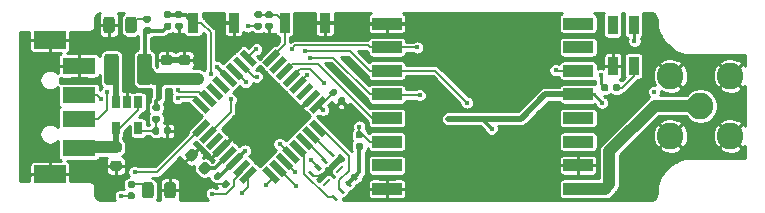
<source format=gbr>
%TF.GenerationSoftware,KiCad,Pcbnew,(5.1.9)-1*%
%TF.CreationDate,2021-02-04T12:19:42+01:00*%
%TF.ProjectId,DynaLoRa_Dongle,44796e61-4c6f-4526-915f-446f6e676c65,rev?*%
%TF.SameCoordinates,Original*%
%TF.FileFunction,Copper,L1,Top*%
%TF.FilePolarity,Positive*%
%FSLAX46Y46*%
G04 Gerber Fmt 4.6, Leading zero omitted, Abs format (unit mm)*
G04 Created by KiCad (PCBNEW (5.1.9)-1) date 2021-02-04 12:19:42*
%MOMM*%
%LPD*%
G01*
G04 APERTURE LIST*
%TA.AperFunction,SMDPad,CuDef*%
%ADD10C,0.100000*%
%TD*%
%TA.AperFunction,ComponentPad*%
%ADD11C,2.250000*%
%TD*%
%TA.AperFunction,SMDPad,CuDef*%
%ADD12R,2.500000X1.000000*%
%TD*%
%TA.AperFunction,SMDPad,CuDef*%
%ADD13R,0.850000X1.600000*%
%TD*%
%TA.AperFunction,SMDPad,CuDef*%
%ADD14R,0.650000X1.060000*%
%TD*%
%TA.AperFunction,SMDPad,CuDef*%
%ADD15R,0.900000X1.700000*%
%TD*%
%TA.AperFunction,SMDPad,CuDef*%
%ADD16R,2.800000X1.400000*%
%TD*%
%TA.AperFunction,ComponentPad*%
%ADD17R,2.700000X1.500000*%
%TD*%
%TA.AperFunction,ViaPad*%
%ADD18C,0.450000*%
%TD*%
%TA.AperFunction,Conductor*%
%ADD19C,0.500000*%
%TD*%
%TA.AperFunction,Conductor*%
%ADD20C,0.200000*%
%TD*%
%TA.AperFunction,Conductor*%
%ADD21C,1.000000*%
%TD*%
%TA.AperFunction,Conductor*%
%ADD22C,0.300000*%
%TD*%
%TA.AperFunction,Conductor*%
%ADD23C,0.250000*%
%TD*%
%TA.AperFunction,Conductor*%
%ADD24C,0.254000*%
%TD*%
%TA.AperFunction,Conductor*%
%ADD25C,0.100000*%
%TD*%
G04 APERTURE END LIST*
%TO.P,C4,1*%
%TO.N,+3V3*%
%TA.AperFunction,SMDPad,CuDef*%
G36*
G01*
X33083081Y51381967D02*
X33327033Y51625919D01*
G75*
G02*
X33535629Y51625919I104298J-104298D01*
G01*
X33744225Y51417323D01*
G75*
G02*
X33744225Y51208727I-104298J-104298D01*
G01*
X33500273Y50964775D01*
G75*
G02*
X33291677Y50964775I-104298J104298D01*
G01*
X33083081Y51173371D01*
G75*
G02*
X33083081Y51381967I104298J104298D01*
G01*
G37*
%TD.AperFunction*%
%TO.P,C4,2*%
%TO.N,GND*%
%TA.AperFunction,SMDPad,CuDef*%
G36*
G01*
X33768975Y50696073D02*
X34012927Y50940025D01*
G75*
G02*
X34221523Y50940025I104298J-104298D01*
G01*
X34430119Y50731429D01*
G75*
G02*
X34430119Y50522833I-104298J-104298D01*
G01*
X34186167Y50278881D01*
G75*
G02*
X33977571Y50278881I-104298J104298D01*
G01*
X33768975Y50487477D01*
G75*
G02*
X33768975Y50696073I104298J104298D01*
G01*
G37*
%TD.AperFunction*%
%TD*%
%TA.AperFunction,SMDPad,CuDef*%
D10*
%TO.P,U2,9*%
%TO.N,+3V3*%
G36*
X42678145Y57709638D02*
G01*
X41546774Y56578267D01*
X41157865Y56967176D01*
X42289236Y58098547D01*
X42678145Y57709638D01*
G37*
%TD.AperFunction*%
%TA.AperFunction,SMDPad,CuDef*%
%TO.P,U2,10*%
%TO.N,GND*%
G36*
X42112460Y58275324D02*
G01*
X40981089Y57143953D01*
X40592180Y57532862D01*
X41723551Y58664233D01*
X42112460Y58275324D01*
G37*
%TD.AperFunction*%
%TA.AperFunction,SMDPad,CuDef*%
%TO.P,U2,11*%
%TO.N,Net-(U2-Pad11)*%
G36*
X41546774Y58841009D02*
G01*
X40415403Y57709638D01*
X40026494Y58098547D01*
X41157865Y59229918D01*
X41546774Y58841009D01*
G37*
%TD.AperFunction*%
%TA.AperFunction,SMDPad,CuDef*%
%TO.P,U2,12*%
%TO.N,/RF_INT*%
G36*
X40981089Y59406695D02*
G01*
X39849718Y58275324D01*
X39460809Y58664233D01*
X40592180Y59795604D01*
X40981089Y59406695D01*
G37*
%TD.AperFunction*%
%TA.AperFunction,SMDPad,CuDef*%
%TO.P,U2,13*%
%TO.N,/RF_RESET*%
G36*
X40415404Y59972380D02*
G01*
X39284033Y58841009D01*
X38895124Y59229918D01*
X40026495Y60361289D01*
X40415404Y59972380D01*
G37*
%TD.AperFunction*%
%TA.AperFunction,SMDPad,CuDef*%
%TO.P,U2,14*%
%TO.N,/RF_CS*%
G36*
X39849718Y60538065D02*
G01*
X38718347Y59406694D01*
X38329438Y59795603D01*
X39460809Y60926974D01*
X39849718Y60538065D01*
G37*
%TD.AperFunction*%
%TA.AperFunction,SMDPad,CuDef*%
%TO.P,U2,15*%
%TO.N,Net-(U2-Pad15)*%
G36*
X39284033Y61103751D02*
G01*
X38152662Y59972380D01*
X37763753Y60361289D01*
X38895124Y61492660D01*
X39284033Y61103751D01*
G37*
%TD.AperFunction*%
%TA.AperFunction,SMDPad,CuDef*%
%TO.P,U2,16*%
%TO.N,/USER_BTN*%
G36*
X38718347Y61669436D02*
G01*
X37586976Y60538065D01*
X37198067Y60926974D01*
X38329438Y62058345D01*
X38718347Y61669436D01*
G37*
%TD.AperFunction*%
%TA.AperFunction,SMDPad,CuDef*%
%TO.P,U2,25*%
%TO.N,/LED*%
G36*
X32806935Y55758024D02*
G01*
X31675564Y54626653D01*
X31286655Y55015562D01*
X32418026Y56146933D01*
X32806935Y55758024D01*
G37*
%TD.AperFunction*%
%TA.AperFunction,SMDPad,CuDef*%
%TO.P,U2,26*%
%TO.N,/nRESET*%
G36*
X33372620Y55192338D02*
G01*
X32241249Y54060967D01*
X31852340Y54449876D01*
X32983711Y55581247D01*
X33372620Y55192338D01*
G37*
%TD.AperFunction*%
%TA.AperFunction,SMDPad,CuDef*%
%TO.P,U2,27*%
%TO.N,Net-(U2-Pad27)*%
G36*
X33938306Y54626653D02*
G01*
X32806935Y53495282D01*
X32418026Y53884191D01*
X33549397Y55015562D01*
X33938306Y54626653D01*
G37*
%TD.AperFunction*%
%TA.AperFunction,SMDPad,CuDef*%
%TO.P,U2,28*%
%TO.N,GND*%
G36*
X34503991Y54060967D02*
G01*
X33372620Y52929596D01*
X32983711Y53318505D01*
X34115082Y54449876D01*
X34503991Y54060967D01*
G37*
%TD.AperFunction*%
%TA.AperFunction,SMDPad,CuDef*%
%TO.P,U2,29*%
%TO.N,Net-(C5-Pad1)*%
G36*
X35069676Y53495282D02*
G01*
X33938305Y52363911D01*
X33549396Y52752820D01*
X34680767Y53884191D01*
X35069676Y53495282D01*
G37*
%TD.AperFunction*%
%TA.AperFunction,SMDPad,CuDef*%
%TO.P,U2,30*%
%TO.N,+3V3*%
G36*
X35635362Y52929597D02*
G01*
X34503991Y51798226D01*
X34115082Y52187135D01*
X35246453Y53318506D01*
X35635362Y52929597D01*
G37*
%TD.AperFunction*%
%TA.AperFunction,SMDPad,CuDef*%
%TO.P,U2,31*%
%TO.N,/SWCLK*%
G36*
X36201047Y52363911D02*
G01*
X35069676Y51232540D01*
X34680767Y51621449D01*
X35812138Y52752820D01*
X36201047Y52363911D01*
G37*
%TD.AperFunction*%
%TA.AperFunction,SMDPad,CuDef*%
%TO.P,U2,32*%
%TO.N,/SWDIO*%
G36*
X36766733Y51798226D02*
G01*
X35635362Y50666855D01*
X35246453Y51055764D01*
X36377824Y52187135D01*
X36766733Y51798226D01*
G37*
%TD.AperFunction*%
%TA.AperFunction,SMDPad,CuDef*%
%TO.P,U2,1*%
%TO.N,/PA00*%
G36*
X38718347Y51055764D02*
G01*
X38329438Y50666855D01*
X37198067Y51798226D01*
X37586976Y52187135D01*
X38718347Y51055764D01*
G37*
%TD.AperFunction*%
%TA.AperFunction,SMDPad,CuDef*%
%TO.P,U2,2*%
%TO.N,/PA01*%
G36*
X39284033Y51621449D02*
G01*
X38895124Y51232540D01*
X37763753Y52363911D01*
X38152662Y52752820D01*
X39284033Y51621449D01*
G37*
%TD.AperFunction*%
%TA.AperFunction,SMDPad,CuDef*%
%TO.P,U2,3*%
%TO.N,/PA02*%
G36*
X39849718Y52187135D02*
G01*
X39460809Y51798226D01*
X38329438Y52929597D01*
X38718347Y53318506D01*
X39849718Y52187135D01*
G37*
%TD.AperFunction*%
%TA.AperFunction,SMDPad,CuDef*%
%TO.P,U2,4*%
%TO.N,/SD_CS*%
G36*
X40415404Y52752820D02*
G01*
X40026495Y52363911D01*
X38895124Y53495282D01*
X39284033Y53884191D01*
X40415404Y52752820D01*
G37*
%TD.AperFunction*%
%TA.AperFunction,SMDPad,CuDef*%
%TO.P,U2,5*%
%TO.N,/FLASH_SDO*%
G36*
X40981089Y53318505D02*
G01*
X40592180Y52929596D01*
X39460809Y54060967D01*
X39849718Y54449876D01*
X40981089Y53318505D01*
G37*
%TD.AperFunction*%
%TA.AperFunction,SMDPad,CuDef*%
%TO.P,U2,6*%
%TO.N,/FLASH_SDI*%
G36*
X41546774Y53884191D02*
G01*
X41157865Y53495282D01*
X40026494Y54626653D01*
X40415403Y55015562D01*
X41546774Y53884191D01*
G37*
%TD.AperFunction*%
%TA.AperFunction,SMDPad,CuDef*%
%TO.P,U2,7*%
%TO.N,/FLASH_CS*%
G36*
X42112460Y54449876D02*
G01*
X41723551Y54060967D01*
X40592180Y55192338D01*
X40981089Y55581247D01*
X42112460Y54449876D01*
G37*
%TD.AperFunction*%
%TA.AperFunction,SMDPad,CuDef*%
%TO.P,U2,8*%
%TO.N,/FLASH_SCK*%
G36*
X42678145Y55015562D02*
G01*
X42289236Y54626653D01*
X41157865Y55758024D01*
X41546774Y56146933D01*
X42678145Y55015562D01*
G37*
%TD.AperFunction*%
%TA.AperFunction,SMDPad,CuDef*%
%TO.P,U2,17*%
%TO.N,/SDO*%
G36*
X36766733Y60926974D02*
G01*
X36377824Y60538065D01*
X35246453Y61669436D01*
X35635362Y62058345D01*
X36766733Y60926974D01*
G37*
%TD.AperFunction*%
%TA.AperFunction,SMDPad,CuDef*%
%TO.P,U2,18*%
%TO.N,/SCK*%
G36*
X36201047Y60361289D02*
G01*
X35812138Y59972380D01*
X34680767Y61103751D01*
X35069676Y61492660D01*
X36201047Y60361289D01*
G37*
%TD.AperFunction*%
%TA.AperFunction,SMDPad,CuDef*%
%TO.P,U2,19*%
%TO.N,/SDI*%
G36*
X35635362Y59795603D02*
G01*
X35246453Y59406694D01*
X34115082Y60538065D01*
X34503991Y60926974D01*
X35635362Y59795603D01*
G37*
%TD.AperFunction*%
%TA.AperFunction,SMDPad,CuDef*%
%TO.P,U2,20*%
%TO.N,/RGB*%
G36*
X35069676Y59229918D02*
G01*
X34680767Y58841009D01*
X33549396Y59972380D01*
X33938305Y60361289D01*
X35069676Y59229918D01*
G37*
%TD.AperFunction*%
%TA.AperFunction,SMDPad,CuDef*%
%TO.P,U2,21*%
%TO.N,Net-(U2-Pad21)*%
G36*
X34503991Y58664233D02*
G01*
X34115082Y58275324D01*
X32983711Y59406695D01*
X33372620Y59795604D01*
X34503991Y58664233D01*
G37*
%TD.AperFunction*%
%TA.AperFunction,SMDPad,CuDef*%
%TO.P,U2,22*%
%TO.N,Net-(U2-Pad22)*%
G36*
X33938306Y58098547D02*
G01*
X33549397Y57709638D01*
X32418026Y58841009D01*
X32806935Y59229918D01*
X33938306Y58098547D01*
G37*
%TD.AperFunction*%
%TA.AperFunction,SMDPad,CuDef*%
%TO.P,U2,23*%
%TO.N,USB_D-*%
G36*
X33372620Y57532862D02*
G01*
X32983711Y57143953D01*
X31852340Y58275324D01*
X32241249Y58664233D01*
X33372620Y57532862D01*
G37*
%TD.AperFunction*%
%TA.AperFunction,SMDPad,CuDef*%
%TO.P,U2,24*%
%TO.N,USB_D+*%
G36*
X32806935Y56967176D02*
G01*
X32418026Y56578267D01*
X31286655Y57709638D01*
X31675564Y58098547D01*
X32806935Y56967176D01*
G37*
%TD.AperFunction*%
%TD*%
D11*
%TO.P,J3,1*%
%TO.N,Net-(J3-Pad1)*%
X74289400Y57251600D03*
%TO.P,J3,2*%
%TO.N,GND*%
X71749400Y54711600D03*
X76829400Y54711600D03*
X76829400Y59791600D03*
X71749400Y59791600D03*
%TD*%
D12*
%TO.P,U3,1*%
%TO.N,GND*%
X47749000Y64226200D03*
%TO.P,U3,2*%
%TO.N,/SDI*%
X47749000Y62226200D03*
%TO.P,U3,3*%
%TO.N,/SDO*%
X47749000Y60226200D03*
%TO.P,U3,4*%
%TO.N,/SCK*%
X47749000Y58226200D03*
%TO.P,U3,5*%
%TO.N,/RF_CS*%
X47749000Y56226200D03*
%TO.P,U3,6*%
%TO.N,/RF_RESET*%
X47749000Y54226200D03*
%TO.P,U3,7*%
%TO.N,Net-(U3-Pad7)*%
X47749000Y52226200D03*
%TO.P,U3,8*%
%TO.N,GND*%
X47749000Y50226200D03*
%TO.P,U3,9*%
%TO.N,Net-(J3-Pad1)*%
X63949000Y50226200D03*
%TO.P,U3,10*%
%TO.N,GND*%
X63949000Y52226200D03*
%TO.P,U3,11*%
%TO.N,Net-(U3-Pad11)*%
X63949000Y54226200D03*
%TO.P,U3,12*%
%TO.N,Net-(U3-Pad12)*%
X63949000Y56226200D03*
%TO.P,U3,13*%
%TO.N,+3V3*%
X63949000Y58226200D03*
%TO.P,U3,14*%
%TO.N,/RF_INT*%
X63949000Y60226200D03*
%TO.P,U3,15*%
%TO.N,Net-(U3-Pad15)*%
X63949000Y62226200D03*
%TO.P,U3,16*%
%TO.N,Net-(U3-Pad16)*%
X63949000Y64226200D03*
%TD*%
%TO.P,C5,2*%
%TO.N,GND*%
%TA.AperFunction,SMDPad,CuDef*%
G36*
G01*
X31709109Y52955884D02*
X31346716Y52593491D01*
G75*
G02*
X31037356Y52593491I-154680J154680D01*
G01*
X30727997Y52902850D01*
G75*
G02*
X30727997Y53212210I154680J154680D01*
G01*
X31090390Y53574603D01*
G75*
G02*
X31399750Y53574603I154680J-154680D01*
G01*
X31709109Y53265244D01*
G75*
G02*
X31709109Y52955884I-154680J-154680D01*
G01*
G37*
%TD.AperFunction*%
%TO.P,C5,1*%
%TO.N,Net-(C5-Pad1)*%
%TA.AperFunction,SMDPad,CuDef*%
G36*
G01*
X32822803Y51842190D02*
X32460410Y51479797D01*
G75*
G02*
X32151050Y51479797I-154680J154680D01*
G01*
X31841691Y51789156D01*
G75*
G02*
X31841691Y52098516I154680J154680D01*
G01*
X32204084Y52460909D01*
G75*
G02*
X32513444Y52460909I154680J-154680D01*
G01*
X32822803Y52151550D01*
G75*
G02*
X32822803Y51842190I-154680J-154680D01*
G01*
G37*
%TD.AperFunction*%
%TD*%
%TO.P,C6,1*%
%TO.N,VBUS*%
%TA.AperFunction,SMDPad,CuDef*%
G36*
G01*
X24559550Y54184000D02*
X25072050Y54184000D01*
G75*
G02*
X25290800Y53965250I0J-218750D01*
G01*
X25290800Y53527750D01*
G75*
G02*
X25072050Y53309000I-218750J0D01*
G01*
X24559550Y53309000D01*
G75*
G02*
X24340800Y53527750I0J218750D01*
G01*
X24340800Y53965250D01*
G75*
G02*
X24559550Y54184000I218750J0D01*
G01*
G37*
%TD.AperFunction*%
%TO.P,C6,2*%
%TO.N,GND*%
%TA.AperFunction,SMDPad,CuDef*%
G36*
G01*
X24559550Y52609000D02*
X25072050Y52609000D01*
G75*
G02*
X25290800Y52390250I0J-218750D01*
G01*
X25290800Y51952750D01*
G75*
G02*
X25072050Y51734000I-218750J0D01*
G01*
X24559550Y51734000D01*
G75*
G02*
X24340800Y51952750I0J218750D01*
G01*
X24340800Y52390250D01*
G75*
G02*
X24559550Y52609000I218750J0D01*
G01*
G37*
%TD.AperFunction*%
%TD*%
%TO.P,C9,1*%
%TO.N,+3V3*%
%TA.AperFunction,SMDPad,CuDef*%
G36*
G01*
X29364650Y59125400D02*
X28852150Y59125400D01*
G75*
G02*
X28633400Y59344150I0J218750D01*
G01*
X28633400Y59781650D01*
G75*
G02*
X28852150Y60000400I218750J0D01*
G01*
X29364650Y60000400D01*
G75*
G02*
X29583400Y59781650I0J-218750D01*
G01*
X29583400Y59344150D01*
G75*
G02*
X29364650Y59125400I-218750J0D01*
G01*
G37*
%TD.AperFunction*%
%TO.P,C9,2*%
%TO.N,GND*%
%TA.AperFunction,SMDPad,CuDef*%
G36*
G01*
X29364650Y60700400D02*
X28852150Y60700400D01*
G75*
G02*
X28633400Y60919150I0J218750D01*
G01*
X28633400Y61356650D01*
G75*
G02*
X28852150Y61575400I218750J0D01*
G01*
X29364650Y61575400D01*
G75*
G02*
X29583400Y61356650I0J-218750D01*
G01*
X29583400Y60919150D01*
G75*
G02*
X29364650Y60700400I-218750J0D01*
G01*
G37*
%TD.AperFunction*%
%TD*%
%TO.P,C10,2*%
%TO.N,GND*%
%TA.AperFunction,SMDPad,CuDef*%
G36*
G01*
X30863250Y60700400D02*
X30350750Y60700400D01*
G75*
G02*
X30132000Y60919150I0J218750D01*
G01*
X30132000Y61356650D01*
G75*
G02*
X30350750Y61575400I218750J0D01*
G01*
X30863250Y61575400D01*
G75*
G02*
X31082000Y61356650I0J-218750D01*
G01*
X31082000Y60919150D01*
G75*
G02*
X30863250Y60700400I-218750J0D01*
G01*
G37*
%TD.AperFunction*%
%TO.P,C10,1*%
%TO.N,+3V3*%
%TA.AperFunction,SMDPad,CuDef*%
G36*
G01*
X30863250Y59125400D02*
X30350750Y59125400D01*
G75*
G02*
X30132000Y59344150I0J218750D01*
G01*
X30132000Y59781650D01*
G75*
G02*
X30350750Y60000400I218750J0D01*
G01*
X30863250Y60000400D01*
G75*
G02*
X31082000Y59781650I0J-218750D01*
G01*
X31082000Y59344150D01*
G75*
G02*
X30863250Y59125400I-218750J0D01*
G01*
G37*
%TD.AperFunction*%
%TD*%
D13*
%TO.P,D1,1*%
%TO.N,+3V3*%
X68636600Y64132400D03*
%TO.P,D1,2*%
%TO.N,Net-(D1-Pad2)*%
X66886600Y64132400D03*
%TO.P,D1,4*%
%TO.N,Net-(D1-Pad4)*%
X68636600Y60632400D03*
%TO.P,D1,3*%
%TO.N,GND*%
X66886600Y60632400D03*
%TD*%
%TO.P,D2,1*%
%TO.N,GND*%
%TA.AperFunction,SMDPad,CuDef*%
G36*
G01*
X23721000Y63653350D02*
X23721000Y64565850D01*
G75*
G02*
X23964750Y64809600I243750J0D01*
G01*
X24452250Y64809600D01*
G75*
G02*
X24696000Y64565850I0J-243750D01*
G01*
X24696000Y63653350D01*
G75*
G02*
X24452250Y63409600I-243750J0D01*
G01*
X23964750Y63409600D01*
G75*
G02*
X23721000Y63653350I0J243750D01*
G01*
G37*
%TD.AperFunction*%
%TO.P,D2,2*%
%TO.N,Net-(D2-Pad2)*%
%TA.AperFunction,SMDPad,CuDef*%
G36*
G01*
X25596000Y63653350D02*
X25596000Y64565850D01*
G75*
G02*
X25839750Y64809600I243750J0D01*
G01*
X26327250Y64809600D01*
G75*
G02*
X26571000Y64565850I0J-243750D01*
G01*
X26571000Y63653350D01*
G75*
G02*
X26327250Y63409600I-243750J0D01*
G01*
X25839750Y63409600D01*
G75*
G02*
X25596000Y63653350I0J243750D01*
G01*
G37*
%TD.AperFunction*%
%TD*%
%TO.P,D3,2*%
%TO.N,Net-(D3-Pad2)*%
%TA.AperFunction,SMDPad,CuDef*%
G36*
G01*
X27998000Y50570450D02*
X27998000Y49657950D01*
G75*
G02*
X27754250Y49414200I-243750J0D01*
G01*
X27266750Y49414200D01*
G75*
G02*
X27023000Y49657950I0J243750D01*
G01*
X27023000Y50570450D01*
G75*
G02*
X27266750Y50814200I243750J0D01*
G01*
X27754250Y50814200D01*
G75*
G02*
X27998000Y50570450I0J-243750D01*
G01*
G37*
%TD.AperFunction*%
%TO.P,D3,1*%
%TO.N,GND*%
%TA.AperFunction,SMDPad,CuDef*%
G36*
G01*
X29873000Y50570450D02*
X29873000Y49657950D01*
G75*
G02*
X29629250Y49414200I-243750J0D01*
G01*
X29141750Y49414200D01*
G75*
G02*
X28898000Y49657950I0J243750D01*
G01*
X28898000Y50570450D01*
G75*
G02*
X29141750Y50814200I243750J0D01*
G01*
X29629250Y50814200D01*
G75*
G02*
X29873000Y50570450I0J-243750D01*
G01*
G37*
%TD.AperFunction*%
%TD*%
%TO.P,L2,1*%
%TO.N,Net-(L2-Pad1)*%
%TA.AperFunction,SMDPad,CuDef*%
G36*
G01*
X23806800Y59275400D02*
X23806800Y61425400D01*
G75*
G02*
X24056800Y61675400I250000J0D01*
G01*
X24806800Y61675400D01*
G75*
G02*
X25056800Y61425400I0J-250000D01*
G01*
X25056800Y59275400D01*
G75*
G02*
X24806800Y59025400I-250000J0D01*
G01*
X24056800Y59025400D01*
G75*
G02*
X23806800Y59275400I0J250000D01*
G01*
G37*
%TD.AperFunction*%
%TO.P,L2,2*%
%TO.N,+3V3*%
%TA.AperFunction,SMDPad,CuDef*%
G36*
G01*
X26606800Y59275400D02*
X26606800Y61425400D01*
G75*
G02*
X26856800Y61675400I250000J0D01*
G01*
X27606800Y61675400D01*
G75*
G02*
X27856800Y61425400I0J-250000D01*
G01*
X27856800Y59275400D01*
G75*
G02*
X27606800Y59025400I-250000J0D01*
G01*
X26856800Y59025400D01*
G75*
G02*
X26606800Y59275400I0J250000D01*
G01*
G37*
%TD.AperFunction*%
%TD*%
%TA.AperFunction,SMDPad,CuDef*%
D10*
%TO.P,U1,1*%
%TO.N,/FLASH_CS*%
G36*
X42750061Y53333024D02*
G01*
X42926837Y53509800D01*
X43351101Y53085536D01*
X43174325Y52908760D01*
X42750061Y53333024D01*
G37*
%TD.AperFunction*%
%TA.AperFunction,SMDPad,CuDef*%
%TO.P,U1,8*%
%TO.N,+3V3*%
G36*
X44729960Y51353125D02*
G01*
X44906736Y51529901D01*
X45331000Y51105637D01*
X45154224Y50928861D01*
X44729960Y51353125D01*
G37*
%TD.AperFunction*%
%TA.AperFunction,SMDPad,CuDef*%
%TO.P,U1,2*%
%TO.N,/FLASH_SDI*%
G36*
X42184375Y52767338D02*
G01*
X42361151Y52944114D01*
X42785415Y52519850D01*
X42608639Y52343074D01*
X42184375Y52767338D01*
G37*
%TD.AperFunction*%
%TA.AperFunction,SMDPad,CuDef*%
%TO.P,U1,3*%
%TO.N,+3V3*%
G36*
X41618690Y52201653D02*
G01*
X41795466Y52378429D01*
X42219730Y51954165D01*
X42042954Y51777389D01*
X41618690Y52201653D01*
G37*
%TD.AperFunction*%
%TA.AperFunction,SMDPad,CuDef*%
%TO.P,U1,4*%
%TO.N,GND*%
G36*
X41053004Y51635967D02*
G01*
X41229780Y51812743D01*
X41654044Y51388479D01*
X41477268Y51211703D01*
X41053004Y51635967D01*
G37*
%TD.AperFunction*%
%TA.AperFunction,SMDPad,CuDef*%
%TO.P,U1,7*%
%TO.N,+3V3*%
G36*
X44164274Y50787439D02*
G01*
X44341050Y50964215D01*
X44765314Y50539951D01*
X44588538Y50363175D01*
X44164274Y50787439D01*
G37*
%TD.AperFunction*%
%TA.AperFunction,SMDPad,CuDef*%
%TO.P,U1,6*%
%TO.N,/FLASH_SCK*%
G36*
X43598589Y50221754D02*
G01*
X43775365Y50398530D01*
X44199629Y49974266D01*
X44022853Y49797490D01*
X43598589Y50221754D01*
G37*
%TD.AperFunction*%
%TA.AperFunction,SMDPad,CuDef*%
%TO.P,U1,5*%
%TO.N,/FLASH_SDO*%
G36*
X43032903Y49656068D02*
G01*
X43209679Y49832844D01*
X43633943Y49408580D01*
X43457167Y49231804D01*
X43032903Y49656068D01*
G37*
%TD.AperFunction*%
%TA.AperFunction,SMDPad,CuDef*%
%TO.P,U1,*%
%TO.N,*%
G36*
X42258621Y50578842D02*
G01*
X42824306Y51144527D01*
X42965727Y51003106D01*
X42400042Y50437421D01*
X42258621Y50578842D01*
G37*
%TD.AperFunction*%
%TA.AperFunction,SMDPad,CuDef*%
G36*
X43372173Y51692394D02*
G01*
X43937858Y52258079D01*
X44079279Y52116658D01*
X43513594Y51550973D01*
X43372173Y51692394D01*
G37*
%TD.AperFunction*%
%TD*%
D14*
%TO.P,U4,1*%
%TO.N,VBUS*%
X26705600Y57564200D03*
%TO.P,U4,2*%
%TO.N,GND*%
X25755600Y57564200D03*
%TO.P,U4,3*%
%TO.N,Net-(L2-Pad1)*%
X24805600Y57564200D03*
%TO.P,U4,4*%
%TO.N,VBUS*%
X24805600Y55364200D03*
%TO.P,U4,5*%
%TO.N,Net-(R7-Pad2)*%
X26705600Y55364200D03*
%TD*%
%TO.P,C1,2*%
%TO.N,GND*%
%TA.AperFunction,SMDPad,CuDef*%
G36*
G01*
X37597300Y64300600D02*
X37942300Y64300600D01*
G75*
G02*
X38089800Y64153100I0J-147500D01*
G01*
X38089800Y63858100D01*
G75*
G02*
X37942300Y63710600I-147500J0D01*
G01*
X37597300Y63710600D01*
G75*
G02*
X37449800Y63858100I0J147500D01*
G01*
X37449800Y64153100D01*
G75*
G02*
X37597300Y64300600I147500J0D01*
G01*
G37*
%TD.AperFunction*%
%TO.P,C1,1*%
%TO.N,/USER_BTN*%
%TA.AperFunction,SMDPad,CuDef*%
G36*
G01*
X37597300Y65270600D02*
X37942300Y65270600D01*
G75*
G02*
X38089800Y65123100I0J-147500D01*
G01*
X38089800Y64828100D01*
G75*
G02*
X37942300Y64680600I-147500J0D01*
G01*
X37597300Y64680600D01*
G75*
G02*
X37449800Y64828100I0J147500D01*
G01*
X37449800Y65123100D01*
G75*
G02*
X37597300Y65270600I147500J0D01*
G01*
G37*
%TD.AperFunction*%
%TD*%
%TO.P,C2,1*%
%TO.N,/nRESET*%
%TA.AperFunction,SMDPad,CuDef*%
G36*
G01*
X29951900Y65270600D02*
X30296900Y65270600D01*
G75*
G02*
X30444400Y65123100I0J-147500D01*
G01*
X30444400Y64828100D01*
G75*
G02*
X30296900Y64680600I-147500J0D01*
G01*
X29951900Y64680600D01*
G75*
G02*
X29804400Y64828100I0J147500D01*
G01*
X29804400Y65123100D01*
G75*
G02*
X29951900Y65270600I147500J0D01*
G01*
G37*
%TD.AperFunction*%
%TO.P,C2,2*%
%TO.N,GND*%
%TA.AperFunction,SMDPad,CuDef*%
G36*
G01*
X29951900Y64300600D02*
X30296900Y64300600D01*
G75*
G02*
X30444400Y64153100I0J-147500D01*
G01*
X30444400Y63858100D01*
G75*
G02*
X30296900Y63710600I-147500J0D01*
G01*
X29951900Y63710600D01*
G75*
G02*
X29804400Y63858100I0J147500D01*
G01*
X29804400Y64153100D01*
G75*
G02*
X29951900Y64300600I147500J0D01*
G01*
G37*
%TD.AperFunction*%
%TD*%
%TO.P,C3,2*%
%TO.N,GND*%
%TA.AperFunction,SMDPad,CuDef*%
G36*
G01*
X43573375Y57782673D02*
X43817327Y58026625D01*
G75*
G02*
X44025923Y58026625I104298J-104298D01*
G01*
X44234519Y57818029D01*
G75*
G02*
X44234519Y57609433I-104298J-104298D01*
G01*
X43990567Y57365481D01*
G75*
G02*
X43781971Y57365481I-104298J104298D01*
G01*
X43573375Y57574077D01*
G75*
G02*
X43573375Y57782673I104298J104298D01*
G01*
G37*
%TD.AperFunction*%
%TO.P,C3,1*%
%TO.N,+3V3*%
%TA.AperFunction,SMDPad,CuDef*%
G36*
G01*
X42887481Y58468567D02*
X43131433Y58712519D01*
G75*
G02*
X43340029Y58712519I104298J-104298D01*
G01*
X43548625Y58503923D01*
G75*
G02*
X43548625Y58295327I-104298J-104298D01*
G01*
X43304673Y58051375D01*
G75*
G02*
X43096077Y58051375I-104298J104298D01*
G01*
X42887481Y58259971D01*
G75*
G02*
X42887481Y58468567I104298J104298D01*
G01*
G37*
%TD.AperFunction*%
%TD*%
%TO.P,R1,2*%
%TO.N,/USER_BTN*%
%TA.AperFunction,SMDPad,CuDef*%
G36*
G01*
X37027900Y64680600D02*
X36682900Y64680600D01*
G75*
G02*
X36535400Y64828100I0J147500D01*
G01*
X36535400Y65123100D01*
G75*
G02*
X36682900Y65270600I147500J0D01*
G01*
X37027900Y65270600D01*
G75*
G02*
X37175400Y65123100I0J-147500D01*
G01*
X37175400Y64828100D01*
G75*
G02*
X37027900Y64680600I-147500J0D01*
G01*
G37*
%TD.AperFunction*%
%TO.P,R1,1*%
%TO.N,+3V3*%
%TA.AperFunction,SMDPad,CuDef*%
G36*
G01*
X37027900Y63710600D02*
X36682900Y63710600D01*
G75*
G02*
X36535400Y63858100I0J147500D01*
G01*
X36535400Y64153100D01*
G75*
G02*
X36682900Y64300600I147500J0D01*
G01*
X37027900Y64300600D01*
G75*
G02*
X37175400Y64153100I0J-147500D01*
G01*
X37175400Y63858100D01*
G75*
G02*
X37027900Y63710600I-147500J0D01*
G01*
G37*
%TD.AperFunction*%
%TD*%
%TO.P,R2,2*%
%TO.N,/nRESET*%
%TA.AperFunction,SMDPad,CuDef*%
G36*
G01*
X29357100Y64680600D02*
X29012100Y64680600D01*
G75*
G02*
X28864600Y64828100I0J147500D01*
G01*
X28864600Y65123100D01*
G75*
G02*
X29012100Y65270600I147500J0D01*
G01*
X29357100Y65270600D01*
G75*
G02*
X29504600Y65123100I0J-147500D01*
G01*
X29504600Y64828100D01*
G75*
G02*
X29357100Y64680600I-147500J0D01*
G01*
G37*
%TD.AperFunction*%
%TO.P,R2,1*%
%TO.N,+3V3*%
%TA.AperFunction,SMDPad,CuDef*%
G36*
G01*
X29357100Y63710600D02*
X29012100Y63710600D01*
G75*
G02*
X28864600Y63858100I0J147500D01*
G01*
X28864600Y64153100D01*
G75*
G02*
X29012100Y64300600I147500J0D01*
G01*
X29357100Y64300600D01*
G75*
G02*
X29504600Y64153100I0J-147500D01*
G01*
X29504600Y63858100D01*
G75*
G02*
X29357100Y63710600I-147500J0D01*
G01*
G37*
%TD.AperFunction*%
%TD*%
%TO.P,R3,1*%
%TO.N,Net-(D1-Pad4)*%
%TA.AperFunction,SMDPad,CuDef*%
G36*
G01*
X67474800Y58973500D02*
X67474800Y58628500D01*
G75*
G02*
X67327300Y58481000I-147500J0D01*
G01*
X67032300Y58481000D01*
G75*
G02*
X66884800Y58628500I0J147500D01*
G01*
X66884800Y58973500D01*
G75*
G02*
X67032300Y59121000I147500J0D01*
G01*
X67327300Y59121000D01*
G75*
G02*
X67474800Y58973500I0J-147500D01*
G01*
G37*
%TD.AperFunction*%
%TO.P,R3,2*%
%TO.N,/RGB*%
%TA.AperFunction,SMDPad,CuDef*%
G36*
G01*
X66504800Y58973500D02*
X66504800Y58628500D01*
G75*
G02*
X66357300Y58481000I-147500J0D01*
G01*
X66062300Y58481000D01*
G75*
G02*
X65914800Y58628500I0J147500D01*
G01*
X65914800Y58973500D01*
G75*
G02*
X66062300Y59121000I147500J0D01*
G01*
X66357300Y59121000D01*
G75*
G02*
X66504800Y58973500I0J-147500D01*
G01*
G37*
%TD.AperFunction*%
%TD*%
%TO.P,R4,1*%
%TO.N,+3V3*%
%TA.AperFunction,SMDPad,CuDef*%
G36*
G01*
X27629900Y63329600D02*
X27284900Y63329600D01*
G75*
G02*
X27137400Y63477100I0J147500D01*
G01*
X27137400Y63772100D01*
G75*
G02*
X27284900Y63919600I147500J0D01*
G01*
X27629900Y63919600D01*
G75*
G02*
X27777400Y63772100I0J-147500D01*
G01*
X27777400Y63477100D01*
G75*
G02*
X27629900Y63329600I-147500J0D01*
G01*
G37*
%TD.AperFunction*%
%TO.P,R4,2*%
%TO.N,Net-(D2-Pad2)*%
%TA.AperFunction,SMDPad,CuDef*%
G36*
G01*
X27629900Y64299600D02*
X27284900Y64299600D01*
G75*
G02*
X27137400Y64447100I0J147500D01*
G01*
X27137400Y64742100D01*
G75*
G02*
X27284900Y64889600I147500J0D01*
G01*
X27629900Y64889600D01*
G75*
G02*
X27777400Y64742100I0J-147500D01*
G01*
X27777400Y64447100D01*
G75*
G02*
X27629900Y64299600I-147500J0D01*
G01*
G37*
%TD.AperFunction*%
%TD*%
%TO.P,R5,2*%
%TO.N,Net-(D3-Pad2)*%
%TA.AperFunction,SMDPad,CuDef*%
G36*
G01*
X26283700Y50304200D02*
X25938700Y50304200D01*
G75*
G02*
X25791200Y50451700I0J147500D01*
G01*
X25791200Y50746700D01*
G75*
G02*
X25938700Y50894200I147500J0D01*
G01*
X26283700Y50894200D01*
G75*
G02*
X26431200Y50746700I0J-147500D01*
G01*
X26431200Y50451700D01*
G75*
G02*
X26283700Y50304200I-147500J0D01*
G01*
G37*
%TD.AperFunction*%
%TO.P,R5,1*%
%TO.N,/LED*%
%TA.AperFunction,SMDPad,CuDef*%
G36*
G01*
X26283700Y49334200D02*
X25938700Y49334200D01*
G75*
G02*
X25791200Y49481700I0J147500D01*
G01*
X25791200Y49776700D01*
G75*
G02*
X25938700Y49924200I147500J0D01*
G01*
X26283700Y49924200D01*
G75*
G02*
X26431200Y49776700I0J-147500D01*
G01*
X26431200Y49481700D01*
G75*
G02*
X26283700Y49334200I-147500J0D01*
G01*
G37*
%TD.AperFunction*%
%TD*%
%TO.P,R6,1*%
%TO.N,+3V3*%
%TA.AperFunction,SMDPad,CuDef*%
G36*
G01*
X45587700Y53525200D02*
X45242700Y53525200D01*
G75*
G02*
X45095200Y53672700I0J147500D01*
G01*
X45095200Y53967700D01*
G75*
G02*
X45242700Y54115200I147500J0D01*
G01*
X45587700Y54115200D01*
G75*
G02*
X45735200Y53967700I0J-147500D01*
G01*
X45735200Y53672700D01*
G75*
G02*
X45587700Y53525200I-147500J0D01*
G01*
G37*
%TD.AperFunction*%
%TO.P,R6,2*%
%TO.N,/RF_RESET*%
%TA.AperFunction,SMDPad,CuDef*%
G36*
G01*
X45587700Y54495200D02*
X45242700Y54495200D01*
G75*
G02*
X45095200Y54642700I0J147500D01*
G01*
X45095200Y54937700D01*
G75*
G02*
X45242700Y55085200I147500J0D01*
G01*
X45587700Y55085200D01*
G75*
G02*
X45735200Y54937700I0J-147500D01*
G01*
X45735200Y54642700D01*
G75*
G02*
X45587700Y54495200I-147500J0D01*
G01*
G37*
%TD.AperFunction*%
%TD*%
%TO.P,R7,1*%
%TO.N,+3V3*%
%TA.AperFunction,SMDPad,CuDef*%
G36*
G01*
X28046900Y57396600D02*
X28391900Y57396600D01*
G75*
G02*
X28539400Y57249100I0J-147500D01*
G01*
X28539400Y56954100D01*
G75*
G02*
X28391900Y56806600I-147500J0D01*
G01*
X28046900Y56806600D01*
G75*
G02*
X27899400Y56954100I0J147500D01*
G01*
X27899400Y57249100D01*
G75*
G02*
X28046900Y57396600I147500J0D01*
G01*
G37*
%TD.AperFunction*%
%TO.P,R7,2*%
%TO.N,Net-(R7-Pad2)*%
%TA.AperFunction,SMDPad,CuDef*%
G36*
G01*
X28046900Y56426600D02*
X28391900Y56426600D01*
G75*
G02*
X28539400Y56279100I0J-147500D01*
G01*
X28539400Y55984100D01*
G75*
G02*
X28391900Y55836600I-147500J0D01*
G01*
X28046900Y55836600D01*
G75*
G02*
X27899400Y55984100I0J147500D01*
G01*
X27899400Y56279100D01*
G75*
G02*
X28046900Y56426600I147500J0D01*
G01*
G37*
%TD.AperFunction*%
%TD*%
%TO.P,R8,2*%
%TO.N,GND*%
%TA.AperFunction,SMDPad,CuDef*%
G36*
G01*
X28869000Y54970900D02*
X28869000Y55315900D01*
G75*
G02*
X29016500Y55463400I147500J0D01*
G01*
X29311500Y55463400D01*
G75*
G02*
X29459000Y55315900I0J-147500D01*
G01*
X29459000Y54970900D01*
G75*
G02*
X29311500Y54823400I-147500J0D01*
G01*
X29016500Y54823400D01*
G75*
G02*
X28869000Y54970900I0J147500D01*
G01*
G37*
%TD.AperFunction*%
%TO.P,R8,1*%
%TO.N,Net-(R7-Pad2)*%
%TA.AperFunction,SMDPad,CuDef*%
G36*
G01*
X27899000Y54970900D02*
X27899000Y55315900D01*
G75*
G02*
X28046500Y55463400I147500J0D01*
G01*
X28341500Y55463400D01*
G75*
G02*
X28489000Y55315900I0J-147500D01*
G01*
X28489000Y54970900D01*
G75*
G02*
X28341500Y54823400I-147500J0D01*
G01*
X28046500Y54823400D01*
G75*
G02*
X27899000Y54970900I0J147500D01*
G01*
G37*
%TD.AperFunction*%
%TD*%
D15*
%TO.P,SW1,2*%
%TO.N,GND*%
X42492400Y64312800D03*
%TO.P,SW1,1*%
%TO.N,/USER_BTN*%
X39092400Y64312800D03*
%TD*%
%TO.P,SW2,1*%
%TO.N,/nRESET*%
X31370800Y64312800D03*
%TO.P,SW2,2*%
%TO.N,GND*%
X34770800Y64312800D03*
%TD*%
D16*
%TO.P,J2,2*%
%TO.N,USB_D-*%
X21666200Y56150000D03*
%TO.P,J2,3*%
%TO.N,USB_D+*%
X21666200Y58150000D03*
D17*
%TO.P,J2,5*%
%TO.N,GND*%
X19216200Y62850000D03*
X19216200Y51450000D03*
D16*
%TO.P,J2,1*%
%TO.N,VBUS*%
X21666200Y53650000D03*
%TO.P,J2,4*%
%TO.N,GND*%
X21666200Y60650000D03*
%TD*%
D18*
%TO.N,*%
X70383400Y58445400D03*
%TO.N,GND*%
X66878200Y62280800D03*
X40716200Y64185800D03*
X44272200Y64185800D03*
X30937200Y56311800D03*
X26365200Y53517800D03*
X28270200Y53517800D03*
X22301200Y51612800D03*
X23952200Y50342800D03*
X51638200Y51358800D03*
X55575200Y51358800D03*
X53670200Y51358800D03*
X57607200Y51358800D03*
X61544200Y51358800D03*
X59639200Y51358800D03*
X56718200Y59994800D03*
X58750200Y59994800D03*
X60655200Y59994800D03*
X53797200Y59994800D03*
X50495200Y56184800D03*
X37922200Y57073800D03*
X66192400Y54762400D03*
X66827400Y55397400D03*
X67462400Y56032400D03*
X68097400Y56667400D03*
X68732400Y57302400D03*
X69367400Y57937400D03*
X67970400Y52349400D03*
X67970400Y51460400D03*
X67970400Y50571400D03*
X67589400Y49809400D03*
X68732400Y53873400D03*
X69367400Y54508400D03*
X68199000Y53213000D03*
X45415200Y49758600D03*
X33223200Y64566800D03*
X37287200Y53263800D03*
X30683200Y62585600D03*
X25349200Y62585600D03*
X23114000Y62484000D03*
X23368000Y64008000D03*
X40462200Y57023000D03*
X34721800Y54635400D03*
X30048200Y51663600D03*
X32613600Y50749200D03*
X42697400Y51689000D03*
%TO.N,/nRESET*%
X34518600Y57810400D03*
X32816800Y59969400D03*
%TO.N,+3V3*%
X31775400Y59563000D03*
X52933600Y56159400D03*
X56616600Y55321200D03*
X45415200Y53086000D03*
X42341800Y56896000D03*
X35737800Y53467000D03*
X35966400Y63982600D03*
X65963800Y57505600D03*
X68707000Y62738000D03*
X41300400Y52654200D03*
%TO.N,/SWDIO*%
X35498586Y49860200D03*
%TO.N,/SWCLK*%
X32918400Y49834800D03*
%TO.N,/RGB*%
X33375600Y60528200D03*
X65836800Y59842400D03*
%TO.N,/LED*%
X26390600Y51663600D03*
X25222200Y49631600D03*
%TO.N,/RF_RESET*%
X45415200Y55499000D03*
X42443400Y59182000D03*
%TO.N,/RF_INT*%
X41021000Y59842400D03*
X62026800Y60274200D03*
%TO.N,USB_D+*%
X30048200Y57892200D03*
X23533099Y57823101D03*
%TO.N,USB_D-*%
X30048200Y58592200D03*
X24028400Y58420000D03*
%TO.N,/PA00*%
X37541200Y50596800D03*
%TO.N,/PA01*%
X40055800Y50444400D03*
%TO.N,/SD_CS*%
X38658800Y54025800D03*
%TO.N,/SDO*%
X54533800Y57531000D03*
X36677600Y62052200D03*
X40809670Y61857620D03*
%TO.N,/SCK*%
X41279859Y61332610D03*
X50520600Y58166000D03*
X36728400Y59715400D03*
%TO.N,/SDI*%
X50317400Y62204600D03*
X39700200Y62103000D03*
X35788600Y59258200D03*
%TO.N,/PA02*%
X40005000Y51689000D03*
%TD*%
D19*
%TO.N,VBUS*%
X24805600Y53705700D02*
X24841100Y53670200D01*
X24805600Y55364200D02*
X24805600Y53705700D01*
D20*
X25138200Y55364200D02*
X24805600Y55364200D01*
X26705600Y57564200D02*
X26705600Y56931600D01*
X26705600Y56931600D02*
X25138200Y55364200D01*
D21*
X21762700Y53746500D02*
X21666200Y53650000D01*
X24815800Y53746500D02*
X21762700Y53746500D01*
D19*
%TO.N,GND*%
X29108400Y61137900D02*
X30607000Y61137900D01*
D22*
X41352320Y57904093D02*
X41343293Y57904093D01*
X41343293Y57904093D02*
X40462200Y57023000D01*
D20*
X33743851Y53689736D02*
X33776136Y53689736D01*
X33776136Y53689736D02*
X34721800Y54635400D01*
X29385500Y50114200D02*
X29385500Y51000900D01*
X29385500Y51000900D02*
X30048200Y51663600D01*
X32753347Y50609453D02*
X32613600Y50749200D01*
X34099547Y50609453D02*
X32753347Y50609453D01*
X42308491Y51300091D02*
X42697400Y51689000D01*
X41353524Y51512223D02*
X41565656Y51300091D01*
X41565656Y51300091D02*
X42308491Y51300091D01*
%TO.N,/USER_BTN*%
X39092400Y62460400D02*
X39092400Y64312800D01*
X37958207Y61298205D02*
X37958207Y61326207D01*
X37958207Y61326207D02*
X39092400Y62460400D01*
X38785200Y64005600D02*
X39092400Y64312800D01*
X36776800Y64897000D02*
X36855400Y64975600D01*
X36855400Y64975600D02*
X37769800Y64975600D01*
X38429600Y64975600D02*
X39092400Y64312800D01*
X37769800Y64975600D02*
X38429600Y64975600D01*
%TO.N,/nRESET*%
X32612480Y54821107D02*
X34518600Y56727227D01*
X34518600Y56727227D02*
X34518600Y57810400D01*
X31370800Y64312800D02*
X32020800Y64312800D01*
X32816800Y63516800D02*
X32816800Y59969400D01*
X32020800Y64312800D02*
X32816800Y63516800D01*
D22*
X29184600Y64975600D02*
X30124400Y64975600D01*
X30708000Y64975600D02*
X31370800Y64312800D01*
X30124400Y64975600D02*
X30708000Y64975600D01*
D19*
%TO.N,+3V3*%
X28448000Y58902500D02*
X29108400Y59562900D01*
X28448000Y57937500D02*
X28448000Y58902500D01*
D20*
X42174513Y57338407D02*
X43218053Y58381947D01*
X41918005Y57338407D02*
X42174513Y57338407D01*
D21*
X30607000Y59562900D02*
X31775300Y59562900D01*
X31775300Y59562900D02*
X31775400Y59563000D01*
X29108400Y59562900D02*
X30607000Y59562900D01*
X28019300Y59562900D02*
X29108400Y59562900D01*
X27231800Y60350400D02*
X28019300Y59562900D01*
D19*
X61172600Y58226200D02*
X63949000Y58226200D01*
X59105800Y56159400D02*
X61172600Y58226200D01*
D22*
X28219400Y57708900D02*
X28448000Y57937500D01*
X28219400Y57101600D02*
X28219400Y57708900D01*
X55778400Y56159400D02*
X54152800Y56159400D01*
X56616600Y55321200D02*
X55778400Y56159400D01*
D19*
X52933600Y56159400D02*
X54152800Y56159400D01*
X54152800Y56159400D02*
X59105800Y56159400D01*
D22*
X33612203Y51295347D02*
X34875222Y52558366D01*
X33413653Y51295347D02*
X33612203Y51295347D01*
X45415200Y53820200D02*
X45415200Y53086000D01*
X41918005Y57338407D02*
X41918005Y57319795D01*
X41918005Y57319795D02*
X42341800Y56896000D01*
X34875222Y52558366D02*
X34875222Y52604422D01*
X34875222Y52604422D02*
X35737800Y53467000D01*
D20*
X45030480Y51229381D02*
X44464794Y50663695D01*
D22*
X45415200Y51614101D02*
X45415200Y53086000D01*
X44464794Y50663695D02*
X45415200Y51614101D01*
D20*
X35989400Y64005600D02*
X35966400Y63982600D01*
X36855400Y64005600D02*
X35989400Y64005600D01*
D22*
X27231800Y63399000D02*
X27457400Y63624600D01*
X27231800Y60350400D02*
X27231800Y63399000D01*
X28803600Y63624600D02*
X27457400Y63624600D01*
X29184600Y64005600D02*
X28803600Y63624600D01*
D23*
X63949000Y58226200D02*
X65243200Y58226200D01*
X65243200Y58226200D02*
X65963800Y57505600D01*
X68707000Y64062000D02*
X68636600Y64132400D01*
X68707000Y62738000D02*
X68707000Y64062000D01*
D20*
X41919210Y52077909D02*
X41876691Y52077909D01*
X41876691Y52077909D02*
X41300400Y52654200D01*
%TO.N,Net-(D1-Pad4)*%
X68636600Y59746600D02*
X68636600Y60632400D01*
X67179800Y58801000D02*
X67691000Y58801000D01*
X67691000Y58801000D02*
X68636600Y59746600D01*
%TO.N,Net-(D2-Pad2)*%
X26568500Y64594600D02*
X26083500Y64109600D01*
X27457400Y64594600D02*
X26568500Y64594600D01*
%TO.N,Net-(D3-Pad2)*%
X27025500Y50599200D02*
X26111200Y50599200D01*
X27510500Y50114200D02*
X27025500Y50599200D01*
%TO.N,/SWDIO*%
X36006593Y50368207D02*
X35498586Y49860200D01*
X36006593Y51426995D02*
X36006593Y50368207D01*
%TO.N,/SWCLK*%
X34773331Y50441765D02*
X34166366Y49834800D01*
X34773331Y51006921D02*
X34773331Y50441765D01*
X35440907Y51992680D02*
X35440907Y51674497D01*
X35440907Y51674497D02*
X34773331Y51006921D01*
X34166366Y49834800D02*
X32918400Y49834800D01*
D23*
%TO.N,/RGB*%
X34309536Y59601149D02*
X34302651Y59601149D01*
X34302651Y59601149D02*
X33375600Y60528200D01*
X65836800Y59174000D02*
X66209800Y58801000D01*
X65836800Y59842400D02*
X65836800Y59174000D01*
D20*
%TO.N,/LED*%
X32046795Y55386793D02*
X28323602Y51663600D01*
X28323602Y51663600D02*
X26390600Y51663600D01*
X26108800Y49631600D02*
X26111200Y49629200D01*
X25222200Y49631600D02*
X26108800Y49631600D01*
%TO.N,/RF_RESET*%
X46299000Y54226200D02*
X45415200Y55110000D01*
X47749000Y54226200D02*
X46299000Y54226200D01*
X45415200Y55110000D02*
X45415200Y55499000D01*
X45415200Y54790200D02*
X45415200Y55499000D01*
X41249600Y60375800D02*
X42443400Y59182000D01*
X39655264Y59601149D02*
X40429915Y60375800D01*
X40429915Y60375800D02*
X41249600Y60375800D01*
%TO.N,Net-(R7-Pad2)*%
X26926400Y55143400D02*
X26705600Y55364200D01*
X28194000Y55143400D02*
X26926400Y55143400D01*
X28219400Y55168800D02*
X28194000Y55143400D01*
X28219400Y56131600D02*
X28219400Y55168800D01*
%TO.N,/RF_CS*%
X46466000Y56226200D02*
X47749000Y56226200D01*
X41884600Y60807600D02*
X46466000Y56226200D01*
X39725600Y60807600D02*
X41884600Y60807600D01*
X39089578Y60166834D02*
X39725600Y60802856D01*
X39725600Y60802856D02*
X39725600Y60807600D01*
%TO.N,/RF_INT*%
X40220949Y59035464D02*
X40220949Y59042349D01*
X40220949Y59042349D02*
X41021000Y59842400D01*
X63949000Y60226200D02*
X62074800Y60226200D01*
X62074800Y60226200D02*
X62026800Y60274200D01*
D22*
%TO.N,Net-(C5-Pad1)*%
X33155838Y51970353D02*
X32332247Y51970353D01*
X34309536Y53124051D02*
X33155838Y51970353D01*
D19*
%TO.N,Net-(L2-Pad1)*%
X24805600Y59976600D02*
X24431800Y60350400D01*
X24805600Y57564200D02*
X24805600Y59976600D01*
D20*
%TO.N,/FLASH_CS*%
X41352320Y54821107D02*
X41846784Y54326643D01*
X41438754Y54821107D02*
X43050581Y53209280D01*
X41352320Y54821107D02*
X41438754Y54821107D01*
%TO.N,/FLASH_SDI*%
X40873067Y54255422D02*
X42484895Y52643594D01*
X40786634Y54255422D02*
X40873067Y54255422D01*
%TO.N,/FLASH_SCK*%
X43686977Y50310142D02*
X43899109Y50098010D01*
X43686977Y50951377D02*
X43686977Y50310142D01*
X42149207Y55386793D02*
X44500800Y53035200D01*
X41918005Y55386793D02*
X42149207Y55386793D01*
X44500800Y53035200D02*
X44500800Y51765200D01*
X44500800Y51765200D02*
X43686977Y50951377D01*
%TO.N,/FLASH_SDO*%
X40220949Y53632051D02*
X40715414Y53137586D01*
X40220949Y53689736D02*
X40220949Y53632051D01*
X42732367Y49532324D02*
X43333423Y49532324D01*
X40752994Y51511697D02*
X42732367Y49532324D01*
X40220949Y53689736D02*
X40752994Y53157691D01*
X40752994Y53157691D02*
X40752994Y51511697D01*
%TO.N,USB_D+*%
X32046795Y57338407D02*
X32018793Y57338407D01*
X32046795Y57338407D02*
X32046795Y57585894D01*
X31615489Y58017200D02*
X30173200Y58017200D01*
X30173200Y58017200D02*
X30048200Y57892200D01*
X32046795Y57585894D02*
X31615489Y58017200D01*
X21666200Y58150000D02*
X23206200Y58150000D01*
X23206200Y58150000D02*
X23533099Y57823101D01*
%TO.N,USB_D-*%
X31801887Y58467200D02*
X30173200Y58467200D01*
X32612480Y57904093D02*
X32364994Y57904093D01*
X32364994Y57904093D02*
X31801887Y58467200D01*
X30173200Y58467200D02*
X30048200Y58592200D01*
X24058100Y58390300D02*
X24028400Y58420000D01*
X23266200Y56150000D02*
X24058100Y56941900D01*
X24058100Y56941900D02*
X24058100Y58390300D01*
X21666200Y56150000D02*
X23266200Y56150000D01*
D21*
%TO.N,Net-(J3-Pad1)*%
X66199000Y50226200D02*
X66596900Y50624100D01*
X66596900Y53439700D02*
X70408800Y57251600D01*
X63949000Y50226200D02*
X66199000Y50226200D01*
X66596900Y50624100D02*
X66596900Y53439700D01*
X70408800Y57251600D02*
X74289400Y57251600D01*
D20*
%TO.N,/PA00*%
X37958207Y51426995D02*
X37958207Y51013807D01*
X37958207Y51013807D02*
X37541200Y50596800D01*
%TO.N,/PA01*%
X38523893Y51992680D02*
X38523893Y51976307D01*
X38523893Y51976307D02*
X40055800Y50444400D01*
%TO.N,/SD_CS*%
X39655264Y53124051D02*
X39560549Y53124051D01*
X39560549Y53124051D02*
X38658800Y54025800D01*
%TO.N,/SDO*%
X47749000Y60226200D02*
X51838600Y60226200D01*
X51838600Y60226200D02*
X54533800Y57531000D01*
X36006593Y61381193D02*
X36677600Y62052200D01*
X36006593Y61298205D02*
X36006593Y61381193D01*
X46299000Y60226200D02*
X44667580Y61857620D01*
X44667580Y61857620D02*
X40809670Y61857620D01*
X47749000Y60226200D02*
X46299000Y60226200D01*
%TO.N,/SCK*%
X47749000Y58226200D02*
X46299000Y58226200D01*
X46299000Y58226200D02*
X43192590Y61332610D01*
X43192590Y61332610D02*
X41279859Y61332610D01*
X47809200Y58166000D02*
X47749000Y58226200D01*
X50520600Y58166000D02*
X47809200Y58166000D01*
X36458027Y59715400D02*
X36728400Y59715400D01*
X35440907Y60732520D02*
X36458027Y59715400D01*
%TO.N,/SDI*%
X34875222Y60166834D02*
X35006966Y60166834D01*
X47770600Y62204600D02*
X47749000Y62226200D01*
X50317400Y62204600D02*
X47770600Y62204600D01*
X34875222Y60166834D02*
X34879966Y60166834D01*
X34879966Y60166834D02*
X35788600Y59258200D01*
X47749000Y62226200D02*
X46299000Y62226200D01*
X46157800Y62367400D02*
X41076892Y62367400D01*
X39979821Y62382621D02*
X39700200Y62103000D01*
X46299000Y62226200D02*
X46157800Y62367400D01*
X41061671Y62382621D02*
X39979821Y62382621D01*
X41076892Y62367400D02*
X41061671Y62382621D01*
%TO.N,/PA02*%
X39135634Y52558366D02*
X40005000Y51689000D01*
X39089578Y52558366D02*
X39135634Y52558366D01*
%TD*%
D24*
%TO.N,GND*%
X37316265Y60267354D02*
X37374280Y60219743D01*
X37420648Y60194958D01*
X37445431Y60148593D01*
X37493042Y60090578D01*
X37881951Y59701669D01*
X37939966Y59654058D01*
X37986331Y59629275D01*
X38011116Y59582907D01*
X38058727Y59524892D01*
X38447636Y59135983D01*
X38505651Y59088372D01*
X38552019Y59063587D01*
X38576802Y59017222D01*
X38624413Y58959207D01*
X39013322Y58570298D01*
X39071337Y58522687D01*
X39117703Y58497903D01*
X39142487Y58451537D01*
X39190098Y58393522D01*
X39579007Y58004613D01*
X39637022Y57957002D01*
X39683387Y57932219D01*
X39708172Y57885851D01*
X39755783Y57827836D01*
X40144692Y57438927D01*
X40202707Y57391316D01*
X40255423Y57363138D01*
X40277199Y57322399D01*
X40324311Y57264993D01*
X40451289Y57140594D01*
X40584579Y57140594D01*
X41348077Y57904093D01*
X41333935Y57918235D01*
X41338178Y57922478D01*
X41352320Y57908336D01*
X41366462Y57922478D01*
X41370705Y57918235D01*
X41356563Y57904093D01*
X41370705Y57889951D01*
X41366462Y57885708D01*
X41352320Y57899850D01*
X40588821Y57136352D01*
X40588821Y57003062D01*
X40713220Y56876084D01*
X40770626Y56828972D01*
X40811365Y56807196D01*
X40839543Y56754480D01*
X40887154Y56696465D01*
X41221019Y56362600D01*
X40887154Y56028735D01*
X40839543Y55970720D01*
X40814758Y55924352D01*
X40768393Y55899569D01*
X40710378Y55851958D01*
X40321469Y55463049D01*
X40273858Y55405034D01*
X40249075Y55358669D01*
X40202707Y55333884D01*
X40144692Y55286273D01*
X39755783Y54897364D01*
X39708172Y54839349D01*
X39683387Y54792981D01*
X39637022Y54768198D01*
X39579007Y54720587D01*
X39190098Y54331678D01*
X39186323Y54327078D01*
X39129511Y54412102D01*
X39045102Y54496511D01*
X38945849Y54562830D01*
X38835564Y54608512D01*
X38718486Y54631800D01*
X38599114Y54631800D01*
X38482036Y54608512D01*
X38371751Y54562830D01*
X38272498Y54496511D01*
X38188089Y54412102D01*
X38121770Y54312849D01*
X38076088Y54202564D01*
X38052800Y54085486D01*
X38052800Y53966114D01*
X38076088Y53849036D01*
X38121770Y53738751D01*
X38188089Y53639498D01*
X38272498Y53555089D01*
X38357027Y53498608D01*
X38058727Y53200308D01*
X38011116Y53142293D01*
X37986331Y53095925D01*
X37939966Y53071142D01*
X37881951Y53023531D01*
X37493042Y52634622D01*
X37445431Y52576607D01*
X37420648Y52530242D01*
X37374280Y52505457D01*
X37316265Y52457846D01*
X36982400Y52123981D01*
X36648535Y52457846D01*
X36590520Y52505457D01*
X36544152Y52530242D01*
X36519369Y52576607D01*
X36471758Y52634622D01*
X36115703Y52990677D01*
X36124102Y52996289D01*
X36208511Y53080698D01*
X36274830Y53179951D01*
X36320512Y53290236D01*
X36343800Y53407314D01*
X36343800Y53526686D01*
X36320512Y53643764D01*
X36274830Y53754049D01*
X36208511Y53853302D01*
X36124102Y53937711D01*
X36024849Y54004030D01*
X35914564Y54049712D01*
X35797486Y54073000D01*
X35678114Y54073000D01*
X35561036Y54049712D01*
X35450751Y54004030D01*
X35351498Y53937711D01*
X35267089Y53853302D01*
X35261477Y53844903D01*
X34951478Y54154902D01*
X34893463Y54202513D01*
X34840748Y54230690D01*
X34818972Y54271430D01*
X34771860Y54328836D01*
X34644882Y54453235D01*
X34511592Y54453235D01*
X33748094Y53689736D01*
X33762236Y53675594D01*
X33757993Y53671351D01*
X33743851Y53685493D01*
X32980352Y52921995D01*
X32980352Y52788705D01*
X33100552Y52666013D01*
X32975156Y52540617D01*
X32784154Y52731619D01*
X32692991Y52806435D01*
X32588984Y52862028D01*
X32476129Y52896263D01*
X32358764Y52907822D01*
X32241399Y52896263D01*
X32153816Y52869694D01*
X32178769Y52900100D01*
X32213776Y52965594D01*
X32235333Y53036658D01*
X32242612Y53110564D01*
X32235333Y53184469D01*
X32213776Y53255533D01*
X32178769Y53321027D01*
X32131657Y53378433D01*
X31889774Y53617736D01*
X31756484Y53617736D01*
X31222796Y53084047D01*
X31236938Y53069905D01*
X31232695Y53065662D01*
X31218553Y53079804D01*
X30684864Y52546116D01*
X30684864Y52412826D01*
X30924167Y52170943D01*
X30981573Y52123831D01*
X31047067Y52088824D01*
X31118131Y52067267D01*
X31192036Y52059988D01*
X31265942Y52067267D01*
X31337006Y52088824D01*
X31402500Y52123831D01*
X31432906Y52148784D01*
X31406337Y52061201D01*
X31394778Y51943836D01*
X31406337Y51826471D01*
X31440572Y51713616D01*
X31496165Y51609609D01*
X31570981Y51518446D01*
X31880340Y51209087D01*
X31971503Y51134271D01*
X32075510Y51078678D01*
X32188365Y51044443D01*
X32305730Y51032884D01*
X32423095Y51044443D01*
X32535950Y51078678D01*
X32639957Y51134271D01*
X32671490Y51160149D01*
X32697406Y51074716D01*
X32746415Y50983026D01*
X32812370Y50902660D01*
X33020966Y50694064D01*
X33101332Y50628109D01*
X33193022Y50579100D01*
X33289998Y50549682D01*
X33293131Y50517870D01*
X33314688Y50446806D01*
X33349696Y50381312D01*
X33396807Y50323906D01*
X33405064Y50315800D01*
X33289303Y50315800D01*
X33205449Y50371830D01*
X33095164Y50417512D01*
X32978086Y50440800D01*
X32858714Y50440800D01*
X32741636Y50417512D01*
X32631351Y50371830D01*
X32532098Y50305511D01*
X32447689Y50221102D01*
X32381370Y50121849D01*
X32335688Y50011564D01*
X32312400Y49894486D01*
X32312400Y49775114D01*
X32335688Y49658036D01*
X32381370Y49547751D01*
X32447689Y49448498D01*
X32532098Y49364089D01*
X32608258Y49313200D01*
X30236326Y49313200D01*
X30244545Y49340295D01*
X30251824Y49414200D01*
X30250000Y50016950D01*
X30155750Y50111200D01*
X29388500Y50111200D01*
X29388500Y50091200D01*
X29382500Y50091200D01*
X29382500Y50111200D01*
X28615250Y50111200D01*
X28521000Y50016950D01*
X28519176Y49414200D01*
X28526455Y49340295D01*
X28534674Y49313200D01*
X28277042Y49313200D01*
X28333146Y49418163D01*
X28368803Y49535708D01*
X28380843Y49657950D01*
X28380843Y50570450D01*
X28368803Y50692692D01*
X28333146Y50810237D01*
X28331028Y50814200D01*
X28519176Y50814200D01*
X28521000Y50211450D01*
X28615250Y50117200D01*
X29382500Y50117200D01*
X29382500Y51096950D01*
X29388500Y51096950D01*
X29388500Y50117200D01*
X30155750Y50117200D01*
X30250000Y50211450D01*
X30251824Y50814200D01*
X30244545Y50888105D01*
X30222988Y50959170D01*
X30187981Y51024663D01*
X30140869Y51082069D01*
X30083463Y51129181D01*
X30017970Y51164188D01*
X29946905Y51185745D01*
X29873000Y51193024D01*
X29482750Y51191200D01*
X29388500Y51096950D01*
X29382500Y51096950D01*
X29288250Y51191200D01*
X28898000Y51193024D01*
X28824095Y51185745D01*
X28753030Y51164188D01*
X28687537Y51129181D01*
X28630131Y51082069D01*
X28583019Y51024663D01*
X28548012Y50959170D01*
X28526455Y50888105D01*
X28519176Y50814200D01*
X28331028Y50814200D01*
X28275243Y50918566D01*
X28197318Y51013518D01*
X28102366Y51091443D01*
X27994037Y51149346D01*
X27884414Y51182600D01*
X28299976Y51182600D01*
X28323602Y51180273D01*
X28347228Y51182600D01*
X28417894Y51189560D01*
X28508563Y51217064D01*
X28592124Y51261728D01*
X28665366Y51321836D01*
X28680432Y51340194D01*
X30233595Y52893357D01*
X30258337Y52847067D01*
X30305449Y52789661D01*
X30547332Y52550358D01*
X30680622Y52550358D01*
X31214310Y53084047D01*
X31200168Y53098189D01*
X31204411Y53102432D01*
X31218553Y53088290D01*
X31752242Y53621978D01*
X31752242Y53755268D01*
X31512939Y53997151D01*
X31455533Y54044263D01*
X31409244Y54069005D01*
X31553581Y54213342D01*
X31581629Y54179165D01*
X31970538Y53790256D01*
X32028553Y53742645D01*
X32074921Y53717860D01*
X32099704Y53671495D01*
X32147315Y53613480D01*
X32536224Y53224571D01*
X32594239Y53176960D01*
X32646953Y53148783D01*
X32668730Y53108042D01*
X32715842Y53050636D01*
X32842820Y52926237D01*
X32976110Y52926237D01*
X33739608Y53689736D01*
X33725466Y53703878D01*
X33729709Y53708121D01*
X33743851Y53693979D01*
X34507350Y54457477D01*
X34507350Y54590767D01*
X34382951Y54717745D01*
X34325545Y54764857D01*
X34284806Y54786633D01*
X34256628Y54839349D01*
X34209017Y54897364D01*
X33820108Y55286273D01*
X33785931Y55314321D01*
X34842012Y56370402D01*
X34860364Y56385463D01*
X34920472Y56458705D01*
X34965136Y56542266D01*
X34991165Y56628072D01*
X34992640Y56632934D01*
X35001927Y56727227D01*
X34999600Y56750853D01*
X34999600Y57439497D01*
X35055630Y57523351D01*
X35101312Y57633636D01*
X35124600Y57750714D01*
X35124600Y57870086D01*
X35101312Y57987164D01*
X35055630Y58097449D01*
X34989311Y58196702D01*
X34904902Y58281111D01*
X34805649Y58347430D01*
X34751174Y58369994D01*
X34774702Y58393522D01*
X34822313Y58451537D01*
X34847097Y58497903D01*
X34893463Y58522687D01*
X34951478Y58570298D01*
X35291929Y58910749D01*
X35317889Y58871898D01*
X35402298Y58787489D01*
X35501551Y58721170D01*
X35611836Y58675488D01*
X35728914Y58652200D01*
X35848286Y58652200D01*
X35965364Y58675488D01*
X36075649Y58721170D01*
X36174902Y58787489D01*
X36259311Y58871898D01*
X36325630Y58971151D01*
X36371312Y59081436D01*
X36394600Y59198514D01*
X36394600Y59209608D01*
X36441351Y59178370D01*
X36551636Y59132688D01*
X36668714Y59109400D01*
X36788086Y59109400D01*
X36905164Y59132688D01*
X37015449Y59178370D01*
X37114702Y59244689D01*
X37199111Y59329098D01*
X37265430Y59428351D01*
X37311112Y59538636D01*
X37334400Y59655714D01*
X37334400Y59775086D01*
X37311112Y59892164D01*
X37265430Y60002449D01*
X37199111Y60101702D01*
X37114702Y60186111D01*
X37015449Y60252430D01*
X36905164Y60298112D01*
X36788086Y60321400D01*
X36702581Y60321400D01*
X36982400Y60601219D01*
X37316265Y60267354D01*
%TA.AperFunction,Conductor*%
D25*
G36*
X37316265Y60267354D02*
G01*
X37374280Y60219743D01*
X37420648Y60194958D01*
X37445431Y60148593D01*
X37493042Y60090578D01*
X37881951Y59701669D01*
X37939966Y59654058D01*
X37986331Y59629275D01*
X38011116Y59582907D01*
X38058727Y59524892D01*
X38447636Y59135983D01*
X38505651Y59088372D01*
X38552019Y59063587D01*
X38576802Y59017222D01*
X38624413Y58959207D01*
X39013322Y58570298D01*
X39071337Y58522687D01*
X39117703Y58497903D01*
X39142487Y58451537D01*
X39190098Y58393522D01*
X39579007Y58004613D01*
X39637022Y57957002D01*
X39683387Y57932219D01*
X39708172Y57885851D01*
X39755783Y57827836D01*
X40144692Y57438927D01*
X40202707Y57391316D01*
X40255423Y57363138D01*
X40277199Y57322399D01*
X40324311Y57264993D01*
X40451289Y57140594D01*
X40584579Y57140594D01*
X41348077Y57904093D01*
X41333935Y57918235D01*
X41338178Y57922478D01*
X41352320Y57908336D01*
X41366462Y57922478D01*
X41370705Y57918235D01*
X41356563Y57904093D01*
X41370705Y57889951D01*
X41366462Y57885708D01*
X41352320Y57899850D01*
X40588821Y57136352D01*
X40588821Y57003062D01*
X40713220Y56876084D01*
X40770626Y56828972D01*
X40811365Y56807196D01*
X40839543Y56754480D01*
X40887154Y56696465D01*
X41221019Y56362600D01*
X40887154Y56028735D01*
X40839543Y55970720D01*
X40814758Y55924352D01*
X40768393Y55899569D01*
X40710378Y55851958D01*
X40321469Y55463049D01*
X40273858Y55405034D01*
X40249075Y55358669D01*
X40202707Y55333884D01*
X40144692Y55286273D01*
X39755783Y54897364D01*
X39708172Y54839349D01*
X39683387Y54792981D01*
X39637022Y54768198D01*
X39579007Y54720587D01*
X39190098Y54331678D01*
X39186323Y54327078D01*
X39129511Y54412102D01*
X39045102Y54496511D01*
X38945849Y54562830D01*
X38835564Y54608512D01*
X38718486Y54631800D01*
X38599114Y54631800D01*
X38482036Y54608512D01*
X38371751Y54562830D01*
X38272498Y54496511D01*
X38188089Y54412102D01*
X38121770Y54312849D01*
X38076088Y54202564D01*
X38052800Y54085486D01*
X38052800Y53966114D01*
X38076088Y53849036D01*
X38121770Y53738751D01*
X38188089Y53639498D01*
X38272498Y53555089D01*
X38357027Y53498608D01*
X38058727Y53200308D01*
X38011116Y53142293D01*
X37986331Y53095925D01*
X37939966Y53071142D01*
X37881951Y53023531D01*
X37493042Y52634622D01*
X37445431Y52576607D01*
X37420648Y52530242D01*
X37374280Y52505457D01*
X37316265Y52457846D01*
X36982400Y52123981D01*
X36648535Y52457846D01*
X36590520Y52505457D01*
X36544152Y52530242D01*
X36519369Y52576607D01*
X36471758Y52634622D01*
X36115703Y52990677D01*
X36124102Y52996289D01*
X36208511Y53080698D01*
X36274830Y53179951D01*
X36320512Y53290236D01*
X36343800Y53407314D01*
X36343800Y53526686D01*
X36320512Y53643764D01*
X36274830Y53754049D01*
X36208511Y53853302D01*
X36124102Y53937711D01*
X36024849Y54004030D01*
X35914564Y54049712D01*
X35797486Y54073000D01*
X35678114Y54073000D01*
X35561036Y54049712D01*
X35450751Y54004030D01*
X35351498Y53937711D01*
X35267089Y53853302D01*
X35261477Y53844903D01*
X34951478Y54154902D01*
X34893463Y54202513D01*
X34840748Y54230690D01*
X34818972Y54271430D01*
X34771860Y54328836D01*
X34644882Y54453235D01*
X34511592Y54453235D01*
X33748094Y53689736D01*
X33762236Y53675594D01*
X33757993Y53671351D01*
X33743851Y53685493D01*
X32980352Y52921995D01*
X32980352Y52788705D01*
X33100552Y52666013D01*
X32975156Y52540617D01*
X32784154Y52731619D01*
X32692991Y52806435D01*
X32588984Y52862028D01*
X32476129Y52896263D01*
X32358764Y52907822D01*
X32241399Y52896263D01*
X32153816Y52869694D01*
X32178769Y52900100D01*
X32213776Y52965594D01*
X32235333Y53036658D01*
X32242612Y53110564D01*
X32235333Y53184469D01*
X32213776Y53255533D01*
X32178769Y53321027D01*
X32131657Y53378433D01*
X31889774Y53617736D01*
X31756484Y53617736D01*
X31222796Y53084047D01*
X31236938Y53069905D01*
X31232695Y53065662D01*
X31218553Y53079804D01*
X30684864Y52546116D01*
X30684864Y52412826D01*
X30924167Y52170943D01*
X30981573Y52123831D01*
X31047067Y52088824D01*
X31118131Y52067267D01*
X31192036Y52059988D01*
X31265942Y52067267D01*
X31337006Y52088824D01*
X31402500Y52123831D01*
X31432906Y52148784D01*
X31406337Y52061201D01*
X31394778Y51943836D01*
X31406337Y51826471D01*
X31440572Y51713616D01*
X31496165Y51609609D01*
X31570981Y51518446D01*
X31880340Y51209087D01*
X31971503Y51134271D01*
X32075510Y51078678D01*
X32188365Y51044443D01*
X32305730Y51032884D01*
X32423095Y51044443D01*
X32535950Y51078678D01*
X32639957Y51134271D01*
X32671490Y51160149D01*
X32697406Y51074716D01*
X32746415Y50983026D01*
X32812370Y50902660D01*
X33020966Y50694064D01*
X33101332Y50628109D01*
X33193022Y50579100D01*
X33289998Y50549682D01*
X33293131Y50517870D01*
X33314688Y50446806D01*
X33349696Y50381312D01*
X33396807Y50323906D01*
X33405064Y50315800D01*
X33289303Y50315800D01*
X33205449Y50371830D01*
X33095164Y50417512D01*
X32978086Y50440800D01*
X32858714Y50440800D01*
X32741636Y50417512D01*
X32631351Y50371830D01*
X32532098Y50305511D01*
X32447689Y50221102D01*
X32381370Y50121849D01*
X32335688Y50011564D01*
X32312400Y49894486D01*
X32312400Y49775114D01*
X32335688Y49658036D01*
X32381370Y49547751D01*
X32447689Y49448498D01*
X32532098Y49364089D01*
X32608258Y49313200D01*
X30236326Y49313200D01*
X30244545Y49340295D01*
X30251824Y49414200D01*
X30250000Y50016950D01*
X30155750Y50111200D01*
X29388500Y50111200D01*
X29388500Y50091200D01*
X29382500Y50091200D01*
X29382500Y50111200D01*
X28615250Y50111200D01*
X28521000Y50016950D01*
X28519176Y49414200D01*
X28526455Y49340295D01*
X28534674Y49313200D01*
X28277042Y49313200D01*
X28333146Y49418163D01*
X28368803Y49535708D01*
X28380843Y49657950D01*
X28380843Y50570450D01*
X28368803Y50692692D01*
X28333146Y50810237D01*
X28331028Y50814200D01*
X28519176Y50814200D01*
X28521000Y50211450D01*
X28615250Y50117200D01*
X29382500Y50117200D01*
X29382500Y51096950D01*
X29388500Y51096950D01*
X29388500Y50117200D01*
X30155750Y50117200D01*
X30250000Y50211450D01*
X30251824Y50814200D01*
X30244545Y50888105D01*
X30222988Y50959170D01*
X30187981Y51024663D01*
X30140869Y51082069D01*
X30083463Y51129181D01*
X30017970Y51164188D01*
X29946905Y51185745D01*
X29873000Y51193024D01*
X29482750Y51191200D01*
X29388500Y51096950D01*
X29382500Y51096950D01*
X29288250Y51191200D01*
X28898000Y51193024D01*
X28824095Y51185745D01*
X28753030Y51164188D01*
X28687537Y51129181D01*
X28630131Y51082069D01*
X28583019Y51024663D01*
X28548012Y50959170D01*
X28526455Y50888105D01*
X28519176Y50814200D01*
X28331028Y50814200D01*
X28275243Y50918566D01*
X28197318Y51013518D01*
X28102366Y51091443D01*
X27994037Y51149346D01*
X27884414Y51182600D01*
X28299976Y51182600D01*
X28323602Y51180273D01*
X28347228Y51182600D01*
X28417894Y51189560D01*
X28508563Y51217064D01*
X28592124Y51261728D01*
X28665366Y51321836D01*
X28680432Y51340194D01*
X30233595Y52893357D01*
X30258337Y52847067D01*
X30305449Y52789661D01*
X30547332Y52550358D01*
X30680622Y52550358D01*
X31214310Y53084047D01*
X31200168Y53098189D01*
X31204411Y53102432D01*
X31218553Y53088290D01*
X31752242Y53621978D01*
X31752242Y53755268D01*
X31512939Y53997151D01*
X31455533Y54044263D01*
X31409244Y54069005D01*
X31553581Y54213342D01*
X31581629Y54179165D01*
X31970538Y53790256D01*
X32028553Y53742645D01*
X32074921Y53717860D01*
X32099704Y53671495D01*
X32147315Y53613480D01*
X32536224Y53224571D01*
X32594239Y53176960D01*
X32646953Y53148783D01*
X32668730Y53108042D01*
X32715842Y53050636D01*
X32842820Y52926237D01*
X32976110Y52926237D01*
X33739608Y53689736D01*
X33725466Y53703878D01*
X33729709Y53708121D01*
X33743851Y53693979D01*
X34507350Y54457477D01*
X34507350Y54590767D01*
X34382951Y54717745D01*
X34325545Y54764857D01*
X34284806Y54786633D01*
X34256628Y54839349D01*
X34209017Y54897364D01*
X33820108Y55286273D01*
X33785931Y55314321D01*
X34842012Y56370402D01*
X34860364Y56385463D01*
X34920472Y56458705D01*
X34965136Y56542266D01*
X34991165Y56628072D01*
X34992640Y56632934D01*
X35001927Y56727227D01*
X34999600Y56750853D01*
X34999600Y57439497D01*
X35055630Y57523351D01*
X35101312Y57633636D01*
X35124600Y57750714D01*
X35124600Y57870086D01*
X35101312Y57987164D01*
X35055630Y58097449D01*
X34989311Y58196702D01*
X34904902Y58281111D01*
X34805649Y58347430D01*
X34751174Y58369994D01*
X34774702Y58393522D01*
X34822313Y58451537D01*
X34847097Y58497903D01*
X34893463Y58522687D01*
X34951478Y58570298D01*
X35291929Y58910749D01*
X35317889Y58871898D01*
X35402298Y58787489D01*
X35501551Y58721170D01*
X35611836Y58675488D01*
X35728914Y58652200D01*
X35848286Y58652200D01*
X35965364Y58675488D01*
X36075649Y58721170D01*
X36174902Y58787489D01*
X36259311Y58871898D01*
X36325630Y58971151D01*
X36371312Y59081436D01*
X36394600Y59198514D01*
X36394600Y59209608D01*
X36441351Y59178370D01*
X36551636Y59132688D01*
X36668714Y59109400D01*
X36788086Y59109400D01*
X36905164Y59132688D01*
X37015449Y59178370D01*
X37114702Y59244689D01*
X37199111Y59329098D01*
X37265430Y59428351D01*
X37311112Y59538636D01*
X37334400Y59655714D01*
X37334400Y59775086D01*
X37311112Y59892164D01*
X37265430Y60002449D01*
X37199111Y60101702D01*
X37114702Y60186111D01*
X37015449Y60252430D01*
X36905164Y60298112D01*
X36788086Y60321400D01*
X36702581Y60321400D01*
X36982400Y60601219D01*
X37316265Y60267354D01*
G37*
%TD.AperFunction*%
D24*
X25491634Y65086843D02*
X25396682Y65008918D01*
X25318757Y64913966D01*
X25260854Y64805637D01*
X25225197Y64688092D01*
X25213157Y64565850D01*
X25213157Y63653350D01*
X25225197Y63531108D01*
X25260854Y63413563D01*
X25318757Y63305234D01*
X25396682Y63210282D01*
X25491634Y63132357D01*
X25599963Y63074454D01*
X25717508Y63038797D01*
X25839750Y63026757D01*
X26327250Y63026757D01*
X26449492Y63038797D01*
X26567037Y63074454D01*
X26675366Y63132357D01*
X26700801Y63153231D01*
X26700801Y62036213D01*
X26614621Y62010071D01*
X26505211Y61951590D01*
X26409312Y61872888D01*
X26330610Y61776989D01*
X26272129Y61667579D01*
X26236117Y61548862D01*
X26223957Y61425400D01*
X26223957Y59275400D01*
X26236117Y59151938D01*
X26272129Y59033221D01*
X26330610Y58923811D01*
X26409312Y58827912D01*
X26505211Y58749210D01*
X26614621Y58690729D01*
X26733338Y58654717D01*
X26856800Y58642557D01*
X27606800Y58642557D01*
X27730262Y58654717D01*
X27817001Y58681029D01*
X27817000Y58055593D01*
X27775754Y58005335D01*
X27726447Y57913087D01*
X27708649Y57854413D01*
X27696084Y57812994D01*
X27688400Y57734984D01*
X27688400Y57734974D01*
X27685832Y57708900D01*
X27688400Y57682826D01*
X27688400Y57637658D01*
X27671891Y57624109D01*
X27605936Y57543743D01*
X27556927Y57452053D01*
X27526747Y57352565D01*
X27516557Y57249100D01*
X27516557Y56954100D01*
X27526747Y56850635D01*
X27556927Y56751147D01*
X27605936Y56659457D01*
X27641108Y56616600D01*
X27605936Y56573743D01*
X27556927Y56482053D01*
X27526747Y56382565D01*
X27516557Y56279100D01*
X27516557Y55984100D01*
X27526747Y55880635D01*
X27556927Y55781147D01*
X27605936Y55689457D01*
X27638118Y55650244D01*
X27616908Y55624400D01*
X27413443Y55624400D01*
X27413443Y55894200D01*
X27406087Y55968889D01*
X27384301Y56040708D01*
X27348922Y56106896D01*
X27301311Y56164911D01*
X27243296Y56212522D01*
X27177108Y56247901D01*
X27105289Y56269687D01*
X27030600Y56277043D01*
X26731280Y56277043D01*
X27029012Y56574775D01*
X27047364Y56589836D01*
X27103767Y56658563D01*
X27105289Y56658713D01*
X27177108Y56680499D01*
X27243296Y56715878D01*
X27301311Y56763489D01*
X27348922Y56821504D01*
X27384301Y56887692D01*
X27406087Y56959511D01*
X27413443Y57034200D01*
X27413443Y58094200D01*
X27406087Y58168889D01*
X27384301Y58240708D01*
X27348922Y58306896D01*
X27301311Y58364911D01*
X27243296Y58412522D01*
X27177108Y58447901D01*
X27105289Y58469687D01*
X27030600Y58477043D01*
X26380600Y58477043D01*
X26305911Y58469687D01*
X26234092Y58447901D01*
X26226358Y58443767D01*
X26225570Y58444188D01*
X26154505Y58465745D01*
X26080600Y58473024D01*
X25852850Y58471200D01*
X25758600Y58376950D01*
X25758600Y57567200D01*
X25778600Y57567200D01*
X25778600Y57561200D01*
X25758600Y57561200D01*
X25758600Y57541200D01*
X25752600Y57541200D01*
X25752600Y57561200D01*
X25732600Y57561200D01*
X25732600Y57567200D01*
X25752600Y57567200D01*
X25752600Y58376950D01*
X25658350Y58471200D01*
X25436600Y58472976D01*
X25436600Y59244504D01*
X25439643Y59275400D01*
X25439643Y59976510D01*
X25439652Y59976601D01*
X25439643Y59976692D01*
X25439643Y61425400D01*
X25427483Y61548862D01*
X25391471Y61667579D01*
X25332990Y61776989D01*
X25254288Y61872888D01*
X25158389Y61951590D01*
X25048979Y62010071D01*
X24930262Y62046083D01*
X24806800Y62058243D01*
X24056800Y62058243D01*
X23933338Y62046083D01*
X23814621Y62010071D01*
X23705211Y61951590D01*
X23609312Y61872888D01*
X23530610Y61776989D01*
X23472129Y61667579D01*
X23436117Y61548862D01*
X23427225Y61458584D01*
X23416188Y61494970D01*
X23381181Y61560463D01*
X23334069Y61617869D01*
X23276663Y61664981D01*
X23211170Y61699988D01*
X23140105Y61721545D01*
X23066200Y61728824D01*
X21763450Y61727000D01*
X21669200Y61632750D01*
X21669200Y60653000D01*
X21689200Y60653000D01*
X21689200Y60647000D01*
X21669200Y60647000D01*
X21669200Y59667250D01*
X21763450Y59573000D01*
X23066200Y59571176D01*
X23140105Y59578455D01*
X23211170Y59600012D01*
X23276663Y59635019D01*
X23334069Y59682131D01*
X23381181Y59739537D01*
X23416188Y59805030D01*
X23423957Y59830641D01*
X23423957Y59275400D01*
X23436117Y59151938D01*
X23472129Y59033221D01*
X23530610Y58923811D01*
X23595784Y58844397D01*
X23557689Y58806302D01*
X23491370Y58707049D01*
X23449043Y58604864D01*
X23449043Y58850000D01*
X23441687Y58924689D01*
X23419901Y58996508D01*
X23384522Y59062696D01*
X23336911Y59120711D01*
X23278896Y59168322D01*
X23212708Y59203701D01*
X23140889Y59225487D01*
X23066200Y59232843D01*
X20266200Y59232843D01*
X20191511Y59225487D01*
X20119692Y59203701D01*
X20053504Y59168322D01*
X20052911Y59167836D01*
X20063344Y59193022D01*
X20097200Y59363229D01*
X20097200Y59536771D01*
X20080265Y59621908D01*
X20121230Y59600012D01*
X20192295Y59578455D01*
X20266200Y59571176D01*
X21568950Y59573000D01*
X21663200Y59667250D01*
X21663200Y60647000D01*
X19983450Y60647000D01*
X19889200Y60552750D01*
X19887602Y60024521D01*
X19777805Y60134318D01*
X19633510Y60230732D01*
X19473178Y60297144D01*
X19302971Y60331000D01*
X19129429Y60331000D01*
X18959222Y60297144D01*
X18798890Y60230732D01*
X18654595Y60134318D01*
X18531882Y60011605D01*
X18435468Y59867310D01*
X18369056Y59706978D01*
X18335200Y59536771D01*
X18335200Y59363229D01*
X18369056Y59193022D01*
X18435468Y59032690D01*
X18531882Y58888395D01*
X18654595Y58765682D01*
X18798890Y58669268D01*
X18959222Y58602856D01*
X19129429Y58569000D01*
X19302971Y58569000D01*
X19473178Y58602856D01*
X19633510Y58669268D01*
X19777805Y58765682D01*
X19885677Y58873554D01*
X19883357Y58850000D01*
X19883357Y57450000D01*
X19890713Y57375311D01*
X19912499Y57303492D01*
X19947878Y57237304D01*
X19995489Y57179289D01*
X20031178Y57150000D01*
X19995489Y57120711D01*
X19947878Y57062696D01*
X19912499Y56996508D01*
X19890713Y56924689D01*
X19883357Y56850000D01*
X19883357Y55450000D01*
X19885677Y55426446D01*
X19777805Y55534318D01*
X19633510Y55630732D01*
X19473178Y55697144D01*
X19302971Y55731000D01*
X19129429Y55731000D01*
X18959222Y55697144D01*
X18798890Y55630732D01*
X18654595Y55534318D01*
X18531882Y55411605D01*
X18435468Y55267310D01*
X18369056Y55106978D01*
X18335200Y54936771D01*
X18335200Y54763229D01*
X18369056Y54593022D01*
X18435468Y54432690D01*
X18531882Y54288395D01*
X18654595Y54165682D01*
X18798890Y54069268D01*
X18959222Y54002856D01*
X19129429Y53969000D01*
X19302971Y53969000D01*
X19473178Y54002856D01*
X19633510Y54069268D01*
X19777805Y54165682D01*
X19883357Y54271234D01*
X19883357Y52950000D01*
X19890713Y52875311D01*
X19912499Y52803492D01*
X19947878Y52737304D01*
X19995489Y52679289D01*
X20053504Y52631678D01*
X20119692Y52596299D01*
X20179157Y52578260D01*
X19313450Y52577000D01*
X19219200Y52482750D01*
X19219200Y51453000D01*
X20848950Y51453000D01*
X20943200Y51547250D01*
X20943721Y51734000D01*
X23961976Y51734000D01*
X23969255Y51660095D01*
X23990812Y51589030D01*
X24025819Y51523537D01*
X24072931Y51466131D01*
X24130337Y51419019D01*
X24195830Y51384012D01*
X24266895Y51362455D01*
X24340800Y51355176D01*
X24718550Y51357000D01*
X24812800Y51451250D01*
X24812800Y52168500D01*
X24818800Y52168500D01*
X24818800Y51451250D01*
X24913050Y51357000D01*
X25290800Y51355176D01*
X25364705Y51362455D01*
X25435770Y51384012D01*
X25501263Y51419019D01*
X25558669Y51466131D01*
X25605781Y51523537D01*
X25640788Y51589030D01*
X25662345Y51660095D01*
X25669624Y51734000D01*
X25667800Y52074250D01*
X25573550Y52168500D01*
X24818800Y52168500D01*
X24812800Y52168500D01*
X24058050Y52168500D01*
X23963800Y52074250D01*
X23961976Y51734000D01*
X20943721Y51734000D01*
X20945024Y52200000D01*
X20937745Y52273905D01*
X20916188Y52344970D01*
X20881181Y52410463D01*
X20834069Y52467869D01*
X20776663Y52514981D01*
X20711170Y52549988D01*
X20654571Y52567157D01*
X23066200Y52567157D01*
X23140889Y52574513D01*
X23212708Y52596299D01*
X23278896Y52631678D01*
X23336911Y52679289D01*
X23384522Y52737304D01*
X23419901Y52803492D01*
X23438711Y52865500D01*
X24063601Y52865500D01*
X24025819Y52819463D01*
X23990812Y52753970D01*
X23969255Y52682905D01*
X23961976Y52609000D01*
X23963800Y52268750D01*
X24058050Y52174500D01*
X24812800Y52174500D01*
X24812800Y52194500D01*
X24818800Y52194500D01*
X24818800Y52174500D01*
X25573550Y52174500D01*
X25667800Y52268750D01*
X25669624Y52609000D01*
X25662345Y52682905D01*
X25640788Y52753970D01*
X25605781Y52819463D01*
X25558669Y52876869D01*
X25501263Y52923981D01*
X25435770Y52958988D01*
X25364705Y52980545D01*
X25325561Y52984400D01*
X25406277Y53027544D01*
X25497440Y53102360D01*
X25572256Y53193523D01*
X25627849Y53297530D01*
X25662084Y53410385D01*
X25673643Y53527750D01*
X25673643Y53539480D01*
X25684052Y53573794D01*
X25701062Y53746500D01*
X25684052Y53919206D01*
X25673643Y53953520D01*
X25673643Y53965250D01*
X25662084Y54082615D01*
X25627849Y54195470D01*
X25572256Y54299477D01*
X25497440Y54390640D01*
X25436600Y54440570D01*
X25436600Y54606489D01*
X25448922Y54621504D01*
X25484301Y54687692D01*
X25506087Y54759511D01*
X25513443Y54834200D01*
X25513443Y55059207D01*
X25997757Y55543521D01*
X25997757Y54834200D01*
X26005113Y54759511D01*
X26026899Y54687692D01*
X26062278Y54621504D01*
X26109889Y54563489D01*
X26167904Y54515878D01*
X26234092Y54480499D01*
X26305911Y54458713D01*
X26380600Y54451357D01*
X27030600Y54451357D01*
X27105289Y54458713D01*
X27177108Y54480499D01*
X27243296Y54515878D01*
X27301311Y54563489D01*
X27348922Y54621504D01*
X27370782Y54662400D01*
X27616908Y54662400D01*
X27671491Y54595891D01*
X27751857Y54529936D01*
X27843547Y54480927D01*
X27943035Y54450747D01*
X28046500Y54440557D01*
X28341500Y54440557D01*
X28444965Y54450747D01*
X28544453Y54480927D01*
X28633827Y54528698D01*
X28658537Y54508419D01*
X28724030Y54473412D01*
X28795095Y54451855D01*
X28869000Y54444576D01*
X29066750Y54446400D01*
X29161000Y54540650D01*
X29161000Y55140400D01*
X29167000Y55140400D01*
X29167000Y54540650D01*
X29261250Y54446400D01*
X29459000Y54444576D01*
X29532905Y54451855D01*
X29603970Y54473412D01*
X29669463Y54508419D01*
X29726869Y54555531D01*
X29773981Y54612937D01*
X29808988Y54678430D01*
X29830545Y54749495D01*
X29837824Y54823400D01*
X29836000Y55046150D01*
X29741750Y55140400D01*
X29167000Y55140400D01*
X29161000Y55140400D01*
X29141000Y55140400D01*
X29141000Y55146400D01*
X29161000Y55146400D01*
X29161000Y55746150D01*
X29167000Y55746150D01*
X29167000Y55146400D01*
X29741750Y55146400D01*
X29836000Y55240650D01*
X29837824Y55463400D01*
X29830545Y55537305D01*
X29808988Y55608370D01*
X29773981Y55673863D01*
X29726869Y55731269D01*
X29669463Y55778381D01*
X29603970Y55813388D01*
X29532905Y55834945D01*
X29459000Y55842224D01*
X29261250Y55840400D01*
X29167000Y55746150D01*
X29161000Y55746150D01*
X29066750Y55840400D01*
X28900313Y55841935D01*
X28912053Y55880635D01*
X28922243Y55984100D01*
X28922243Y56279100D01*
X28912053Y56382565D01*
X28881873Y56482053D01*
X28832864Y56573743D01*
X28797692Y56616600D01*
X28832864Y56659457D01*
X28881873Y56751147D01*
X28912053Y56850635D01*
X28922243Y56954100D01*
X28922243Y57249100D01*
X28912053Y57352565D01*
X28881873Y57452053D01*
X28872500Y57469589D01*
X28896343Y57489157D01*
X28975196Y57585239D01*
X29033789Y57694858D01*
X29069870Y57813802D01*
X29079000Y57906502D01*
X29079000Y58641132D01*
X29119768Y58681900D01*
X29448170Y58681900D01*
X29442200Y58651886D01*
X29442200Y58532514D01*
X29465488Y58415436D01*
X29511170Y58305151D01*
X29553233Y58242200D01*
X29511170Y58179249D01*
X29465488Y58068964D01*
X29442200Y57951886D01*
X29442200Y57832514D01*
X29465488Y57715436D01*
X29511170Y57605151D01*
X29577489Y57505898D01*
X29661898Y57421489D01*
X29761151Y57355170D01*
X29871436Y57309488D01*
X29988514Y57286200D01*
X30107886Y57286200D01*
X30224964Y57309488D01*
X30335249Y57355170D01*
X30434502Y57421489D01*
X30518911Y57505898D01*
X30539158Y57536200D01*
X30947349Y57536200D01*
X30968333Y57496942D01*
X31015944Y57438927D01*
X32092271Y56362600D01*
X31015944Y55286273D01*
X30968333Y55228258D01*
X30932954Y55162070D01*
X30911168Y55090251D01*
X30903812Y55015562D01*
X30911168Y54940873D01*
X30913372Y54933607D01*
X28124366Y52144600D01*
X26761503Y52144600D01*
X26677649Y52200630D01*
X26567364Y52246312D01*
X26450286Y52269600D01*
X26330914Y52269600D01*
X26213836Y52246312D01*
X26103551Y52200630D01*
X26004298Y52134311D01*
X25919889Y52049902D01*
X25853570Y51950649D01*
X25807888Y51840364D01*
X25784600Y51723286D01*
X25784600Y51603914D01*
X25807888Y51486836D01*
X25853570Y51376551D01*
X25919889Y51277298D01*
X25921808Y51275379D01*
X25835235Y51266853D01*
X25735747Y51236673D01*
X25644057Y51187664D01*
X25563691Y51121709D01*
X25497736Y51041343D01*
X25448727Y50949653D01*
X25418547Y50850165D01*
X25408357Y50746700D01*
X25408357Y50451700D01*
X25418547Y50348235D01*
X25448727Y50248747D01*
X25486517Y50178046D01*
X25398964Y50214312D01*
X25281886Y50237600D01*
X25162514Y50237600D01*
X25045436Y50214312D01*
X24935151Y50168630D01*
X24835898Y50102311D01*
X24751489Y50017902D01*
X24685170Y49918649D01*
X24639488Y49808364D01*
X24616200Y49691286D01*
X24616200Y49571914D01*
X24639488Y49454836D01*
X24685170Y49344551D01*
X24706118Y49313200D01*
X23553454Y49313200D01*
X23432668Y49325043D01*
X23335576Y49354357D01*
X23246030Y49401969D01*
X23167435Y49466070D01*
X23102787Y49544215D01*
X23054553Y49633423D01*
X23024561Y49730310D01*
X23012000Y49849820D01*
X23012000Y50435659D01*
X23013964Y50455600D01*
X23011686Y50478734D01*
X23006125Y50535190D01*
X22982910Y50611721D01*
X22945210Y50682253D01*
X22894474Y50744074D01*
X22877521Y50757987D01*
X22832653Y50794810D01*
X22762121Y50832510D01*
X22685590Y50855725D01*
X22625941Y50861600D01*
X22625940Y50861600D01*
X22606000Y50863564D01*
X22586059Y50861600D01*
X20944572Y50861600D01*
X20943200Y51352750D01*
X20848950Y51447000D01*
X19219200Y51447000D01*
X19219200Y51427000D01*
X19213200Y51427000D01*
X19213200Y51447000D01*
X17583450Y51447000D01*
X17489200Y51352750D01*
X17487828Y50861600D01*
X16662000Y50861600D01*
X16662000Y52200000D01*
X17487376Y52200000D01*
X17489200Y51547250D01*
X17583450Y51453000D01*
X19213200Y51453000D01*
X19213200Y52482750D01*
X19118950Y52577000D01*
X17866200Y52578824D01*
X17792295Y52571545D01*
X17721230Y52549988D01*
X17655737Y52514981D01*
X17598331Y52467869D01*
X17551219Y52410463D01*
X17516212Y52344970D01*
X17494655Y52273905D01*
X17487376Y52200000D01*
X16662000Y52200000D01*
X16662000Y62100000D01*
X17487376Y62100000D01*
X17494655Y62026095D01*
X17516212Y61955030D01*
X17551219Y61889537D01*
X17598331Y61832131D01*
X17655737Y61785019D01*
X17721230Y61750012D01*
X17792295Y61728455D01*
X17866200Y61721176D01*
X19118950Y61723000D01*
X19213200Y61817250D01*
X19213200Y62847000D01*
X19219200Y62847000D01*
X19219200Y61817250D01*
X19313450Y61723000D01*
X20194050Y61721718D01*
X20192295Y61721545D01*
X20121230Y61699988D01*
X20055737Y61664981D01*
X19998331Y61617869D01*
X19951219Y61560463D01*
X19916212Y61494970D01*
X19894655Y61423905D01*
X19887376Y61350000D01*
X19889200Y60747250D01*
X19983450Y60653000D01*
X21663200Y60653000D01*
X21663200Y61632750D01*
X21568950Y61727000D01*
X20638558Y61728303D01*
X20640105Y61728455D01*
X20711170Y61750012D01*
X20776663Y61785019D01*
X20834069Y61832131D01*
X20881181Y61889537D01*
X20916188Y61955030D01*
X20937745Y62026095D01*
X20945024Y62100000D01*
X20943200Y62752750D01*
X20848950Y62847000D01*
X19219200Y62847000D01*
X19213200Y62847000D01*
X17583450Y62847000D01*
X17489200Y62752750D01*
X17487376Y62100000D01*
X16662000Y62100000D01*
X16662000Y63540000D01*
X17487544Y63540000D01*
X17489200Y62947250D01*
X17583450Y62853000D01*
X19213200Y62853000D01*
X19213200Y62873000D01*
X19219200Y62873000D01*
X19219200Y62853000D01*
X20848950Y62853000D01*
X20943200Y62947250D01*
X20944491Y63409600D01*
X23342176Y63409600D01*
X23349455Y63335695D01*
X23371012Y63264630D01*
X23406019Y63199137D01*
X23453131Y63141731D01*
X23510537Y63094619D01*
X23576030Y63059612D01*
X23647095Y63038055D01*
X23721000Y63030776D01*
X24111250Y63032600D01*
X24205500Y63126850D01*
X24205500Y64106600D01*
X24211500Y64106600D01*
X24211500Y63126850D01*
X24305750Y63032600D01*
X24696000Y63030776D01*
X24769905Y63038055D01*
X24840970Y63059612D01*
X24906463Y63094619D01*
X24963869Y63141731D01*
X25010981Y63199137D01*
X25045988Y63264630D01*
X25067545Y63335695D01*
X25074824Y63409600D01*
X25073000Y64012350D01*
X24978750Y64106600D01*
X24211500Y64106600D01*
X24205500Y64106600D01*
X23438250Y64106600D01*
X23344000Y64012350D01*
X23342176Y63409600D01*
X20944491Y63409600D01*
X20944856Y63540000D01*
X22586059Y63540000D01*
X22606000Y63538036D01*
X22625940Y63540000D01*
X22625941Y63540000D01*
X22685590Y63545875D01*
X22762121Y63569090D01*
X22832653Y63606790D01*
X22894474Y63657526D01*
X22945210Y63719347D01*
X22982910Y63789879D01*
X23006125Y63866410D01*
X23013964Y63946000D01*
X23012000Y63965941D01*
X23012000Y64546949D01*
X23023843Y64667732D01*
X23053157Y64764825D01*
X23100769Y64854370D01*
X23164872Y64932968D01*
X23243014Y64997612D01*
X23332224Y65045848D01*
X23429110Y65075839D01*
X23454382Y65078495D01*
X23453131Y65077469D01*
X23406019Y65020063D01*
X23371012Y64954570D01*
X23349455Y64883505D01*
X23342176Y64809600D01*
X23344000Y64206850D01*
X23438250Y64112600D01*
X24205500Y64112600D01*
X24205500Y64132600D01*
X24211500Y64132600D01*
X24211500Y64112600D01*
X24978750Y64112600D01*
X25073000Y64206850D01*
X25074824Y64809600D01*
X25067545Y64883505D01*
X25045988Y64954570D01*
X25010981Y65020063D01*
X24963869Y65077469D01*
X24950550Y65088400D01*
X25494547Y65088400D01*
X25491634Y65086843D01*
%TA.AperFunction,Conductor*%
D25*
G36*
X25491634Y65086843D02*
G01*
X25396682Y65008918D01*
X25318757Y64913966D01*
X25260854Y64805637D01*
X25225197Y64688092D01*
X25213157Y64565850D01*
X25213157Y63653350D01*
X25225197Y63531108D01*
X25260854Y63413563D01*
X25318757Y63305234D01*
X25396682Y63210282D01*
X25491634Y63132357D01*
X25599963Y63074454D01*
X25717508Y63038797D01*
X25839750Y63026757D01*
X26327250Y63026757D01*
X26449492Y63038797D01*
X26567037Y63074454D01*
X26675366Y63132357D01*
X26700801Y63153231D01*
X26700801Y62036213D01*
X26614621Y62010071D01*
X26505211Y61951590D01*
X26409312Y61872888D01*
X26330610Y61776989D01*
X26272129Y61667579D01*
X26236117Y61548862D01*
X26223957Y61425400D01*
X26223957Y59275400D01*
X26236117Y59151938D01*
X26272129Y59033221D01*
X26330610Y58923811D01*
X26409312Y58827912D01*
X26505211Y58749210D01*
X26614621Y58690729D01*
X26733338Y58654717D01*
X26856800Y58642557D01*
X27606800Y58642557D01*
X27730262Y58654717D01*
X27817001Y58681029D01*
X27817000Y58055593D01*
X27775754Y58005335D01*
X27726447Y57913087D01*
X27708649Y57854413D01*
X27696084Y57812994D01*
X27688400Y57734984D01*
X27688400Y57734974D01*
X27685832Y57708900D01*
X27688400Y57682826D01*
X27688400Y57637658D01*
X27671891Y57624109D01*
X27605936Y57543743D01*
X27556927Y57452053D01*
X27526747Y57352565D01*
X27516557Y57249100D01*
X27516557Y56954100D01*
X27526747Y56850635D01*
X27556927Y56751147D01*
X27605936Y56659457D01*
X27641108Y56616600D01*
X27605936Y56573743D01*
X27556927Y56482053D01*
X27526747Y56382565D01*
X27516557Y56279100D01*
X27516557Y55984100D01*
X27526747Y55880635D01*
X27556927Y55781147D01*
X27605936Y55689457D01*
X27638118Y55650244D01*
X27616908Y55624400D01*
X27413443Y55624400D01*
X27413443Y55894200D01*
X27406087Y55968889D01*
X27384301Y56040708D01*
X27348922Y56106896D01*
X27301311Y56164911D01*
X27243296Y56212522D01*
X27177108Y56247901D01*
X27105289Y56269687D01*
X27030600Y56277043D01*
X26731280Y56277043D01*
X27029012Y56574775D01*
X27047364Y56589836D01*
X27103767Y56658563D01*
X27105289Y56658713D01*
X27177108Y56680499D01*
X27243296Y56715878D01*
X27301311Y56763489D01*
X27348922Y56821504D01*
X27384301Y56887692D01*
X27406087Y56959511D01*
X27413443Y57034200D01*
X27413443Y58094200D01*
X27406087Y58168889D01*
X27384301Y58240708D01*
X27348922Y58306896D01*
X27301311Y58364911D01*
X27243296Y58412522D01*
X27177108Y58447901D01*
X27105289Y58469687D01*
X27030600Y58477043D01*
X26380600Y58477043D01*
X26305911Y58469687D01*
X26234092Y58447901D01*
X26226358Y58443767D01*
X26225570Y58444188D01*
X26154505Y58465745D01*
X26080600Y58473024D01*
X25852850Y58471200D01*
X25758600Y58376950D01*
X25758600Y57567200D01*
X25778600Y57567200D01*
X25778600Y57561200D01*
X25758600Y57561200D01*
X25758600Y57541200D01*
X25752600Y57541200D01*
X25752600Y57561200D01*
X25732600Y57561200D01*
X25732600Y57567200D01*
X25752600Y57567200D01*
X25752600Y58376950D01*
X25658350Y58471200D01*
X25436600Y58472976D01*
X25436600Y59244504D01*
X25439643Y59275400D01*
X25439643Y59976510D01*
X25439652Y59976601D01*
X25439643Y59976692D01*
X25439643Y61425400D01*
X25427483Y61548862D01*
X25391471Y61667579D01*
X25332990Y61776989D01*
X25254288Y61872888D01*
X25158389Y61951590D01*
X25048979Y62010071D01*
X24930262Y62046083D01*
X24806800Y62058243D01*
X24056800Y62058243D01*
X23933338Y62046083D01*
X23814621Y62010071D01*
X23705211Y61951590D01*
X23609312Y61872888D01*
X23530610Y61776989D01*
X23472129Y61667579D01*
X23436117Y61548862D01*
X23427225Y61458584D01*
X23416188Y61494970D01*
X23381181Y61560463D01*
X23334069Y61617869D01*
X23276663Y61664981D01*
X23211170Y61699988D01*
X23140105Y61721545D01*
X23066200Y61728824D01*
X21763450Y61727000D01*
X21669200Y61632750D01*
X21669200Y60653000D01*
X21689200Y60653000D01*
X21689200Y60647000D01*
X21669200Y60647000D01*
X21669200Y59667250D01*
X21763450Y59573000D01*
X23066200Y59571176D01*
X23140105Y59578455D01*
X23211170Y59600012D01*
X23276663Y59635019D01*
X23334069Y59682131D01*
X23381181Y59739537D01*
X23416188Y59805030D01*
X23423957Y59830641D01*
X23423957Y59275400D01*
X23436117Y59151938D01*
X23472129Y59033221D01*
X23530610Y58923811D01*
X23595784Y58844397D01*
X23557689Y58806302D01*
X23491370Y58707049D01*
X23449043Y58604864D01*
X23449043Y58850000D01*
X23441687Y58924689D01*
X23419901Y58996508D01*
X23384522Y59062696D01*
X23336911Y59120711D01*
X23278896Y59168322D01*
X23212708Y59203701D01*
X23140889Y59225487D01*
X23066200Y59232843D01*
X20266200Y59232843D01*
X20191511Y59225487D01*
X20119692Y59203701D01*
X20053504Y59168322D01*
X20052911Y59167836D01*
X20063344Y59193022D01*
X20097200Y59363229D01*
X20097200Y59536771D01*
X20080265Y59621908D01*
X20121230Y59600012D01*
X20192295Y59578455D01*
X20266200Y59571176D01*
X21568950Y59573000D01*
X21663200Y59667250D01*
X21663200Y60647000D01*
X19983450Y60647000D01*
X19889200Y60552750D01*
X19887602Y60024521D01*
X19777805Y60134318D01*
X19633510Y60230732D01*
X19473178Y60297144D01*
X19302971Y60331000D01*
X19129429Y60331000D01*
X18959222Y60297144D01*
X18798890Y60230732D01*
X18654595Y60134318D01*
X18531882Y60011605D01*
X18435468Y59867310D01*
X18369056Y59706978D01*
X18335200Y59536771D01*
X18335200Y59363229D01*
X18369056Y59193022D01*
X18435468Y59032690D01*
X18531882Y58888395D01*
X18654595Y58765682D01*
X18798890Y58669268D01*
X18959222Y58602856D01*
X19129429Y58569000D01*
X19302971Y58569000D01*
X19473178Y58602856D01*
X19633510Y58669268D01*
X19777805Y58765682D01*
X19885677Y58873554D01*
X19883357Y58850000D01*
X19883357Y57450000D01*
X19890713Y57375311D01*
X19912499Y57303492D01*
X19947878Y57237304D01*
X19995489Y57179289D01*
X20031178Y57150000D01*
X19995489Y57120711D01*
X19947878Y57062696D01*
X19912499Y56996508D01*
X19890713Y56924689D01*
X19883357Y56850000D01*
X19883357Y55450000D01*
X19885677Y55426446D01*
X19777805Y55534318D01*
X19633510Y55630732D01*
X19473178Y55697144D01*
X19302971Y55731000D01*
X19129429Y55731000D01*
X18959222Y55697144D01*
X18798890Y55630732D01*
X18654595Y55534318D01*
X18531882Y55411605D01*
X18435468Y55267310D01*
X18369056Y55106978D01*
X18335200Y54936771D01*
X18335200Y54763229D01*
X18369056Y54593022D01*
X18435468Y54432690D01*
X18531882Y54288395D01*
X18654595Y54165682D01*
X18798890Y54069268D01*
X18959222Y54002856D01*
X19129429Y53969000D01*
X19302971Y53969000D01*
X19473178Y54002856D01*
X19633510Y54069268D01*
X19777805Y54165682D01*
X19883357Y54271234D01*
X19883357Y52950000D01*
X19890713Y52875311D01*
X19912499Y52803492D01*
X19947878Y52737304D01*
X19995489Y52679289D01*
X20053504Y52631678D01*
X20119692Y52596299D01*
X20179157Y52578260D01*
X19313450Y52577000D01*
X19219200Y52482750D01*
X19219200Y51453000D01*
X20848950Y51453000D01*
X20943200Y51547250D01*
X20943721Y51734000D01*
X23961976Y51734000D01*
X23969255Y51660095D01*
X23990812Y51589030D01*
X24025819Y51523537D01*
X24072931Y51466131D01*
X24130337Y51419019D01*
X24195830Y51384012D01*
X24266895Y51362455D01*
X24340800Y51355176D01*
X24718550Y51357000D01*
X24812800Y51451250D01*
X24812800Y52168500D01*
X24818800Y52168500D01*
X24818800Y51451250D01*
X24913050Y51357000D01*
X25290800Y51355176D01*
X25364705Y51362455D01*
X25435770Y51384012D01*
X25501263Y51419019D01*
X25558669Y51466131D01*
X25605781Y51523537D01*
X25640788Y51589030D01*
X25662345Y51660095D01*
X25669624Y51734000D01*
X25667800Y52074250D01*
X25573550Y52168500D01*
X24818800Y52168500D01*
X24812800Y52168500D01*
X24058050Y52168500D01*
X23963800Y52074250D01*
X23961976Y51734000D01*
X20943721Y51734000D01*
X20945024Y52200000D01*
X20937745Y52273905D01*
X20916188Y52344970D01*
X20881181Y52410463D01*
X20834069Y52467869D01*
X20776663Y52514981D01*
X20711170Y52549988D01*
X20654571Y52567157D01*
X23066200Y52567157D01*
X23140889Y52574513D01*
X23212708Y52596299D01*
X23278896Y52631678D01*
X23336911Y52679289D01*
X23384522Y52737304D01*
X23419901Y52803492D01*
X23438711Y52865500D01*
X24063601Y52865500D01*
X24025819Y52819463D01*
X23990812Y52753970D01*
X23969255Y52682905D01*
X23961976Y52609000D01*
X23963800Y52268750D01*
X24058050Y52174500D01*
X24812800Y52174500D01*
X24812800Y52194500D01*
X24818800Y52194500D01*
X24818800Y52174500D01*
X25573550Y52174500D01*
X25667800Y52268750D01*
X25669624Y52609000D01*
X25662345Y52682905D01*
X25640788Y52753970D01*
X25605781Y52819463D01*
X25558669Y52876869D01*
X25501263Y52923981D01*
X25435770Y52958988D01*
X25364705Y52980545D01*
X25325561Y52984400D01*
X25406277Y53027544D01*
X25497440Y53102360D01*
X25572256Y53193523D01*
X25627849Y53297530D01*
X25662084Y53410385D01*
X25673643Y53527750D01*
X25673643Y53539480D01*
X25684052Y53573794D01*
X25701062Y53746500D01*
X25684052Y53919206D01*
X25673643Y53953520D01*
X25673643Y53965250D01*
X25662084Y54082615D01*
X25627849Y54195470D01*
X25572256Y54299477D01*
X25497440Y54390640D01*
X25436600Y54440570D01*
X25436600Y54606489D01*
X25448922Y54621504D01*
X25484301Y54687692D01*
X25506087Y54759511D01*
X25513443Y54834200D01*
X25513443Y55059207D01*
X25997757Y55543521D01*
X25997757Y54834200D01*
X26005113Y54759511D01*
X26026899Y54687692D01*
X26062278Y54621504D01*
X26109889Y54563489D01*
X26167904Y54515878D01*
X26234092Y54480499D01*
X26305911Y54458713D01*
X26380600Y54451357D01*
X27030600Y54451357D01*
X27105289Y54458713D01*
X27177108Y54480499D01*
X27243296Y54515878D01*
X27301311Y54563489D01*
X27348922Y54621504D01*
X27370782Y54662400D01*
X27616908Y54662400D01*
X27671491Y54595891D01*
X27751857Y54529936D01*
X27843547Y54480927D01*
X27943035Y54450747D01*
X28046500Y54440557D01*
X28341500Y54440557D01*
X28444965Y54450747D01*
X28544453Y54480927D01*
X28633827Y54528698D01*
X28658537Y54508419D01*
X28724030Y54473412D01*
X28795095Y54451855D01*
X28869000Y54444576D01*
X29066750Y54446400D01*
X29161000Y54540650D01*
X29161000Y55140400D01*
X29167000Y55140400D01*
X29167000Y54540650D01*
X29261250Y54446400D01*
X29459000Y54444576D01*
X29532905Y54451855D01*
X29603970Y54473412D01*
X29669463Y54508419D01*
X29726869Y54555531D01*
X29773981Y54612937D01*
X29808988Y54678430D01*
X29830545Y54749495D01*
X29837824Y54823400D01*
X29836000Y55046150D01*
X29741750Y55140400D01*
X29167000Y55140400D01*
X29161000Y55140400D01*
X29141000Y55140400D01*
X29141000Y55146400D01*
X29161000Y55146400D01*
X29161000Y55746150D01*
X29167000Y55746150D01*
X29167000Y55146400D01*
X29741750Y55146400D01*
X29836000Y55240650D01*
X29837824Y55463400D01*
X29830545Y55537305D01*
X29808988Y55608370D01*
X29773981Y55673863D01*
X29726869Y55731269D01*
X29669463Y55778381D01*
X29603970Y55813388D01*
X29532905Y55834945D01*
X29459000Y55842224D01*
X29261250Y55840400D01*
X29167000Y55746150D01*
X29161000Y55746150D01*
X29066750Y55840400D01*
X28900313Y55841935D01*
X28912053Y55880635D01*
X28922243Y55984100D01*
X28922243Y56279100D01*
X28912053Y56382565D01*
X28881873Y56482053D01*
X28832864Y56573743D01*
X28797692Y56616600D01*
X28832864Y56659457D01*
X28881873Y56751147D01*
X28912053Y56850635D01*
X28922243Y56954100D01*
X28922243Y57249100D01*
X28912053Y57352565D01*
X28881873Y57452053D01*
X28872500Y57469589D01*
X28896343Y57489157D01*
X28975196Y57585239D01*
X29033789Y57694858D01*
X29069870Y57813802D01*
X29079000Y57906502D01*
X29079000Y58641132D01*
X29119768Y58681900D01*
X29448170Y58681900D01*
X29442200Y58651886D01*
X29442200Y58532514D01*
X29465488Y58415436D01*
X29511170Y58305151D01*
X29553233Y58242200D01*
X29511170Y58179249D01*
X29465488Y58068964D01*
X29442200Y57951886D01*
X29442200Y57832514D01*
X29465488Y57715436D01*
X29511170Y57605151D01*
X29577489Y57505898D01*
X29661898Y57421489D01*
X29761151Y57355170D01*
X29871436Y57309488D01*
X29988514Y57286200D01*
X30107886Y57286200D01*
X30224964Y57309488D01*
X30335249Y57355170D01*
X30434502Y57421489D01*
X30518911Y57505898D01*
X30539158Y57536200D01*
X30947349Y57536200D01*
X30968333Y57496942D01*
X31015944Y57438927D01*
X32092271Y56362600D01*
X31015944Y55286273D01*
X30968333Y55228258D01*
X30932954Y55162070D01*
X30911168Y55090251D01*
X30903812Y55015562D01*
X30911168Y54940873D01*
X30913372Y54933607D01*
X28124366Y52144600D01*
X26761503Y52144600D01*
X26677649Y52200630D01*
X26567364Y52246312D01*
X26450286Y52269600D01*
X26330914Y52269600D01*
X26213836Y52246312D01*
X26103551Y52200630D01*
X26004298Y52134311D01*
X25919889Y52049902D01*
X25853570Y51950649D01*
X25807888Y51840364D01*
X25784600Y51723286D01*
X25784600Y51603914D01*
X25807888Y51486836D01*
X25853570Y51376551D01*
X25919889Y51277298D01*
X25921808Y51275379D01*
X25835235Y51266853D01*
X25735747Y51236673D01*
X25644057Y51187664D01*
X25563691Y51121709D01*
X25497736Y51041343D01*
X25448727Y50949653D01*
X25418547Y50850165D01*
X25408357Y50746700D01*
X25408357Y50451700D01*
X25418547Y50348235D01*
X25448727Y50248747D01*
X25486517Y50178046D01*
X25398964Y50214312D01*
X25281886Y50237600D01*
X25162514Y50237600D01*
X25045436Y50214312D01*
X24935151Y50168630D01*
X24835898Y50102311D01*
X24751489Y50017902D01*
X24685170Y49918649D01*
X24639488Y49808364D01*
X24616200Y49691286D01*
X24616200Y49571914D01*
X24639488Y49454836D01*
X24685170Y49344551D01*
X24706118Y49313200D01*
X23553454Y49313200D01*
X23432668Y49325043D01*
X23335576Y49354357D01*
X23246030Y49401969D01*
X23167435Y49466070D01*
X23102787Y49544215D01*
X23054553Y49633423D01*
X23024561Y49730310D01*
X23012000Y49849820D01*
X23012000Y50435659D01*
X23013964Y50455600D01*
X23011686Y50478734D01*
X23006125Y50535190D01*
X22982910Y50611721D01*
X22945210Y50682253D01*
X22894474Y50744074D01*
X22877521Y50757987D01*
X22832653Y50794810D01*
X22762121Y50832510D01*
X22685590Y50855725D01*
X22625941Y50861600D01*
X22625940Y50861600D01*
X22606000Y50863564D01*
X22586059Y50861600D01*
X20944572Y50861600D01*
X20943200Y51352750D01*
X20848950Y51447000D01*
X19219200Y51447000D01*
X19219200Y51427000D01*
X19213200Y51427000D01*
X19213200Y51447000D01*
X17583450Y51447000D01*
X17489200Y51352750D01*
X17487828Y50861600D01*
X16662000Y50861600D01*
X16662000Y52200000D01*
X17487376Y52200000D01*
X17489200Y51547250D01*
X17583450Y51453000D01*
X19213200Y51453000D01*
X19213200Y52482750D01*
X19118950Y52577000D01*
X17866200Y52578824D01*
X17792295Y52571545D01*
X17721230Y52549988D01*
X17655737Y52514981D01*
X17598331Y52467869D01*
X17551219Y52410463D01*
X17516212Y52344970D01*
X17494655Y52273905D01*
X17487376Y52200000D01*
X16662000Y52200000D01*
X16662000Y62100000D01*
X17487376Y62100000D01*
X17494655Y62026095D01*
X17516212Y61955030D01*
X17551219Y61889537D01*
X17598331Y61832131D01*
X17655737Y61785019D01*
X17721230Y61750012D01*
X17792295Y61728455D01*
X17866200Y61721176D01*
X19118950Y61723000D01*
X19213200Y61817250D01*
X19213200Y62847000D01*
X19219200Y62847000D01*
X19219200Y61817250D01*
X19313450Y61723000D01*
X20194050Y61721718D01*
X20192295Y61721545D01*
X20121230Y61699988D01*
X20055737Y61664981D01*
X19998331Y61617869D01*
X19951219Y61560463D01*
X19916212Y61494970D01*
X19894655Y61423905D01*
X19887376Y61350000D01*
X19889200Y60747250D01*
X19983450Y60653000D01*
X21663200Y60653000D01*
X21663200Y61632750D01*
X21568950Y61727000D01*
X20638558Y61728303D01*
X20640105Y61728455D01*
X20711170Y61750012D01*
X20776663Y61785019D01*
X20834069Y61832131D01*
X20881181Y61889537D01*
X20916188Y61955030D01*
X20937745Y62026095D01*
X20945024Y62100000D01*
X20943200Y62752750D01*
X20848950Y62847000D01*
X19219200Y62847000D01*
X19213200Y62847000D01*
X17583450Y62847000D01*
X17489200Y62752750D01*
X17487376Y62100000D01*
X16662000Y62100000D01*
X16662000Y63540000D01*
X17487544Y63540000D01*
X17489200Y62947250D01*
X17583450Y62853000D01*
X19213200Y62853000D01*
X19213200Y62873000D01*
X19219200Y62873000D01*
X19219200Y62853000D01*
X20848950Y62853000D01*
X20943200Y62947250D01*
X20944491Y63409600D01*
X23342176Y63409600D01*
X23349455Y63335695D01*
X23371012Y63264630D01*
X23406019Y63199137D01*
X23453131Y63141731D01*
X23510537Y63094619D01*
X23576030Y63059612D01*
X23647095Y63038055D01*
X23721000Y63030776D01*
X24111250Y63032600D01*
X24205500Y63126850D01*
X24205500Y64106600D01*
X24211500Y64106600D01*
X24211500Y63126850D01*
X24305750Y63032600D01*
X24696000Y63030776D01*
X24769905Y63038055D01*
X24840970Y63059612D01*
X24906463Y63094619D01*
X24963869Y63141731D01*
X25010981Y63199137D01*
X25045988Y63264630D01*
X25067545Y63335695D01*
X25074824Y63409600D01*
X25073000Y64012350D01*
X24978750Y64106600D01*
X24211500Y64106600D01*
X24205500Y64106600D01*
X23438250Y64106600D01*
X23344000Y64012350D01*
X23342176Y63409600D01*
X20944491Y63409600D01*
X20944856Y63540000D01*
X22586059Y63540000D01*
X22606000Y63538036D01*
X22625940Y63540000D01*
X22625941Y63540000D01*
X22685590Y63545875D01*
X22762121Y63569090D01*
X22832653Y63606790D01*
X22894474Y63657526D01*
X22945210Y63719347D01*
X22982910Y63789879D01*
X23006125Y63866410D01*
X23013964Y63946000D01*
X23012000Y63965941D01*
X23012000Y64546949D01*
X23023843Y64667732D01*
X23053157Y64764825D01*
X23100769Y64854370D01*
X23164872Y64932968D01*
X23243014Y64997612D01*
X23332224Y65045848D01*
X23429110Y65075839D01*
X23454382Y65078495D01*
X23453131Y65077469D01*
X23406019Y65020063D01*
X23371012Y64954570D01*
X23349455Y64883505D01*
X23342176Y64809600D01*
X23344000Y64206850D01*
X23438250Y64112600D01*
X24205500Y64112600D01*
X24205500Y64132600D01*
X24211500Y64132600D01*
X24211500Y64112600D01*
X24978750Y64112600D01*
X25073000Y64206850D01*
X25074824Y64809600D01*
X25067545Y64883505D01*
X25045988Y64954570D01*
X25010981Y65020063D01*
X24963869Y65077469D01*
X24950550Y65088400D01*
X25494547Y65088400D01*
X25491634Y65086843D01*
G37*
%TD.AperFunction*%
D24*
X41665400Y64410050D02*
X41759650Y64315800D01*
X42489400Y64315800D01*
X42489400Y64335800D01*
X42495400Y64335800D01*
X42495400Y64315800D01*
X43225150Y64315800D01*
X43319400Y64410050D01*
X43321044Y65088400D01*
X46394288Y65088400D01*
X46354030Y65076188D01*
X46288537Y65041181D01*
X46231131Y64994069D01*
X46184019Y64936663D01*
X46149012Y64871170D01*
X46127455Y64800105D01*
X46120176Y64726200D01*
X46122000Y64323450D01*
X46216250Y64229200D01*
X47746000Y64229200D01*
X47746000Y64249200D01*
X47752000Y64249200D01*
X47752000Y64229200D01*
X49281750Y64229200D01*
X49376000Y64323450D01*
X49377824Y64726200D01*
X49370545Y64800105D01*
X49348988Y64871170D01*
X49313981Y64936663D01*
X49266869Y64994069D01*
X49209463Y65041181D01*
X49143970Y65076188D01*
X49103712Y65088400D01*
X62580510Y65088400D01*
X62552492Y65079901D01*
X62486304Y65044522D01*
X62428289Y64996911D01*
X62380678Y64938896D01*
X62345299Y64872708D01*
X62323513Y64800889D01*
X62316157Y64726200D01*
X62316157Y63726200D01*
X62323513Y63651511D01*
X62345299Y63579692D01*
X62380678Y63513504D01*
X62428289Y63455489D01*
X62486304Y63407878D01*
X62552492Y63372499D01*
X62624311Y63350713D01*
X62699000Y63343357D01*
X65199000Y63343357D01*
X65273689Y63350713D01*
X65345508Y63372499D01*
X65411696Y63407878D01*
X65469711Y63455489D01*
X65517322Y63513504D01*
X65552701Y63579692D01*
X65574487Y63651511D01*
X65581843Y63726200D01*
X65581843Y64726200D01*
X65574487Y64800889D01*
X65552701Y64872708D01*
X65517322Y64938896D01*
X65469711Y64996911D01*
X65411696Y65044522D01*
X65345508Y65079901D01*
X65317490Y65088400D01*
X66112973Y65088400D01*
X66107899Y65078908D01*
X66086113Y65007089D01*
X66078757Y64932400D01*
X66078757Y63332400D01*
X66086113Y63257711D01*
X66107899Y63185892D01*
X66143278Y63119704D01*
X66190889Y63061689D01*
X66248904Y63014078D01*
X66315092Y62978699D01*
X66386911Y62956913D01*
X66461600Y62949557D01*
X67311600Y62949557D01*
X67386289Y62956913D01*
X67458108Y62978699D01*
X67524296Y63014078D01*
X67582311Y63061689D01*
X67629922Y63119704D01*
X67665301Y63185892D01*
X67687087Y63257711D01*
X67694443Y63332400D01*
X67694443Y64932400D01*
X67687087Y65007089D01*
X67665301Y65078908D01*
X67660227Y65088400D01*
X67862973Y65088400D01*
X67857899Y65078908D01*
X67836113Y65007089D01*
X67828757Y64932400D01*
X67828757Y63332400D01*
X67836113Y63257711D01*
X67857899Y63185892D01*
X67893278Y63119704D01*
X67940889Y63061689D01*
X67998904Y63014078D01*
X68065092Y62978699D01*
X68136911Y62956913D01*
X68141557Y62956455D01*
X68124288Y62914764D01*
X68101000Y62797686D01*
X68101000Y62678314D01*
X68124288Y62561236D01*
X68169970Y62450951D01*
X68236289Y62351698D01*
X68320698Y62267289D01*
X68419951Y62200970D01*
X68530236Y62155288D01*
X68647314Y62132000D01*
X68766686Y62132000D01*
X68883764Y62155288D01*
X68994049Y62200970D01*
X69093302Y62267289D01*
X69177711Y62351698D01*
X69244030Y62450951D01*
X69289712Y62561236D01*
X69313000Y62678314D01*
X69313000Y62797686D01*
X69289712Y62914764D01*
X69253237Y63002821D01*
X69274296Y63014078D01*
X69332311Y63061689D01*
X69379922Y63119704D01*
X69415301Y63185892D01*
X69437087Y63257711D01*
X69444443Y63332400D01*
X69444443Y64932400D01*
X69437087Y65007089D01*
X69415301Y65078908D01*
X69410227Y65088400D01*
X70039946Y65088400D01*
X70160732Y65076557D01*
X70257825Y65047243D01*
X70347370Y64999631D01*
X70425968Y64935528D01*
X70490612Y64857386D01*
X70538848Y64768176D01*
X70568839Y64671290D01*
X70581451Y64551295D01*
X70581466Y64546949D01*
X70583259Y64529296D01*
X70583135Y64511561D01*
X70583688Y64505919D01*
X70637578Y63993194D01*
X70644982Y63957127D01*
X70651873Y63921003D01*
X70653511Y63915576D01*
X70805963Y63423082D01*
X70820240Y63389119D01*
X70834008Y63355041D01*
X70836664Y63350045D01*
X70836668Y63350036D01*
X70836673Y63350029D01*
X71081877Y62896533D01*
X71102453Y62866027D01*
X71122603Y62835235D01*
X71126180Y62830849D01*
X71126185Y62830842D01*
X71126191Y62830836D01*
X71454810Y62433604D01*
X71480942Y62407653D01*
X71506666Y62381385D01*
X71511028Y62377776D01*
X71511034Y62377770D01*
X71511041Y62377766D01*
X71910557Y62051928D01*
X71941199Y62031570D01*
X71971569Y62010775D01*
X71976555Y62008078D01*
X72431758Y61766043D01*
X72465798Y61752012D01*
X72499602Y61737524D01*
X72505010Y61735849D01*
X72505016Y61735847D01*
X72505022Y61735846D01*
X72998565Y61586837D01*
X73034720Y61579678D01*
X73070654Y61572040D01*
X73076283Y61571448D01*
X73076293Y61571446D01*
X73076302Y61571446D01*
X73589382Y61521138D01*
X73609059Y61519200D01*
X78074400Y61519200D01*
X78074400Y60643047D01*
X78052184Y60676297D01*
X77832088Y60790045D01*
X76833643Y59791600D01*
X77832088Y58793155D01*
X78052184Y58906903D01*
X78074400Y58944981D01*
X78074401Y55563046D01*
X78052184Y55596297D01*
X77832088Y55710045D01*
X76833643Y54711600D01*
X77832088Y53713155D01*
X78052184Y53826903D01*
X78074401Y53864982D01*
X78074401Y52882400D01*
X73609059Y52882400D01*
X73590273Y52880550D01*
X73573761Y52880665D01*
X73568119Y52880112D01*
X73055394Y52826222D01*
X73019315Y52818816D01*
X72983203Y52811927D01*
X72977778Y52810290D01*
X72977772Y52810288D01*
X72485282Y52657837D01*
X72451319Y52643560D01*
X72417241Y52629792D01*
X72412245Y52627136D01*
X72412236Y52627132D01*
X72412229Y52627127D01*
X71958733Y52381923D01*
X71928227Y52361347D01*
X71897435Y52341197D01*
X71893049Y52337620D01*
X71893042Y52337615D01*
X71893036Y52337609D01*
X71495804Y52008990D01*
X71469869Y51982874D01*
X71443584Y51957133D01*
X71439970Y51952766D01*
X71114128Y51553243D01*
X71093744Y51522563D01*
X71072975Y51492231D01*
X71070281Y51487249D01*
X71070278Y51487245D01*
X71070278Y51487244D01*
X70828242Y51032042D01*
X70814208Y50997993D01*
X70799724Y50964198D01*
X70798047Y50958783D01*
X70649037Y50465235D01*
X70641879Y50429086D01*
X70634240Y50393146D01*
X70633648Y50387517D01*
X70633646Y50387507D01*
X70633646Y50387498D01*
X70583338Y49874419D01*
X70569557Y49733868D01*
X70540243Y49636776D01*
X70492631Y49547230D01*
X70428530Y49468635D01*
X70350385Y49403987D01*
X70261177Y49355753D01*
X70164290Y49325761D01*
X70044780Y49313200D01*
X44003153Y49313200D01*
X44009430Y49333891D01*
X44016786Y49408580D01*
X44016123Y49415310D01*
X44022853Y49414647D01*
X44097542Y49422003D01*
X44169361Y49443789D01*
X44235549Y49479168D01*
X44293564Y49526779D01*
X44470340Y49703555D01*
X44488924Y49726200D01*
X46120176Y49726200D01*
X46127455Y49652295D01*
X46149012Y49581230D01*
X46184019Y49515737D01*
X46231131Y49458331D01*
X46288537Y49411219D01*
X46354030Y49376212D01*
X46425095Y49354655D01*
X46499000Y49347376D01*
X47651750Y49349200D01*
X47746000Y49443450D01*
X47746000Y50223200D01*
X47752000Y50223200D01*
X47752000Y49443450D01*
X47846250Y49349200D01*
X48999000Y49347376D01*
X49072905Y49354655D01*
X49143970Y49376212D01*
X49209463Y49411219D01*
X49266869Y49458331D01*
X49313981Y49515737D01*
X49348988Y49581230D01*
X49370545Y49652295D01*
X49377824Y49726200D01*
X49376000Y50128950D01*
X49281750Y50223200D01*
X47752000Y50223200D01*
X47746000Y50223200D01*
X46216250Y50223200D01*
X46122000Y50128950D01*
X46120176Y49726200D01*
X44488924Y49726200D01*
X44517951Y49761570D01*
X44553330Y49827758D01*
X44575116Y49899577D01*
X44582472Y49974266D01*
X44581809Y49980995D01*
X44588538Y49980332D01*
X44663227Y49987688D01*
X44735046Y50009474D01*
X44801234Y50044853D01*
X44859249Y50092464D01*
X45036025Y50269240D01*
X45083636Y50327255D01*
X45119015Y50393443D01*
X45140801Y50465262D01*
X45148157Y50539951D01*
X45147494Y50546681D01*
X45154224Y50546018D01*
X45228913Y50553374D01*
X45300732Y50575160D01*
X45366920Y50610539D01*
X45424935Y50658150D01*
X45492985Y50726200D01*
X46120176Y50726200D01*
X46122000Y50323450D01*
X46216250Y50229200D01*
X47746000Y50229200D01*
X47746000Y51008950D01*
X47752000Y51008950D01*
X47752000Y50229200D01*
X49281750Y50229200D01*
X49376000Y50323450D01*
X49377824Y50726200D01*
X62316157Y50726200D01*
X62316157Y49726200D01*
X62323513Y49651511D01*
X62345299Y49579692D01*
X62380678Y49513504D01*
X62428289Y49455489D01*
X62486304Y49407878D01*
X62552492Y49372499D01*
X62624311Y49350713D01*
X62699000Y49343357D01*
X65199000Y49343357D01*
X65217713Y49345200D01*
X66155730Y49345200D01*
X66199000Y49340938D01*
X66242270Y49345200D01*
X66242273Y49345200D01*
X66371706Y49357948D01*
X66537775Y49408325D01*
X66690825Y49490132D01*
X66824975Y49600225D01*
X66852565Y49633844D01*
X67189261Y49970539D01*
X67222875Y49998125D01*
X67332968Y50132275D01*
X67414775Y50285325D01*
X67465152Y50451394D01*
X67477900Y50580827D01*
X67477900Y50580830D01*
X67482162Y50624100D01*
X67477900Y50667370D01*
X67477900Y53074779D01*
X68112033Y53708912D01*
X70750955Y53708912D01*
X70864703Y53488816D01*
X71120256Y53339715D01*
X71399987Y53243336D01*
X71693145Y53203382D01*
X71988464Y53221387D01*
X72274597Y53296660D01*
X72540546Y53426309D01*
X72634097Y53488816D01*
X72747845Y53708912D01*
X75830955Y53708912D01*
X75944703Y53488816D01*
X76200256Y53339715D01*
X76479987Y53243336D01*
X76773145Y53203382D01*
X77068464Y53221387D01*
X77354597Y53296660D01*
X77620546Y53426309D01*
X77714097Y53488816D01*
X77827845Y53708912D01*
X76829400Y54707357D01*
X75830955Y53708912D01*
X72747845Y53708912D01*
X71749400Y54707357D01*
X70750955Y53708912D01*
X68112033Y53708912D01*
X69170976Y54767855D01*
X70241182Y54767855D01*
X70259187Y54472536D01*
X70334460Y54186403D01*
X70464109Y53920454D01*
X70526616Y53826903D01*
X70746712Y53713155D01*
X71745157Y54711600D01*
X71753643Y54711600D01*
X72752088Y53713155D01*
X72972184Y53826903D01*
X73121285Y54082456D01*
X73217664Y54362187D01*
X73257618Y54655345D01*
X73250759Y54767855D01*
X75321182Y54767855D01*
X75339187Y54472536D01*
X75414460Y54186403D01*
X75544109Y53920454D01*
X75606616Y53826903D01*
X75826712Y53713155D01*
X76825157Y54711600D01*
X75826712Y55710045D01*
X75606616Y55596297D01*
X75457515Y55340744D01*
X75361136Y55061013D01*
X75321182Y54767855D01*
X73250759Y54767855D01*
X73239613Y54950664D01*
X73164340Y55236797D01*
X73034691Y55502746D01*
X72972184Y55596297D01*
X72752088Y55710045D01*
X71753643Y54711600D01*
X71745157Y54711600D01*
X70746712Y55710045D01*
X70526616Y55596297D01*
X70377515Y55340744D01*
X70281136Y55061013D01*
X70241182Y54767855D01*
X69170976Y54767855D01*
X70117409Y55714288D01*
X70750955Y55714288D01*
X71749400Y54715843D01*
X72747845Y55714288D01*
X75830955Y55714288D01*
X76829400Y54715843D01*
X77827845Y55714288D01*
X77714097Y55934384D01*
X77458544Y56083485D01*
X77178813Y56179864D01*
X76885655Y56219818D01*
X76590336Y56201813D01*
X76304203Y56126540D01*
X76038254Y55996891D01*
X75944703Y55934384D01*
X75830955Y55714288D01*
X72747845Y55714288D01*
X72634097Y55934384D01*
X72378544Y56083485D01*
X72098813Y56179864D01*
X71805655Y56219818D01*
X71510336Y56201813D01*
X71224203Y56126540D01*
X70958254Y55996891D01*
X70864703Y55934384D01*
X70750955Y55714288D01*
X70117409Y55714288D01*
X70773722Y56370600D01*
X73066814Y56370600D01*
X73119613Y56291581D01*
X73329381Y56081813D01*
X73576041Y55917000D01*
X73850116Y55803475D01*
X74141072Y55745600D01*
X74437728Y55745600D01*
X74728684Y55803475D01*
X75002759Y55917000D01*
X75249419Y56081813D01*
X75459187Y56291581D01*
X75624000Y56538241D01*
X75737525Y56812316D01*
X75795400Y57103272D01*
X75795400Y57399928D01*
X75737525Y57690884D01*
X75624000Y57964959D01*
X75459187Y58211619D01*
X75249419Y58421387D01*
X75002759Y58586200D01*
X74728684Y58699725D01*
X74437728Y58757600D01*
X74141072Y58757600D01*
X73850116Y58699725D01*
X73576041Y58586200D01*
X73329381Y58421387D01*
X73119613Y58211619D01*
X73066814Y58132600D01*
X70903224Y58132600D01*
X70920430Y58158351D01*
X70966112Y58268636D01*
X70989400Y58385714D01*
X70989400Y58496062D01*
X71120256Y58419715D01*
X71399987Y58323336D01*
X71693145Y58283382D01*
X71988464Y58301387D01*
X72274597Y58376660D01*
X72540546Y58506309D01*
X72634097Y58568816D01*
X72747845Y58788912D01*
X75830955Y58788912D01*
X75944703Y58568816D01*
X76200256Y58419715D01*
X76479987Y58323336D01*
X76773145Y58283382D01*
X77068464Y58301387D01*
X77354597Y58376660D01*
X77620546Y58506309D01*
X77714097Y58568816D01*
X77827845Y58788912D01*
X76829400Y59787357D01*
X75830955Y58788912D01*
X72747845Y58788912D01*
X71749400Y59787357D01*
X71735258Y59773215D01*
X71731015Y59777458D01*
X71745157Y59791600D01*
X71753643Y59791600D01*
X72752088Y58793155D01*
X72972184Y58906903D01*
X73121285Y59162456D01*
X73217664Y59442187D01*
X73257618Y59735345D01*
X73250759Y59847855D01*
X75321182Y59847855D01*
X75339187Y59552536D01*
X75414460Y59266403D01*
X75544109Y59000454D01*
X75606616Y58906903D01*
X75826712Y58793155D01*
X76825157Y59791600D01*
X75826712Y60790045D01*
X75606616Y60676297D01*
X75457515Y60420744D01*
X75361136Y60141013D01*
X75321182Y59847855D01*
X73250759Y59847855D01*
X73239613Y60030664D01*
X73164340Y60316797D01*
X73034691Y60582746D01*
X72972184Y60676297D01*
X72752088Y60790045D01*
X71753643Y59791600D01*
X71745157Y59791600D01*
X70746712Y60790045D01*
X70526616Y60676297D01*
X70377515Y60420744D01*
X70281136Y60141013D01*
X70241182Y59847855D01*
X70259187Y59552536D01*
X70334460Y59266403D01*
X70439273Y59051400D01*
X70323714Y59051400D01*
X70206636Y59028112D01*
X70096351Y58982430D01*
X69997098Y58916111D01*
X69912689Y58831702D01*
X69846370Y58732449D01*
X69800688Y58622164D01*
X69777400Y58505086D01*
X69777400Y58385714D01*
X69800688Y58268636D01*
X69846370Y58158351D01*
X69912689Y58059098D01*
X69960731Y58011056D01*
X69916974Y57987668D01*
X69863426Y57943722D01*
X69782825Y57877575D01*
X69755239Y57843961D01*
X66004540Y54093261D01*
X65970926Y54065675D01*
X65943341Y54032062D01*
X65860832Y53931525D01*
X65779025Y53778474D01*
X65746181Y53670200D01*
X65730044Y53617003D01*
X65728649Y53612405D01*
X65711638Y53439700D01*
X65715901Y53396420D01*
X65715900Y51107200D01*
X65217713Y51107200D01*
X65199000Y51109043D01*
X62699000Y51109043D01*
X62624311Y51101687D01*
X62552492Y51079901D01*
X62486304Y51044522D01*
X62428289Y50996911D01*
X62380678Y50938896D01*
X62345299Y50872708D01*
X62323513Y50800889D01*
X62316157Y50726200D01*
X49377824Y50726200D01*
X49370545Y50800105D01*
X49348988Y50871170D01*
X49313981Y50936663D01*
X49266869Y50994069D01*
X49209463Y51041181D01*
X49143970Y51076188D01*
X49072905Y51097745D01*
X48999000Y51105024D01*
X47846250Y51103200D01*
X47752000Y51008950D01*
X47746000Y51008950D01*
X47651750Y51103200D01*
X46499000Y51105024D01*
X46425095Y51097745D01*
X46354030Y51076188D01*
X46288537Y51041181D01*
X46231131Y50994069D01*
X46184019Y50936663D01*
X46149012Y50871170D01*
X46127455Y50800105D01*
X46120176Y50726200D01*
X45492985Y50726200D01*
X45601711Y50834926D01*
X45649322Y50892941D01*
X45684701Y50959129D01*
X45706487Y51030948D01*
X45713843Y51105637D01*
X45708808Y51156762D01*
X45772230Y51220184D01*
X45792490Y51236811D01*
X45823658Y51274789D01*
X45858846Y51317665D01*
X45908153Y51409913D01*
X45915673Y51434704D01*
X45938517Y51510007D01*
X45946200Y51588017D01*
X45946200Y51588026D01*
X45948768Y51614100D01*
X45946200Y51640174D01*
X45946200Y52726200D01*
X46116157Y52726200D01*
X46116157Y51726200D01*
X46123513Y51651511D01*
X46145299Y51579692D01*
X46180678Y51513504D01*
X46228289Y51455489D01*
X46286304Y51407878D01*
X46352492Y51372499D01*
X46424311Y51350713D01*
X46499000Y51343357D01*
X48999000Y51343357D01*
X49073689Y51350713D01*
X49145508Y51372499D01*
X49211696Y51407878D01*
X49269711Y51455489D01*
X49317322Y51513504D01*
X49352701Y51579692D01*
X49374487Y51651511D01*
X49381843Y51726200D01*
X62320176Y51726200D01*
X62327455Y51652295D01*
X62349012Y51581230D01*
X62384019Y51515737D01*
X62431131Y51458331D01*
X62488537Y51411219D01*
X62554030Y51376212D01*
X62625095Y51354655D01*
X62699000Y51347376D01*
X63851750Y51349200D01*
X63946000Y51443450D01*
X63946000Y52223200D01*
X63952000Y52223200D01*
X63952000Y51443450D01*
X64046250Y51349200D01*
X65199000Y51347376D01*
X65272905Y51354655D01*
X65343970Y51376212D01*
X65409463Y51411219D01*
X65466869Y51458331D01*
X65513981Y51515737D01*
X65548988Y51581230D01*
X65570545Y51652295D01*
X65577824Y51726200D01*
X65576000Y52128950D01*
X65481750Y52223200D01*
X63952000Y52223200D01*
X63946000Y52223200D01*
X62416250Y52223200D01*
X62322000Y52128950D01*
X62320176Y51726200D01*
X49381843Y51726200D01*
X49381843Y52726200D01*
X62320176Y52726200D01*
X62322000Y52323450D01*
X62416250Y52229200D01*
X63946000Y52229200D01*
X63946000Y53008950D01*
X63952000Y53008950D01*
X63952000Y52229200D01*
X65481750Y52229200D01*
X65576000Y52323450D01*
X65577824Y52726200D01*
X65570545Y52800105D01*
X65548988Y52871170D01*
X65513981Y52936663D01*
X65466869Y52994069D01*
X65409463Y53041181D01*
X65343970Y53076188D01*
X65272905Y53097745D01*
X65199000Y53105024D01*
X64046250Y53103200D01*
X63952000Y53008950D01*
X63946000Y53008950D01*
X63851750Y53103200D01*
X62699000Y53105024D01*
X62625095Y53097745D01*
X62554030Y53076188D01*
X62488537Y53041181D01*
X62431131Y52994069D01*
X62384019Y52936663D01*
X62349012Y52871170D01*
X62327455Y52800105D01*
X62320176Y52726200D01*
X49381843Y52726200D01*
X49374487Y52800889D01*
X49352701Y52872708D01*
X49317322Y52938896D01*
X49269711Y52996911D01*
X49211696Y53044522D01*
X49145508Y53079901D01*
X49073689Y53101687D01*
X48999000Y53109043D01*
X46499000Y53109043D01*
X46424311Y53101687D01*
X46352492Y53079901D01*
X46286304Y53044522D01*
X46228289Y52996911D01*
X46180678Y52938896D01*
X46145299Y52872708D01*
X46123513Y52800889D01*
X46116157Y52726200D01*
X45946200Y52726200D01*
X45946200Y52789927D01*
X45952230Y52798951D01*
X45997912Y52909236D01*
X46021200Y53026314D01*
X46021200Y53145686D01*
X45997912Y53262764D01*
X45976489Y53314482D01*
X46028664Y53378057D01*
X46077673Y53469747D01*
X46107853Y53569235D01*
X46118043Y53672700D01*
X46118043Y53707051D01*
X46123513Y53651511D01*
X46145299Y53579692D01*
X46180678Y53513504D01*
X46228289Y53455489D01*
X46286304Y53407878D01*
X46352492Y53372499D01*
X46424311Y53350713D01*
X46499000Y53343357D01*
X48999000Y53343357D01*
X49073689Y53350713D01*
X49145508Y53372499D01*
X49211696Y53407878D01*
X49269711Y53455489D01*
X49317322Y53513504D01*
X49352701Y53579692D01*
X49374487Y53651511D01*
X49381843Y53726200D01*
X49381843Y54726200D01*
X49374487Y54800889D01*
X49352701Y54872708D01*
X49317322Y54938896D01*
X49269711Y54996911D01*
X49211696Y55044522D01*
X49145508Y55079901D01*
X49073689Y55101687D01*
X48999000Y55109043D01*
X46499000Y55109043D01*
X46424311Y55101687D01*
X46352492Y55079901D01*
X46286304Y55044522D01*
X46228289Y54996911D01*
X46219381Y54986056D01*
X46083286Y55122151D01*
X46077673Y55140653D01*
X46028664Y55232343D01*
X45983481Y55287398D01*
X45997912Y55322236D01*
X46021200Y55439314D01*
X46021200Y55558686D01*
X45997912Y55675764D01*
X45952230Y55786049D01*
X45885911Y55885302D01*
X45801502Y55969711D01*
X45702249Y56036030D01*
X45591964Y56081712D01*
X45474886Y56105000D01*
X45355514Y56105000D01*
X45238436Y56081712D01*
X45128151Y56036030D01*
X45028898Y55969711D01*
X44944489Y55885302D01*
X44878170Y55786049D01*
X44832488Y55675764D01*
X44809200Y55558686D01*
X44809200Y55439314D01*
X44832488Y55322236D01*
X44846919Y55287398D01*
X44801736Y55232343D01*
X44752727Y55140653D01*
X44722547Y55041165D01*
X44712357Y54937700D01*
X44712357Y54642700D01*
X44722547Y54539235D01*
X44752727Y54439747D01*
X44801736Y54348057D01*
X44836908Y54305200D01*
X44801736Y54262343D01*
X44752727Y54170653D01*
X44722547Y54071165D01*
X44712357Y53967700D01*
X44712357Y53672700D01*
X44722547Y53569235D01*
X44752727Y53469747D01*
X44759889Y53456348D01*
X43006215Y55210021D01*
X42996467Y55228258D01*
X42948856Y55286273D01*
X41872529Y56362600D01*
X41945358Y56435429D01*
X41955498Y56425289D01*
X42054751Y56358970D01*
X42165036Y56313288D01*
X42282114Y56290000D01*
X42401486Y56290000D01*
X42518564Y56313288D01*
X42628849Y56358970D01*
X42728102Y56425289D01*
X42812511Y56509698D01*
X42878830Y56608951D01*
X42924512Y56719236D01*
X42947800Y56836314D01*
X42947800Y56955686D01*
X42924512Y57072764D01*
X42878830Y57183049D01*
X42822253Y57267723D01*
X43479860Y57267723D01*
X43479860Y57134433D01*
X43618400Y56993313D01*
X43675806Y56946202D01*
X43741300Y56911194D01*
X43812364Y56889637D01*
X43886269Y56882358D01*
X43960175Y56889637D01*
X44031239Y56911194D01*
X44096733Y56946202D01*
X44154138Y56993313D01*
X44310357Y57152111D01*
X44310357Y57285401D01*
X43903947Y57691810D01*
X43479860Y57267723D01*
X42822253Y57267723D01*
X42812511Y57282302D01*
X42805578Y57289235D01*
X43102950Y57586607D01*
X43119088Y57533406D01*
X43154096Y57467912D01*
X43201207Y57410506D01*
X43342327Y57271966D01*
X43475617Y57271966D01*
X43899704Y57696053D01*
X43885562Y57710195D01*
X43889805Y57714438D01*
X43903947Y57700296D01*
X43918089Y57714438D01*
X43922332Y57710195D01*
X43908190Y57696053D01*
X44314599Y57289643D01*
X44447889Y57289643D01*
X44586228Y57425735D01*
X46109175Y55902788D01*
X46116157Y55894280D01*
X46116157Y55726200D01*
X46123513Y55651511D01*
X46145299Y55579692D01*
X46180678Y55513504D01*
X46228289Y55455489D01*
X46286304Y55407878D01*
X46352492Y55372499D01*
X46424311Y55350713D01*
X46499000Y55343357D01*
X48999000Y55343357D01*
X49073689Y55350713D01*
X49145508Y55372499D01*
X49211696Y55407878D01*
X49269711Y55455489D01*
X49317322Y55513504D01*
X49352701Y55579692D01*
X49374487Y55651511D01*
X49381843Y55726200D01*
X49381843Y56159400D01*
X52299547Y56159400D01*
X52311730Y56035702D01*
X52347811Y55916758D01*
X52406404Y55807139D01*
X52485257Y55711057D01*
X52581339Y55632204D01*
X52690958Y55573611D01*
X52809902Y55537530D01*
X52902602Y55528400D01*
X55658453Y55528400D01*
X56031770Y55155082D01*
X56033888Y55144436D01*
X56079570Y55034151D01*
X56145889Y54934898D01*
X56230298Y54850489D01*
X56329551Y54784170D01*
X56439836Y54738488D01*
X56556914Y54715200D01*
X56676286Y54715200D01*
X56731587Y54726200D01*
X62316157Y54726200D01*
X62316157Y53726200D01*
X62323513Y53651511D01*
X62345299Y53579692D01*
X62380678Y53513504D01*
X62428289Y53455489D01*
X62486304Y53407878D01*
X62552492Y53372499D01*
X62624311Y53350713D01*
X62699000Y53343357D01*
X65199000Y53343357D01*
X65273689Y53350713D01*
X65345508Y53372499D01*
X65411696Y53407878D01*
X65469711Y53455489D01*
X65517322Y53513504D01*
X65552701Y53579692D01*
X65574487Y53651511D01*
X65581843Y53726200D01*
X65581843Y54726200D01*
X65574487Y54800889D01*
X65552701Y54872708D01*
X65517322Y54938896D01*
X65469711Y54996911D01*
X65411696Y55044522D01*
X65345508Y55079901D01*
X65273689Y55101687D01*
X65199000Y55109043D01*
X62699000Y55109043D01*
X62624311Y55101687D01*
X62552492Y55079901D01*
X62486304Y55044522D01*
X62428289Y54996911D01*
X62380678Y54938896D01*
X62345299Y54872708D01*
X62323513Y54800889D01*
X62316157Y54726200D01*
X56731587Y54726200D01*
X56793364Y54738488D01*
X56903649Y54784170D01*
X57002902Y54850489D01*
X57087311Y54934898D01*
X57153630Y55034151D01*
X57199312Y55144436D01*
X57222600Y55261514D01*
X57222600Y55380886D01*
X57199312Y55497964D01*
X57186705Y55528400D01*
X59074810Y55528400D01*
X59105800Y55525348D01*
X59136790Y55528400D01*
X59136798Y55528400D01*
X59229498Y55537530D01*
X59348442Y55573611D01*
X59458061Y55632204D01*
X59554143Y55711057D01*
X59573905Y55735137D01*
X60564968Y56726200D01*
X62316157Y56726200D01*
X62316157Y55726200D01*
X62323513Y55651511D01*
X62345299Y55579692D01*
X62380678Y55513504D01*
X62428289Y55455489D01*
X62486304Y55407878D01*
X62552492Y55372499D01*
X62624311Y55350713D01*
X62699000Y55343357D01*
X65199000Y55343357D01*
X65273689Y55350713D01*
X65345508Y55372499D01*
X65411696Y55407878D01*
X65469711Y55455489D01*
X65517322Y55513504D01*
X65552701Y55579692D01*
X65574487Y55651511D01*
X65581843Y55726200D01*
X65581843Y56726200D01*
X65574487Y56800889D01*
X65552701Y56872708D01*
X65517322Y56938896D01*
X65469711Y56996911D01*
X65411696Y57044522D01*
X65345508Y57079901D01*
X65273689Y57101687D01*
X65199000Y57109043D01*
X62699000Y57109043D01*
X62624311Y57101687D01*
X62552492Y57079901D01*
X62486304Y57044522D01*
X62428289Y56996911D01*
X62380678Y56938896D01*
X62345299Y56872708D01*
X62323513Y56800889D01*
X62316157Y56726200D01*
X60564968Y56726200D01*
X61433969Y57595200D01*
X62340595Y57595200D01*
X62345299Y57579692D01*
X62380678Y57513504D01*
X62428289Y57455489D01*
X62486304Y57407878D01*
X62552492Y57372499D01*
X62624311Y57350713D01*
X62699000Y57343357D01*
X65199000Y57343357D01*
X65273689Y57350713D01*
X65345508Y57372499D01*
X65368839Y57384970D01*
X65370192Y57383617D01*
X65381088Y57328836D01*
X65426770Y57218551D01*
X65493089Y57119298D01*
X65577498Y57034889D01*
X65676751Y56968570D01*
X65787036Y56922888D01*
X65904114Y56899600D01*
X66023486Y56899600D01*
X66140564Y56922888D01*
X66250849Y56968570D01*
X66350102Y57034889D01*
X66434511Y57119298D01*
X66500830Y57218551D01*
X66546512Y57328836D01*
X66569800Y57445914D01*
X66569800Y57565286D01*
X66546512Y57682364D01*
X66500830Y57792649D01*
X66434511Y57891902D01*
X66350102Y57976311D01*
X66250849Y58042630D01*
X66140564Y58088312D01*
X66091069Y58098157D01*
X66357300Y58098157D01*
X66460765Y58108347D01*
X66560253Y58138527D01*
X66651943Y58187536D01*
X66694800Y58222708D01*
X66737657Y58187536D01*
X66829347Y58138527D01*
X66928835Y58108347D01*
X67032300Y58098157D01*
X67327300Y58098157D01*
X67430765Y58108347D01*
X67530253Y58138527D01*
X67621943Y58187536D01*
X67702309Y58253491D01*
X67760609Y58324529D01*
X67785292Y58326960D01*
X67875961Y58354464D01*
X67959522Y58399128D01*
X68032764Y58459236D01*
X68047830Y58477594D01*
X68960011Y59389775D01*
X68978364Y59404836D01*
X69015065Y59449557D01*
X69061600Y59449557D01*
X69136289Y59456913D01*
X69208108Y59478699D01*
X69274296Y59514078D01*
X69332311Y59561689D01*
X69379922Y59619704D01*
X69415301Y59685892D01*
X69437087Y59757711D01*
X69444443Y59832400D01*
X69444443Y60794288D01*
X70750955Y60794288D01*
X71749400Y59795843D01*
X72747845Y60794288D01*
X75830955Y60794288D01*
X76829400Y59795843D01*
X77827845Y60794288D01*
X77714097Y61014384D01*
X77458544Y61163485D01*
X77178813Y61259864D01*
X76885655Y61299818D01*
X76590336Y61281813D01*
X76304203Y61206540D01*
X76038254Y61076891D01*
X75944703Y61014384D01*
X75830955Y60794288D01*
X72747845Y60794288D01*
X72634097Y61014384D01*
X72378544Y61163485D01*
X72098813Y61259864D01*
X71805655Y61299818D01*
X71510336Y61281813D01*
X71224203Y61206540D01*
X70958254Y61076891D01*
X70864703Y61014384D01*
X70750955Y60794288D01*
X69444443Y60794288D01*
X69444443Y61432400D01*
X69437087Y61507089D01*
X69415301Y61578908D01*
X69379922Y61645096D01*
X69332311Y61703111D01*
X69274296Y61750722D01*
X69208108Y61786101D01*
X69136289Y61807887D01*
X69061600Y61815243D01*
X68211600Y61815243D01*
X68136911Y61807887D01*
X68065092Y61786101D01*
X67998904Y61750722D01*
X67940889Y61703111D01*
X67893278Y61645096D01*
X67857899Y61578908D01*
X67836113Y61507089D01*
X67828757Y61432400D01*
X67828757Y59832400D01*
X67836113Y59757711D01*
X67857899Y59685892D01*
X67871051Y59661287D01*
X67623198Y59413434D01*
X67621943Y59414464D01*
X67530253Y59463473D01*
X67460643Y59484589D01*
X67522063Y59517419D01*
X67579469Y59564531D01*
X67626581Y59621937D01*
X67661588Y59687430D01*
X67683145Y59758495D01*
X67690424Y59832400D01*
X67688600Y60535150D01*
X67594350Y60629400D01*
X66889600Y60629400D01*
X66889600Y60609400D01*
X66883600Y60609400D01*
X66883600Y60629400D01*
X66178850Y60629400D01*
X66084600Y60535150D01*
X66084238Y60395837D01*
X66013564Y60425112D01*
X65896486Y60448400D01*
X65777114Y60448400D01*
X65660036Y60425112D01*
X65581843Y60392723D01*
X65581843Y60726200D01*
X65574487Y60800889D01*
X65552701Y60872708D01*
X65517322Y60938896D01*
X65469711Y60996911D01*
X65411696Y61044522D01*
X65345508Y61079901D01*
X65273689Y61101687D01*
X65199000Y61109043D01*
X62699000Y61109043D01*
X62624311Y61101687D01*
X62552492Y61079901D01*
X62486304Y61044522D01*
X62428289Y60996911D01*
X62380678Y60938896D01*
X62345299Y60872708D01*
X62324493Y60804118D01*
X62313849Y60811230D01*
X62203564Y60856912D01*
X62086486Y60880200D01*
X61967114Y60880200D01*
X61850036Y60856912D01*
X61739751Y60811230D01*
X61640498Y60744911D01*
X61556089Y60660502D01*
X61489770Y60561249D01*
X61444088Y60450964D01*
X61420800Y60333886D01*
X61420800Y60214514D01*
X61444088Y60097436D01*
X61489770Y59987151D01*
X61556089Y59887898D01*
X61640498Y59803489D01*
X61739751Y59737170D01*
X61850036Y59691488D01*
X61967114Y59668200D01*
X62086486Y59668200D01*
X62203564Y59691488D01*
X62313849Y59737170D01*
X62316157Y59738712D01*
X62316157Y59726200D01*
X62323513Y59651511D01*
X62345299Y59579692D01*
X62380678Y59513504D01*
X62428289Y59455489D01*
X62486304Y59407878D01*
X62552492Y59372499D01*
X62624311Y59350713D01*
X62699000Y59343357D01*
X65199000Y59343357D01*
X65273689Y59350713D01*
X65330801Y59368038D01*
X65330801Y59198856D01*
X65328353Y59174000D01*
X65337378Y59082367D01*
X65273689Y59101687D01*
X65199000Y59109043D01*
X62699000Y59109043D01*
X62624311Y59101687D01*
X62552492Y59079901D01*
X62486304Y59044522D01*
X62428289Y58996911D01*
X62380678Y58938896D01*
X62345299Y58872708D01*
X62340595Y58857200D01*
X61203598Y58857200D01*
X61172600Y58860253D01*
X61048902Y58848070D01*
X60929958Y58811989D01*
X60820339Y58753396D01*
X60748576Y58694501D01*
X60724257Y58674543D01*
X60704500Y58650469D01*
X58844432Y56790400D01*
X52902602Y56790400D01*
X52809902Y56781270D01*
X52690958Y56745189D01*
X52581339Y56686596D01*
X52485257Y56607743D01*
X52406404Y56511661D01*
X52347811Y56402042D01*
X52311730Y56283098D01*
X52299547Y56159400D01*
X49381843Y56159400D01*
X49381843Y56726200D01*
X49374487Y56800889D01*
X49352701Y56872708D01*
X49317322Y56938896D01*
X49269711Y56996911D01*
X49211696Y57044522D01*
X49145508Y57079901D01*
X49073689Y57101687D01*
X48999000Y57109043D01*
X46499000Y57109043D01*
X46424311Y57101687D01*
X46352492Y57079901D01*
X46313421Y57059016D01*
X42520826Y60851610D01*
X42993354Y60851610D01*
X45942175Y57902788D01*
X45957236Y57884436D01*
X46030478Y57824328D01*
X46114039Y57779664D01*
X46116157Y57779022D01*
X46116157Y57726200D01*
X46123513Y57651511D01*
X46145299Y57579692D01*
X46180678Y57513504D01*
X46228289Y57455489D01*
X46286304Y57407878D01*
X46352492Y57372499D01*
X46424311Y57350713D01*
X46499000Y57343357D01*
X48999000Y57343357D01*
X49073689Y57350713D01*
X49145508Y57372499D01*
X49211696Y57407878D01*
X49269711Y57455489D01*
X49317322Y57513504D01*
X49352701Y57579692D01*
X49374487Y57651511D01*
X49377785Y57685000D01*
X50149697Y57685000D01*
X50233551Y57628970D01*
X50343836Y57583288D01*
X50460914Y57560000D01*
X50580286Y57560000D01*
X50697364Y57583288D01*
X50807649Y57628970D01*
X50906902Y57695289D01*
X50991311Y57779698D01*
X51057630Y57878951D01*
X51103312Y57989236D01*
X51126600Y58106314D01*
X51126600Y58225686D01*
X51103312Y58342764D01*
X51057630Y58453049D01*
X50991311Y58552302D01*
X50906902Y58636711D01*
X50807649Y58703030D01*
X50697364Y58748712D01*
X50580286Y58772000D01*
X50460914Y58772000D01*
X50343836Y58748712D01*
X50233551Y58703030D01*
X50149697Y58647000D01*
X49381843Y58647000D01*
X49381843Y58726200D01*
X49374487Y58800889D01*
X49352701Y58872708D01*
X49317322Y58938896D01*
X49269711Y58996911D01*
X49211696Y59044522D01*
X49145508Y59079901D01*
X49073689Y59101687D01*
X48999000Y59109043D01*
X46499000Y59109043D01*
X46424311Y59101687D01*
X46352492Y59079901D01*
X46286304Y59044522D01*
X46228289Y58996911D01*
X46219381Y58986056D01*
X43828816Y61376620D01*
X44468344Y61376620D01*
X45942175Y59902788D01*
X45957236Y59884436D01*
X46030478Y59824328D01*
X46114039Y59779664D01*
X46116157Y59779022D01*
X46116157Y59726200D01*
X46123513Y59651511D01*
X46145299Y59579692D01*
X46180678Y59513504D01*
X46228289Y59455489D01*
X46286304Y59407878D01*
X46352492Y59372499D01*
X46424311Y59350713D01*
X46499000Y59343357D01*
X48999000Y59343357D01*
X49073689Y59350713D01*
X49145508Y59372499D01*
X49211696Y59407878D01*
X49269711Y59455489D01*
X49317322Y59513504D01*
X49352701Y59579692D01*
X49374487Y59651511D01*
X49381843Y59726200D01*
X49381843Y59745200D01*
X51639364Y59745200D01*
X53931413Y57453150D01*
X53951088Y57354236D01*
X53996770Y57243951D01*
X54063089Y57144698D01*
X54147498Y57060289D01*
X54246751Y56993970D01*
X54357036Y56948288D01*
X54474114Y56925000D01*
X54593486Y56925000D01*
X54710564Y56948288D01*
X54820849Y56993970D01*
X54920102Y57060289D01*
X55004511Y57144698D01*
X55070830Y57243951D01*
X55116512Y57354236D01*
X55139800Y57471314D01*
X55139800Y57590686D01*
X55116512Y57707764D01*
X55070830Y57818049D01*
X55004511Y57917302D01*
X54920102Y58001711D01*
X54820849Y58068030D01*
X54710564Y58113712D01*
X54611650Y58133387D01*
X52195430Y60549606D01*
X52180364Y60567964D01*
X52107122Y60628072D01*
X52023561Y60672736D01*
X51932892Y60700240D01*
X51838600Y60709527D01*
X51814974Y60707200D01*
X49381843Y60707200D01*
X49381843Y60726200D01*
X49374487Y60800889D01*
X49352701Y60872708D01*
X49317322Y60938896D01*
X49269711Y60996911D01*
X49211696Y61044522D01*
X49145508Y61079901D01*
X49073689Y61101687D01*
X48999000Y61109043D01*
X46499000Y61109043D01*
X46424311Y61101687D01*
X46352492Y61079901D01*
X46286304Y61044522D01*
X46228289Y60996911D01*
X46219381Y60986056D01*
X45319036Y61886400D01*
X45955624Y61886400D01*
X45957236Y61884436D01*
X46030478Y61824328D01*
X46114039Y61779664D01*
X46116157Y61779022D01*
X46116157Y61726200D01*
X46123513Y61651511D01*
X46145299Y61579692D01*
X46180678Y61513504D01*
X46228289Y61455489D01*
X46286304Y61407878D01*
X46352492Y61372499D01*
X46424311Y61350713D01*
X46499000Y61343357D01*
X48999000Y61343357D01*
X49073689Y61350713D01*
X49145508Y61372499D01*
X49211696Y61407878D01*
X49269711Y61455489D01*
X49317322Y61513504D01*
X49352701Y61579692D01*
X49374487Y61651511D01*
X49381587Y61723600D01*
X49946497Y61723600D01*
X50030351Y61667570D01*
X50140636Y61621888D01*
X50257714Y61598600D01*
X50377086Y61598600D01*
X50494164Y61621888D01*
X50604449Y61667570D01*
X50703702Y61733889D01*
X50788111Y61818298D01*
X50854430Y61917551D01*
X50900112Y62027836D01*
X50923400Y62144914D01*
X50923400Y62264286D01*
X50900112Y62381364D01*
X50854430Y62491649D01*
X50788111Y62590902D01*
X50703702Y62675311D01*
X50627542Y62726200D01*
X62316157Y62726200D01*
X62316157Y61726200D01*
X62323513Y61651511D01*
X62345299Y61579692D01*
X62380678Y61513504D01*
X62428289Y61455489D01*
X62486304Y61407878D01*
X62552492Y61372499D01*
X62624311Y61350713D01*
X62699000Y61343357D01*
X65199000Y61343357D01*
X65273689Y61350713D01*
X65345508Y61372499D01*
X65411696Y61407878D01*
X65441576Y61432400D01*
X66082776Y61432400D01*
X66084600Y60729650D01*
X66178850Y60635400D01*
X66883600Y60635400D01*
X66883600Y61715150D01*
X66889600Y61715150D01*
X66889600Y60635400D01*
X67594350Y60635400D01*
X67688600Y60729650D01*
X67690424Y61432400D01*
X67683145Y61506305D01*
X67661588Y61577370D01*
X67626581Y61642863D01*
X67579469Y61700269D01*
X67522063Y61747381D01*
X67456570Y61782388D01*
X67385505Y61803945D01*
X67311600Y61811224D01*
X66983850Y61809400D01*
X66889600Y61715150D01*
X66883600Y61715150D01*
X66789350Y61809400D01*
X66461600Y61811224D01*
X66387695Y61803945D01*
X66316630Y61782388D01*
X66251137Y61747381D01*
X66193731Y61700269D01*
X66146619Y61642863D01*
X66111612Y61577370D01*
X66090055Y61506305D01*
X66082776Y61432400D01*
X65441576Y61432400D01*
X65469711Y61455489D01*
X65517322Y61513504D01*
X65552701Y61579692D01*
X65574487Y61651511D01*
X65581843Y61726200D01*
X65581843Y62726200D01*
X65574487Y62800889D01*
X65552701Y62872708D01*
X65517322Y62938896D01*
X65469711Y62996911D01*
X65411696Y63044522D01*
X65345508Y63079901D01*
X65273689Y63101687D01*
X65199000Y63109043D01*
X62699000Y63109043D01*
X62624311Y63101687D01*
X62552492Y63079901D01*
X62486304Y63044522D01*
X62428289Y62996911D01*
X62380678Y62938896D01*
X62345299Y62872708D01*
X62323513Y62800889D01*
X62316157Y62726200D01*
X50627542Y62726200D01*
X50604449Y62741630D01*
X50494164Y62787312D01*
X50377086Y62810600D01*
X50257714Y62810600D01*
X50140636Y62787312D01*
X50030351Y62741630D01*
X49946497Y62685600D01*
X49381843Y62685600D01*
X49381843Y62726200D01*
X49374487Y62800889D01*
X49352701Y62872708D01*
X49317322Y62938896D01*
X49269711Y62996911D01*
X49211696Y63044522D01*
X49145508Y63079901D01*
X49073689Y63101687D01*
X48999000Y63109043D01*
X46499000Y63109043D01*
X46424311Y63101687D01*
X46352492Y63079901D01*
X46286304Y63044522D01*
X46228289Y62996911D01*
X46180678Y62938896D01*
X46145299Y62872708D01*
X46138041Y62848781D01*
X46134174Y62848400D01*
X41183196Y62848400D01*
X41155963Y62856661D01*
X41085297Y62863621D01*
X41061671Y62865948D01*
X41038045Y62863621D01*
X40003447Y62863621D01*
X39979821Y62865948D01*
X39885528Y62856661D01*
X39873460Y62853000D01*
X39794860Y62829157D01*
X39711299Y62784493D01*
X39638057Y62724385D01*
X39622991Y62706027D01*
X39622351Y62705387D01*
X39573400Y62695650D01*
X39573400Y63083010D01*
X39617089Y63087313D01*
X39688908Y63109099D01*
X39755096Y63144478D01*
X39813111Y63192089D01*
X39860722Y63250104D01*
X39896101Y63316292D01*
X39917887Y63388111D01*
X39925243Y63462800D01*
X41663576Y63462800D01*
X41670855Y63388895D01*
X41692412Y63317830D01*
X41727419Y63252337D01*
X41774531Y63194931D01*
X41831937Y63147819D01*
X41897430Y63112812D01*
X41968495Y63091255D01*
X42042400Y63083976D01*
X42395150Y63085800D01*
X42489400Y63180050D01*
X42489400Y64309800D01*
X42495400Y64309800D01*
X42495400Y63180050D01*
X42589650Y63085800D01*
X42942400Y63083976D01*
X43016305Y63091255D01*
X43087370Y63112812D01*
X43152863Y63147819D01*
X43210269Y63194931D01*
X43257381Y63252337D01*
X43292388Y63317830D01*
X43313945Y63388895D01*
X43321224Y63462800D01*
X43320586Y63726200D01*
X46120176Y63726200D01*
X46127455Y63652295D01*
X46149012Y63581230D01*
X46184019Y63515737D01*
X46231131Y63458331D01*
X46288537Y63411219D01*
X46354030Y63376212D01*
X46425095Y63354655D01*
X46499000Y63347376D01*
X47651750Y63349200D01*
X47746000Y63443450D01*
X47746000Y64223200D01*
X47752000Y64223200D01*
X47752000Y63443450D01*
X47846250Y63349200D01*
X48999000Y63347376D01*
X49072905Y63354655D01*
X49143970Y63376212D01*
X49209463Y63411219D01*
X49266869Y63458331D01*
X49313981Y63515737D01*
X49348988Y63581230D01*
X49370545Y63652295D01*
X49377824Y63726200D01*
X49376000Y64128950D01*
X49281750Y64223200D01*
X47752000Y64223200D01*
X47746000Y64223200D01*
X46216250Y64223200D01*
X46122000Y64128950D01*
X46120176Y63726200D01*
X43320586Y63726200D01*
X43319400Y64215550D01*
X43225150Y64309800D01*
X42495400Y64309800D01*
X42489400Y64309800D01*
X41759650Y64309800D01*
X41665400Y64215550D01*
X41663576Y63462800D01*
X39925243Y63462800D01*
X39925243Y65088400D01*
X41663756Y65088400D01*
X41665400Y64410050D01*
%TA.AperFunction,Conductor*%
D25*
G36*
X41665400Y64410050D02*
G01*
X41759650Y64315800D01*
X42489400Y64315800D01*
X42489400Y64335800D01*
X42495400Y64335800D01*
X42495400Y64315800D01*
X43225150Y64315800D01*
X43319400Y64410050D01*
X43321044Y65088400D01*
X46394288Y65088400D01*
X46354030Y65076188D01*
X46288537Y65041181D01*
X46231131Y64994069D01*
X46184019Y64936663D01*
X46149012Y64871170D01*
X46127455Y64800105D01*
X46120176Y64726200D01*
X46122000Y64323450D01*
X46216250Y64229200D01*
X47746000Y64229200D01*
X47746000Y64249200D01*
X47752000Y64249200D01*
X47752000Y64229200D01*
X49281750Y64229200D01*
X49376000Y64323450D01*
X49377824Y64726200D01*
X49370545Y64800105D01*
X49348988Y64871170D01*
X49313981Y64936663D01*
X49266869Y64994069D01*
X49209463Y65041181D01*
X49143970Y65076188D01*
X49103712Y65088400D01*
X62580510Y65088400D01*
X62552492Y65079901D01*
X62486304Y65044522D01*
X62428289Y64996911D01*
X62380678Y64938896D01*
X62345299Y64872708D01*
X62323513Y64800889D01*
X62316157Y64726200D01*
X62316157Y63726200D01*
X62323513Y63651511D01*
X62345299Y63579692D01*
X62380678Y63513504D01*
X62428289Y63455489D01*
X62486304Y63407878D01*
X62552492Y63372499D01*
X62624311Y63350713D01*
X62699000Y63343357D01*
X65199000Y63343357D01*
X65273689Y63350713D01*
X65345508Y63372499D01*
X65411696Y63407878D01*
X65469711Y63455489D01*
X65517322Y63513504D01*
X65552701Y63579692D01*
X65574487Y63651511D01*
X65581843Y63726200D01*
X65581843Y64726200D01*
X65574487Y64800889D01*
X65552701Y64872708D01*
X65517322Y64938896D01*
X65469711Y64996911D01*
X65411696Y65044522D01*
X65345508Y65079901D01*
X65317490Y65088400D01*
X66112973Y65088400D01*
X66107899Y65078908D01*
X66086113Y65007089D01*
X66078757Y64932400D01*
X66078757Y63332400D01*
X66086113Y63257711D01*
X66107899Y63185892D01*
X66143278Y63119704D01*
X66190889Y63061689D01*
X66248904Y63014078D01*
X66315092Y62978699D01*
X66386911Y62956913D01*
X66461600Y62949557D01*
X67311600Y62949557D01*
X67386289Y62956913D01*
X67458108Y62978699D01*
X67524296Y63014078D01*
X67582311Y63061689D01*
X67629922Y63119704D01*
X67665301Y63185892D01*
X67687087Y63257711D01*
X67694443Y63332400D01*
X67694443Y64932400D01*
X67687087Y65007089D01*
X67665301Y65078908D01*
X67660227Y65088400D01*
X67862973Y65088400D01*
X67857899Y65078908D01*
X67836113Y65007089D01*
X67828757Y64932400D01*
X67828757Y63332400D01*
X67836113Y63257711D01*
X67857899Y63185892D01*
X67893278Y63119704D01*
X67940889Y63061689D01*
X67998904Y63014078D01*
X68065092Y62978699D01*
X68136911Y62956913D01*
X68141557Y62956455D01*
X68124288Y62914764D01*
X68101000Y62797686D01*
X68101000Y62678314D01*
X68124288Y62561236D01*
X68169970Y62450951D01*
X68236289Y62351698D01*
X68320698Y62267289D01*
X68419951Y62200970D01*
X68530236Y62155288D01*
X68647314Y62132000D01*
X68766686Y62132000D01*
X68883764Y62155288D01*
X68994049Y62200970D01*
X69093302Y62267289D01*
X69177711Y62351698D01*
X69244030Y62450951D01*
X69289712Y62561236D01*
X69313000Y62678314D01*
X69313000Y62797686D01*
X69289712Y62914764D01*
X69253237Y63002821D01*
X69274296Y63014078D01*
X69332311Y63061689D01*
X69379922Y63119704D01*
X69415301Y63185892D01*
X69437087Y63257711D01*
X69444443Y63332400D01*
X69444443Y64932400D01*
X69437087Y65007089D01*
X69415301Y65078908D01*
X69410227Y65088400D01*
X70039946Y65088400D01*
X70160732Y65076557D01*
X70257825Y65047243D01*
X70347370Y64999631D01*
X70425968Y64935528D01*
X70490612Y64857386D01*
X70538848Y64768176D01*
X70568839Y64671290D01*
X70581451Y64551295D01*
X70581466Y64546949D01*
X70583259Y64529296D01*
X70583135Y64511561D01*
X70583688Y64505919D01*
X70637578Y63993194D01*
X70644982Y63957127D01*
X70651873Y63921003D01*
X70653511Y63915576D01*
X70805963Y63423082D01*
X70820240Y63389119D01*
X70834008Y63355041D01*
X70836664Y63350045D01*
X70836668Y63350036D01*
X70836673Y63350029D01*
X71081877Y62896533D01*
X71102453Y62866027D01*
X71122603Y62835235D01*
X71126180Y62830849D01*
X71126185Y62830842D01*
X71126191Y62830836D01*
X71454810Y62433604D01*
X71480942Y62407653D01*
X71506666Y62381385D01*
X71511028Y62377776D01*
X71511034Y62377770D01*
X71511041Y62377766D01*
X71910557Y62051928D01*
X71941199Y62031570D01*
X71971569Y62010775D01*
X71976555Y62008078D01*
X72431758Y61766043D01*
X72465798Y61752012D01*
X72499602Y61737524D01*
X72505010Y61735849D01*
X72505016Y61735847D01*
X72505022Y61735846D01*
X72998565Y61586837D01*
X73034720Y61579678D01*
X73070654Y61572040D01*
X73076283Y61571448D01*
X73076293Y61571446D01*
X73076302Y61571446D01*
X73589382Y61521138D01*
X73609059Y61519200D01*
X78074400Y61519200D01*
X78074400Y60643047D01*
X78052184Y60676297D01*
X77832088Y60790045D01*
X76833643Y59791600D01*
X77832088Y58793155D01*
X78052184Y58906903D01*
X78074400Y58944981D01*
X78074401Y55563046D01*
X78052184Y55596297D01*
X77832088Y55710045D01*
X76833643Y54711600D01*
X77832088Y53713155D01*
X78052184Y53826903D01*
X78074401Y53864982D01*
X78074401Y52882400D01*
X73609059Y52882400D01*
X73590273Y52880550D01*
X73573761Y52880665D01*
X73568119Y52880112D01*
X73055394Y52826222D01*
X73019315Y52818816D01*
X72983203Y52811927D01*
X72977778Y52810290D01*
X72977772Y52810288D01*
X72485282Y52657837D01*
X72451319Y52643560D01*
X72417241Y52629792D01*
X72412245Y52627136D01*
X72412236Y52627132D01*
X72412229Y52627127D01*
X71958733Y52381923D01*
X71928227Y52361347D01*
X71897435Y52341197D01*
X71893049Y52337620D01*
X71893042Y52337615D01*
X71893036Y52337609D01*
X71495804Y52008990D01*
X71469869Y51982874D01*
X71443584Y51957133D01*
X71439970Y51952766D01*
X71114128Y51553243D01*
X71093744Y51522563D01*
X71072975Y51492231D01*
X71070281Y51487249D01*
X71070278Y51487245D01*
X71070278Y51487244D01*
X70828242Y51032042D01*
X70814208Y50997993D01*
X70799724Y50964198D01*
X70798047Y50958783D01*
X70649037Y50465235D01*
X70641879Y50429086D01*
X70634240Y50393146D01*
X70633648Y50387517D01*
X70633646Y50387507D01*
X70633646Y50387498D01*
X70583338Y49874419D01*
X70569557Y49733868D01*
X70540243Y49636776D01*
X70492631Y49547230D01*
X70428530Y49468635D01*
X70350385Y49403987D01*
X70261177Y49355753D01*
X70164290Y49325761D01*
X70044780Y49313200D01*
X44003153Y49313200D01*
X44009430Y49333891D01*
X44016786Y49408580D01*
X44016123Y49415310D01*
X44022853Y49414647D01*
X44097542Y49422003D01*
X44169361Y49443789D01*
X44235549Y49479168D01*
X44293564Y49526779D01*
X44470340Y49703555D01*
X44488924Y49726200D01*
X46120176Y49726200D01*
X46127455Y49652295D01*
X46149012Y49581230D01*
X46184019Y49515737D01*
X46231131Y49458331D01*
X46288537Y49411219D01*
X46354030Y49376212D01*
X46425095Y49354655D01*
X46499000Y49347376D01*
X47651750Y49349200D01*
X47746000Y49443450D01*
X47746000Y50223200D01*
X47752000Y50223200D01*
X47752000Y49443450D01*
X47846250Y49349200D01*
X48999000Y49347376D01*
X49072905Y49354655D01*
X49143970Y49376212D01*
X49209463Y49411219D01*
X49266869Y49458331D01*
X49313981Y49515737D01*
X49348988Y49581230D01*
X49370545Y49652295D01*
X49377824Y49726200D01*
X49376000Y50128950D01*
X49281750Y50223200D01*
X47752000Y50223200D01*
X47746000Y50223200D01*
X46216250Y50223200D01*
X46122000Y50128950D01*
X46120176Y49726200D01*
X44488924Y49726200D01*
X44517951Y49761570D01*
X44553330Y49827758D01*
X44575116Y49899577D01*
X44582472Y49974266D01*
X44581809Y49980995D01*
X44588538Y49980332D01*
X44663227Y49987688D01*
X44735046Y50009474D01*
X44801234Y50044853D01*
X44859249Y50092464D01*
X45036025Y50269240D01*
X45083636Y50327255D01*
X45119015Y50393443D01*
X45140801Y50465262D01*
X45148157Y50539951D01*
X45147494Y50546681D01*
X45154224Y50546018D01*
X45228913Y50553374D01*
X45300732Y50575160D01*
X45366920Y50610539D01*
X45424935Y50658150D01*
X45492985Y50726200D01*
X46120176Y50726200D01*
X46122000Y50323450D01*
X46216250Y50229200D01*
X47746000Y50229200D01*
X47746000Y51008950D01*
X47752000Y51008950D01*
X47752000Y50229200D01*
X49281750Y50229200D01*
X49376000Y50323450D01*
X49377824Y50726200D01*
X62316157Y50726200D01*
X62316157Y49726200D01*
X62323513Y49651511D01*
X62345299Y49579692D01*
X62380678Y49513504D01*
X62428289Y49455489D01*
X62486304Y49407878D01*
X62552492Y49372499D01*
X62624311Y49350713D01*
X62699000Y49343357D01*
X65199000Y49343357D01*
X65217713Y49345200D01*
X66155730Y49345200D01*
X66199000Y49340938D01*
X66242270Y49345200D01*
X66242273Y49345200D01*
X66371706Y49357948D01*
X66537775Y49408325D01*
X66690825Y49490132D01*
X66824975Y49600225D01*
X66852565Y49633844D01*
X67189261Y49970539D01*
X67222875Y49998125D01*
X67332968Y50132275D01*
X67414775Y50285325D01*
X67465152Y50451394D01*
X67477900Y50580827D01*
X67477900Y50580830D01*
X67482162Y50624100D01*
X67477900Y50667370D01*
X67477900Y53074779D01*
X68112033Y53708912D01*
X70750955Y53708912D01*
X70864703Y53488816D01*
X71120256Y53339715D01*
X71399987Y53243336D01*
X71693145Y53203382D01*
X71988464Y53221387D01*
X72274597Y53296660D01*
X72540546Y53426309D01*
X72634097Y53488816D01*
X72747845Y53708912D01*
X75830955Y53708912D01*
X75944703Y53488816D01*
X76200256Y53339715D01*
X76479987Y53243336D01*
X76773145Y53203382D01*
X77068464Y53221387D01*
X77354597Y53296660D01*
X77620546Y53426309D01*
X77714097Y53488816D01*
X77827845Y53708912D01*
X76829400Y54707357D01*
X75830955Y53708912D01*
X72747845Y53708912D01*
X71749400Y54707357D01*
X70750955Y53708912D01*
X68112033Y53708912D01*
X69170976Y54767855D01*
X70241182Y54767855D01*
X70259187Y54472536D01*
X70334460Y54186403D01*
X70464109Y53920454D01*
X70526616Y53826903D01*
X70746712Y53713155D01*
X71745157Y54711600D01*
X71753643Y54711600D01*
X72752088Y53713155D01*
X72972184Y53826903D01*
X73121285Y54082456D01*
X73217664Y54362187D01*
X73257618Y54655345D01*
X73250759Y54767855D01*
X75321182Y54767855D01*
X75339187Y54472536D01*
X75414460Y54186403D01*
X75544109Y53920454D01*
X75606616Y53826903D01*
X75826712Y53713155D01*
X76825157Y54711600D01*
X75826712Y55710045D01*
X75606616Y55596297D01*
X75457515Y55340744D01*
X75361136Y55061013D01*
X75321182Y54767855D01*
X73250759Y54767855D01*
X73239613Y54950664D01*
X73164340Y55236797D01*
X73034691Y55502746D01*
X72972184Y55596297D01*
X72752088Y55710045D01*
X71753643Y54711600D01*
X71745157Y54711600D01*
X70746712Y55710045D01*
X70526616Y55596297D01*
X70377515Y55340744D01*
X70281136Y55061013D01*
X70241182Y54767855D01*
X69170976Y54767855D01*
X70117409Y55714288D01*
X70750955Y55714288D01*
X71749400Y54715843D01*
X72747845Y55714288D01*
X75830955Y55714288D01*
X76829400Y54715843D01*
X77827845Y55714288D01*
X77714097Y55934384D01*
X77458544Y56083485D01*
X77178813Y56179864D01*
X76885655Y56219818D01*
X76590336Y56201813D01*
X76304203Y56126540D01*
X76038254Y55996891D01*
X75944703Y55934384D01*
X75830955Y55714288D01*
X72747845Y55714288D01*
X72634097Y55934384D01*
X72378544Y56083485D01*
X72098813Y56179864D01*
X71805655Y56219818D01*
X71510336Y56201813D01*
X71224203Y56126540D01*
X70958254Y55996891D01*
X70864703Y55934384D01*
X70750955Y55714288D01*
X70117409Y55714288D01*
X70773722Y56370600D01*
X73066814Y56370600D01*
X73119613Y56291581D01*
X73329381Y56081813D01*
X73576041Y55917000D01*
X73850116Y55803475D01*
X74141072Y55745600D01*
X74437728Y55745600D01*
X74728684Y55803475D01*
X75002759Y55917000D01*
X75249419Y56081813D01*
X75459187Y56291581D01*
X75624000Y56538241D01*
X75737525Y56812316D01*
X75795400Y57103272D01*
X75795400Y57399928D01*
X75737525Y57690884D01*
X75624000Y57964959D01*
X75459187Y58211619D01*
X75249419Y58421387D01*
X75002759Y58586200D01*
X74728684Y58699725D01*
X74437728Y58757600D01*
X74141072Y58757600D01*
X73850116Y58699725D01*
X73576041Y58586200D01*
X73329381Y58421387D01*
X73119613Y58211619D01*
X73066814Y58132600D01*
X70903224Y58132600D01*
X70920430Y58158351D01*
X70966112Y58268636D01*
X70989400Y58385714D01*
X70989400Y58496062D01*
X71120256Y58419715D01*
X71399987Y58323336D01*
X71693145Y58283382D01*
X71988464Y58301387D01*
X72274597Y58376660D01*
X72540546Y58506309D01*
X72634097Y58568816D01*
X72747845Y58788912D01*
X75830955Y58788912D01*
X75944703Y58568816D01*
X76200256Y58419715D01*
X76479987Y58323336D01*
X76773145Y58283382D01*
X77068464Y58301387D01*
X77354597Y58376660D01*
X77620546Y58506309D01*
X77714097Y58568816D01*
X77827845Y58788912D01*
X76829400Y59787357D01*
X75830955Y58788912D01*
X72747845Y58788912D01*
X71749400Y59787357D01*
X71735258Y59773215D01*
X71731015Y59777458D01*
X71745157Y59791600D01*
X71753643Y59791600D01*
X72752088Y58793155D01*
X72972184Y58906903D01*
X73121285Y59162456D01*
X73217664Y59442187D01*
X73257618Y59735345D01*
X73250759Y59847855D01*
X75321182Y59847855D01*
X75339187Y59552536D01*
X75414460Y59266403D01*
X75544109Y59000454D01*
X75606616Y58906903D01*
X75826712Y58793155D01*
X76825157Y59791600D01*
X75826712Y60790045D01*
X75606616Y60676297D01*
X75457515Y60420744D01*
X75361136Y60141013D01*
X75321182Y59847855D01*
X73250759Y59847855D01*
X73239613Y60030664D01*
X73164340Y60316797D01*
X73034691Y60582746D01*
X72972184Y60676297D01*
X72752088Y60790045D01*
X71753643Y59791600D01*
X71745157Y59791600D01*
X70746712Y60790045D01*
X70526616Y60676297D01*
X70377515Y60420744D01*
X70281136Y60141013D01*
X70241182Y59847855D01*
X70259187Y59552536D01*
X70334460Y59266403D01*
X70439273Y59051400D01*
X70323714Y59051400D01*
X70206636Y59028112D01*
X70096351Y58982430D01*
X69997098Y58916111D01*
X69912689Y58831702D01*
X69846370Y58732449D01*
X69800688Y58622164D01*
X69777400Y58505086D01*
X69777400Y58385714D01*
X69800688Y58268636D01*
X69846370Y58158351D01*
X69912689Y58059098D01*
X69960731Y58011056D01*
X69916974Y57987668D01*
X69863426Y57943722D01*
X69782825Y57877575D01*
X69755239Y57843961D01*
X66004540Y54093261D01*
X65970926Y54065675D01*
X65943341Y54032062D01*
X65860832Y53931525D01*
X65779025Y53778474D01*
X65746181Y53670200D01*
X65730044Y53617003D01*
X65728649Y53612405D01*
X65711638Y53439700D01*
X65715901Y53396420D01*
X65715900Y51107200D01*
X65217713Y51107200D01*
X65199000Y51109043D01*
X62699000Y51109043D01*
X62624311Y51101687D01*
X62552492Y51079901D01*
X62486304Y51044522D01*
X62428289Y50996911D01*
X62380678Y50938896D01*
X62345299Y50872708D01*
X62323513Y50800889D01*
X62316157Y50726200D01*
X49377824Y50726200D01*
X49370545Y50800105D01*
X49348988Y50871170D01*
X49313981Y50936663D01*
X49266869Y50994069D01*
X49209463Y51041181D01*
X49143970Y51076188D01*
X49072905Y51097745D01*
X48999000Y51105024D01*
X47846250Y51103200D01*
X47752000Y51008950D01*
X47746000Y51008950D01*
X47651750Y51103200D01*
X46499000Y51105024D01*
X46425095Y51097745D01*
X46354030Y51076188D01*
X46288537Y51041181D01*
X46231131Y50994069D01*
X46184019Y50936663D01*
X46149012Y50871170D01*
X46127455Y50800105D01*
X46120176Y50726200D01*
X45492985Y50726200D01*
X45601711Y50834926D01*
X45649322Y50892941D01*
X45684701Y50959129D01*
X45706487Y51030948D01*
X45713843Y51105637D01*
X45708808Y51156762D01*
X45772230Y51220184D01*
X45792490Y51236811D01*
X45823658Y51274789D01*
X45858846Y51317665D01*
X45908153Y51409913D01*
X45915673Y51434704D01*
X45938517Y51510007D01*
X45946200Y51588017D01*
X45946200Y51588026D01*
X45948768Y51614100D01*
X45946200Y51640174D01*
X45946200Y52726200D01*
X46116157Y52726200D01*
X46116157Y51726200D01*
X46123513Y51651511D01*
X46145299Y51579692D01*
X46180678Y51513504D01*
X46228289Y51455489D01*
X46286304Y51407878D01*
X46352492Y51372499D01*
X46424311Y51350713D01*
X46499000Y51343357D01*
X48999000Y51343357D01*
X49073689Y51350713D01*
X49145508Y51372499D01*
X49211696Y51407878D01*
X49269711Y51455489D01*
X49317322Y51513504D01*
X49352701Y51579692D01*
X49374487Y51651511D01*
X49381843Y51726200D01*
X62320176Y51726200D01*
X62327455Y51652295D01*
X62349012Y51581230D01*
X62384019Y51515737D01*
X62431131Y51458331D01*
X62488537Y51411219D01*
X62554030Y51376212D01*
X62625095Y51354655D01*
X62699000Y51347376D01*
X63851750Y51349200D01*
X63946000Y51443450D01*
X63946000Y52223200D01*
X63952000Y52223200D01*
X63952000Y51443450D01*
X64046250Y51349200D01*
X65199000Y51347376D01*
X65272905Y51354655D01*
X65343970Y51376212D01*
X65409463Y51411219D01*
X65466869Y51458331D01*
X65513981Y51515737D01*
X65548988Y51581230D01*
X65570545Y51652295D01*
X65577824Y51726200D01*
X65576000Y52128950D01*
X65481750Y52223200D01*
X63952000Y52223200D01*
X63946000Y52223200D01*
X62416250Y52223200D01*
X62322000Y52128950D01*
X62320176Y51726200D01*
X49381843Y51726200D01*
X49381843Y52726200D01*
X62320176Y52726200D01*
X62322000Y52323450D01*
X62416250Y52229200D01*
X63946000Y52229200D01*
X63946000Y53008950D01*
X63952000Y53008950D01*
X63952000Y52229200D01*
X65481750Y52229200D01*
X65576000Y52323450D01*
X65577824Y52726200D01*
X65570545Y52800105D01*
X65548988Y52871170D01*
X65513981Y52936663D01*
X65466869Y52994069D01*
X65409463Y53041181D01*
X65343970Y53076188D01*
X65272905Y53097745D01*
X65199000Y53105024D01*
X64046250Y53103200D01*
X63952000Y53008950D01*
X63946000Y53008950D01*
X63851750Y53103200D01*
X62699000Y53105024D01*
X62625095Y53097745D01*
X62554030Y53076188D01*
X62488537Y53041181D01*
X62431131Y52994069D01*
X62384019Y52936663D01*
X62349012Y52871170D01*
X62327455Y52800105D01*
X62320176Y52726200D01*
X49381843Y52726200D01*
X49374487Y52800889D01*
X49352701Y52872708D01*
X49317322Y52938896D01*
X49269711Y52996911D01*
X49211696Y53044522D01*
X49145508Y53079901D01*
X49073689Y53101687D01*
X48999000Y53109043D01*
X46499000Y53109043D01*
X46424311Y53101687D01*
X46352492Y53079901D01*
X46286304Y53044522D01*
X46228289Y52996911D01*
X46180678Y52938896D01*
X46145299Y52872708D01*
X46123513Y52800889D01*
X46116157Y52726200D01*
X45946200Y52726200D01*
X45946200Y52789927D01*
X45952230Y52798951D01*
X45997912Y52909236D01*
X46021200Y53026314D01*
X46021200Y53145686D01*
X45997912Y53262764D01*
X45976489Y53314482D01*
X46028664Y53378057D01*
X46077673Y53469747D01*
X46107853Y53569235D01*
X46118043Y53672700D01*
X46118043Y53707051D01*
X46123513Y53651511D01*
X46145299Y53579692D01*
X46180678Y53513504D01*
X46228289Y53455489D01*
X46286304Y53407878D01*
X46352492Y53372499D01*
X46424311Y53350713D01*
X46499000Y53343357D01*
X48999000Y53343357D01*
X49073689Y53350713D01*
X49145508Y53372499D01*
X49211696Y53407878D01*
X49269711Y53455489D01*
X49317322Y53513504D01*
X49352701Y53579692D01*
X49374487Y53651511D01*
X49381843Y53726200D01*
X49381843Y54726200D01*
X49374487Y54800889D01*
X49352701Y54872708D01*
X49317322Y54938896D01*
X49269711Y54996911D01*
X49211696Y55044522D01*
X49145508Y55079901D01*
X49073689Y55101687D01*
X48999000Y55109043D01*
X46499000Y55109043D01*
X46424311Y55101687D01*
X46352492Y55079901D01*
X46286304Y55044522D01*
X46228289Y54996911D01*
X46219381Y54986056D01*
X46083286Y55122151D01*
X46077673Y55140653D01*
X46028664Y55232343D01*
X45983481Y55287398D01*
X45997912Y55322236D01*
X46021200Y55439314D01*
X46021200Y55558686D01*
X45997912Y55675764D01*
X45952230Y55786049D01*
X45885911Y55885302D01*
X45801502Y55969711D01*
X45702249Y56036030D01*
X45591964Y56081712D01*
X45474886Y56105000D01*
X45355514Y56105000D01*
X45238436Y56081712D01*
X45128151Y56036030D01*
X45028898Y55969711D01*
X44944489Y55885302D01*
X44878170Y55786049D01*
X44832488Y55675764D01*
X44809200Y55558686D01*
X44809200Y55439314D01*
X44832488Y55322236D01*
X44846919Y55287398D01*
X44801736Y55232343D01*
X44752727Y55140653D01*
X44722547Y55041165D01*
X44712357Y54937700D01*
X44712357Y54642700D01*
X44722547Y54539235D01*
X44752727Y54439747D01*
X44801736Y54348057D01*
X44836908Y54305200D01*
X44801736Y54262343D01*
X44752727Y54170653D01*
X44722547Y54071165D01*
X44712357Y53967700D01*
X44712357Y53672700D01*
X44722547Y53569235D01*
X44752727Y53469747D01*
X44759889Y53456348D01*
X43006215Y55210021D01*
X42996467Y55228258D01*
X42948856Y55286273D01*
X41872529Y56362600D01*
X41945358Y56435429D01*
X41955498Y56425289D01*
X42054751Y56358970D01*
X42165036Y56313288D01*
X42282114Y56290000D01*
X42401486Y56290000D01*
X42518564Y56313288D01*
X42628849Y56358970D01*
X42728102Y56425289D01*
X42812511Y56509698D01*
X42878830Y56608951D01*
X42924512Y56719236D01*
X42947800Y56836314D01*
X42947800Y56955686D01*
X42924512Y57072764D01*
X42878830Y57183049D01*
X42822253Y57267723D01*
X43479860Y57267723D01*
X43479860Y57134433D01*
X43618400Y56993313D01*
X43675806Y56946202D01*
X43741300Y56911194D01*
X43812364Y56889637D01*
X43886269Y56882358D01*
X43960175Y56889637D01*
X44031239Y56911194D01*
X44096733Y56946202D01*
X44154138Y56993313D01*
X44310357Y57152111D01*
X44310357Y57285401D01*
X43903947Y57691810D01*
X43479860Y57267723D01*
X42822253Y57267723D01*
X42812511Y57282302D01*
X42805578Y57289235D01*
X43102950Y57586607D01*
X43119088Y57533406D01*
X43154096Y57467912D01*
X43201207Y57410506D01*
X43342327Y57271966D01*
X43475617Y57271966D01*
X43899704Y57696053D01*
X43885562Y57710195D01*
X43889805Y57714438D01*
X43903947Y57700296D01*
X43918089Y57714438D01*
X43922332Y57710195D01*
X43908190Y57696053D01*
X44314599Y57289643D01*
X44447889Y57289643D01*
X44586228Y57425735D01*
X46109175Y55902788D01*
X46116157Y55894280D01*
X46116157Y55726200D01*
X46123513Y55651511D01*
X46145299Y55579692D01*
X46180678Y55513504D01*
X46228289Y55455489D01*
X46286304Y55407878D01*
X46352492Y55372499D01*
X46424311Y55350713D01*
X46499000Y55343357D01*
X48999000Y55343357D01*
X49073689Y55350713D01*
X49145508Y55372499D01*
X49211696Y55407878D01*
X49269711Y55455489D01*
X49317322Y55513504D01*
X49352701Y55579692D01*
X49374487Y55651511D01*
X49381843Y55726200D01*
X49381843Y56159400D01*
X52299547Y56159400D01*
X52311730Y56035702D01*
X52347811Y55916758D01*
X52406404Y55807139D01*
X52485257Y55711057D01*
X52581339Y55632204D01*
X52690958Y55573611D01*
X52809902Y55537530D01*
X52902602Y55528400D01*
X55658453Y55528400D01*
X56031770Y55155082D01*
X56033888Y55144436D01*
X56079570Y55034151D01*
X56145889Y54934898D01*
X56230298Y54850489D01*
X56329551Y54784170D01*
X56439836Y54738488D01*
X56556914Y54715200D01*
X56676286Y54715200D01*
X56731587Y54726200D01*
X62316157Y54726200D01*
X62316157Y53726200D01*
X62323513Y53651511D01*
X62345299Y53579692D01*
X62380678Y53513504D01*
X62428289Y53455489D01*
X62486304Y53407878D01*
X62552492Y53372499D01*
X62624311Y53350713D01*
X62699000Y53343357D01*
X65199000Y53343357D01*
X65273689Y53350713D01*
X65345508Y53372499D01*
X65411696Y53407878D01*
X65469711Y53455489D01*
X65517322Y53513504D01*
X65552701Y53579692D01*
X65574487Y53651511D01*
X65581843Y53726200D01*
X65581843Y54726200D01*
X65574487Y54800889D01*
X65552701Y54872708D01*
X65517322Y54938896D01*
X65469711Y54996911D01*
X65411696Y55044522D01*
X65345508Y55079901D01*
X65273689Y55101687D01*
X65199000Y55109043D01*
X62699000Y55109043D01*
X62624311Y55101687D01*
X62552492Y55079901D01*
X62486304Y55044522D01*
X62428289Y54996911D01*
X62380678Y54938896D01*
X62345299Y54872708D01*
X62323513Y54800889D01*
X62316157Y54726200D01*
X56731587Y54726200D01*
X56793364Y54738488D01*
X56903649Y54784170D01*
X57002902Y54850489D01*
X57087311Y54934898D01*
X57153630Y55034151D01*
X57199312Y55144436D01*
X57222600Y55261514D01*
X57222600Y55380886D01*
X57199312Y55497964D01*
X57186705Y55528400D01*
X59074810Y55528400D01*
X59105800Y55525348D01*
X59136790Y55528400D01*
X59136798Y55528400D01*
X59229498Y55537530D01*
X59348442Y55573611D01*
X59458061Y55632204D01*
X59554143Y55711057D01*
X59573905Y55735137D01*
X60564968Y56726200D01*
X62316157Y56726200D01*
X62316157Y55726200D01*
X62323513Y55651511D01*
X62345299Y55579692D01*
X62380678Y55513504D01*
X62428289Y55455489D01*
X62486304Y55407878D01*
X62552492Y55372499D01*
X62624311Y55350713D01*
X62699000Y55343357D01*
X65199000Y55343357D01*
X65273689Y55350713D01*
X65345508Y55372499D01*
X65411696Y55407878D01*
X65469711Y55455489D01*
X65517322Y55513504D01*
X65552701Y55579692D01*
X65574487Y55651511D01*
X65581843Y55726200D01*
X65581843Y56726200D01*
X65574487Y56800889D01*
X65552701Y56872708D01*
X65517322Y56938896D01*
X65469711Y56996911D01*
X65411696Y57044522D01*
X65345508Y57079901D01*
X65273689Y57101687D01*
X65199000Y57109043D01*
X62699000Y57109043D01*
X62624311Y57101687D01*
X62552492Y57079901D01*
X62486304Y57044522D01*
X62428289Y56996911D01*
X62380678Y56938896D01*
X62345299Y56872708D01*
X62323513Y56800889D01*
X62316157Y56726200D01*
X60564968Y56726200D01*
X61433969Y57595200D01*
X62340595Y57595200D01*
X62345299Y57579692D01*
X62380678Y57513504D01*
X62428289Y57455489D01*
X62486304Y57407878D01*
X62552492Y57372499D01*
X62624311Y57350713D01*
X62699000Y57343357D01*
X65199000Y57343357D01*
X65273689Y57350713D01*
X65345508Y57372499D01*
X65368839Y57384970D01*
X65370192Y57383617D01*
X65381088Y57328836D01*
X65426770Y57218551D01*
X65493089Y57119298D01*
X65577498Y57034889D01*
X65676751Y56968570D01*
X65787036Y56922888D01*
X65904114Y56899600D01*
X66023486Y56899600D01*
X66140564Y56922888D01*
X66250849Y56968570D01*
X66350102Y57034889D01*
X66434511Y57119298D01*
X66500830Y57218551D01*
X66546512Y57328836D01*
X66569800Y57445914D01*
X66569800Y57565286D01*
X66546512Y57682364D01*
X66500830Y57792649D01*
X66434511Y57891902D01*
X66350102Y57976311D01*
X66250849Y58042630D01*
X66140564Y58088312D01*
X66091069Y58098157D01*
X66357300Y58098157D01*
X66460765Y58108347D01*
X66560253Y58138527D01*
X66651943Y58187536D01*
X66694800Y58222708D01*
X66737657Y58187536D01*
X66829347Y58138527D01*
X66928835Y58108347D01*
X67032300Y58098157D01*
X67327300Y58098157D01*
X67430765Y58108347D01*
X67530253Y58138527D01*
X67621943Y58187536D01*
X67702309Y58253491D01*
X67760609Y58324529D01*
X67785292Y58326960D01*
X67875961Y58354464D01*
X67959522Y58399128D01*
X68032764Y58459236D01*
X68047830Y58477594D01*
X68960011Y59389775D01*
X68978364Y59404836D01*
X69015065Y59449557D01*
X69061600Y59449557D01*
X69136289Y59456913D01*
X69208108Y59478699D01*
X69274296Y59514078D01*
X69332311Y59561689D01*
X69379922Y59619704D01*
X69415301Y59685892D01*
X69437087Y59757711D01*
X69444443Y59832400D01*
X69444443Y60794288D01*
X70750955Y60794288D01*
X71749400Y59795843D01*
X72747845Y60794288D01*
X75830955Y60794288D01*
X76829400Y59795843D01*
X77827845Y60794288D01*
X77714097Y61014384D01*
X77458544Y61163485D01*
X77178813Y61259864D01*
X76885655Y61299818D01*
X76590336Y61281813D01*
X76304203Y61206540D01*
X76038254Y61076891D01*
X75944703Y61014384D01*
X75830955Y60794288D01*
X72747845Y60794288D01*
X72634097Y61014384D01*
X72378544Y61163485D01*
X72098813Y61259864D01*
X71805655Y61299818D01*
X71510336Y61281813D01*
X71224203Y61206540D01*
X70958254Y61076891D01*
X70864703Y61014384D01*
X70750955Y60794288D01*
X69444443Y60794288D01*
X69444443Y61432400D01*
X69437087Y61507089D01*
X69415301Y61578908D01*
X69379922Y61645096D01*
X69332311Y61703111D01*
X69274296Y61750722D01*
X69208108Y61786101D01*
X69136289Y61807887D01*
X69061600Y61815243D01*
X68211600Y61815243D01*
X68136911Y61807887D01*
X68065092Y61786101D01*
X67998904Y61750722D01*
X67940889Y61703111D01*
X67893278Y61645096D01*
X67857899Y61578908D01*
X67836113Y61507089D01*
X67828757Y61432400D01*
X67828757Y59832400D01*
X67836113Y59757711D01*
X67857899Y59685892D01*
X67871051Y59661287D01*
X67623198Y59413434D01*
X67621943Y59414464D01*
X67530253Y59463473D01*
X67460643Y59484589D01*
X67522063Y59517419D01*
X67579469Y59564531D01*
X67626581Y59621937D01*
X67661588Y59687430D01*
X67683145Y59758495D01*
X67690424Y59832400D01*
X67688600Y60535150D01*
X67594350Y60629400D01*
X66889600Y60629400D01*
X66889600Y60609400D01*
X66883600Y60609400D01*
X66883600Y60629400D01*
X66178850Y60629400D01*
X66084600Y60535150D01*
X66084238Y60395837D01*
X66013564Y60425112D01*
X65896486Y60448400D01*
X65777114Y60448400D01*
X65660036Y60425112D01*
X65581843Y60392723D01*
X65581843Y60726200D01*
X65574487Y60800889D01*
X65552701Y60872708D01*
X65517322Y60938896D01*
X65469711Y60996911D01*
X65411696Y61044522D01*
X65345508Y61079901D01*
X65273689Y61101687D01*
X65199000Y61109043D01*
X62699000Y61109043D01*
X62624311Y61101687D01*
X62552492Y61079901D01*
X62486304Y61044522D01*
X62428289Y60996911D01*
X62380678Y60938896D01*
X62345299Y60872708D01*
X62324493Y60804118D01*
X62313849Y60811230D01*
X62203564Y60856912D01*
X62086486Y60880200D01*
X61967114Y60880200D01*
X61850036Y60856912D01*
X61739751Y60811230D01*
X61640498Y60744911D01*
X61556089Y60660502D01*
X61489770Y60561249D01*
X61444088Y60450964D01*
X61420800Y60333886D01*
X61420800Y60214514D01*
X61444088Y60097436D01*
X61489770Y59987151D01*
X61556089Y59887898D01*
X61640498Y59803489D01*
X61739751Y59737170D01*
X61850036Y59691488D01*
X61967114Y59668200D01*
X62086486Y59668200D01*
X62203564Y59691488D01*
X62313849Y59737170D01*
X62316157Y59738712D01*
X62316157Y59726200D01*
X62323513Y59651511D01*
X62345299Y59579692D01*
X62380678Y59513504D01*
X62428289Y59455489D01*
X62486304Y59407878D01*
X62552492Y59372499D01*
X62624311Y59350713D01*
X62699000Y59343357D01*
X65199000Y59343357D01*
X65273689Y59350713D01*
X65330801Y59368038D01*
X65330801Y59198856D01*
X65328353Y59174000D01*
X65337378Y59082367D01*
X65273689Y59101687D01*
X65199000Y59109043D01*
X62699000Y59109043D01*
X62624311Y59101687D01*
X62552492Y59079901D01*
X62486304Y59044522D01*
X62428289Y58996911D01*
X62380678Y58938896D01*
X62345299Y58872708D01*
X62340595Y58857200D01*
X61203598Y58857200D01*
X61172600Y58860253D01*
X61048902Y58848070D01*
X60929958Y58811989D01*
X60820339Y58753396D01*
X60748576Y58694501D01*
X60724257Y58674543D01*
X60704500Y58650469D01*
X58844432Y56790400D01*
X52902602Y56790400D01*
X52809902Y56781270D01*
X52690958Y56745189D01*
X52581339Y56686596D01*
X52485257Y56607743D01*
X52406404Y56511661D01*
X52347811Y56402042D01*
X52311730Y56283098D01*
X52299547Y56159400D01*
X49381843Y56159400D01*
X49381843Y56726200D01*
X49374487Y56800889D01*
X49352701Y56872708D01*
X49317322Y56938896D01*
X49269711Y56996911D01*
X49211696Y57044522D01*
X49145508Y57079901D01*
X49073689Y57101687D01*
X48999000Y57109043D01*
X46499000Y57109043D01*
X46424311Y57101687D01*
X46352492Y57079901D01*
X46313421Y57059016D01*
X42520826Y60851610D01*
X42993354Y60851610D01*
X45942175Y57902788D01*
X45957236Y57884436D01*
X46030478Y57824328D01*
X46114039Y57779664D01*
X46116157Y57779022D01*
X46116157Y57726200D01*
X46123513Y57651511D01*
X46145299Y57579692D01*
X46180678Y57513504D01*
X46228289Y57455489D01*
X46286304Y57407878D01*
X46352492Y57372499D01*
X46424311Y57350713D01*
X46499000Y57343357D01*
X48999000Y57343357D01*
X49073689Y57350713D01*
X49145508Y57372499D01*
X49211696Y57407878D01*
X49269711Y57455489D01*
X49317322Y57513504D01*
X49352701Y57579692D01*
X49374487Y57651511D01*
X49377785Y57685000D01*
X50149697Y57685000D01*
X50233551Y57628970D01*
X50343836Y57583288D01*
X50460914Y57560000D01*
X50580286Y57560000D01*
X50697364Y57583288D01*
X50807649Y57628970D01*
X50906902Y57695289D01*
X50991311Y57779698D01*
X51057630Y57878951D01*
X51103312Y57989236D01*
X51126600Y58106314D01*
X51126600Y58225686D01*
X51103312Y58342764D01*
X51057630Y58453049D01*
X50991311Y58552302D01*
X50906902Y58636711D01*
X50807649Y58703030D01*
X50697364Y58748712D01*
X50580286Y58772000D01*
X50460914Y58772000D01*
X50343836Y58748712D01*
X50233551Y58703030D01*
X50149697Y58647000D01*
X49381843Y58647000D01*
X49381843Y58726200D01*
X49374487Y58800889D01*
X49352701Y58872708D01*
X49317322Y58938896D01*
X49269711Y58996911D01*
X49211696Y59044522D01*
X49145508Y59079901D01*
X49073689Y59101687D01*
X48999000Y59109043D01*
X46499000Y59109043D01*
X46424311Y59101687D01*
X46352492Y59079901D01*
X46286304Y59044522D01*
X46228289Y58996911D01*
X46219381Y58986056D01*
X43828816Y61376620D01*
X44468344Y61376620D01*
X45942175Y59902788D01*
X45957236Y59884436D01*
X46030478Y59824328D01*
X46114039Y59779664D01*
X46116157Y59779022D01*
X46116157Y59726200D01*
X46123513Y59651511D01*
X46145299Y59579692D01*
X46180678Y59513504D01*
X46228289Y59455489D01*
X46286304Y59407878D01*
X46352492Y59372499D01*
X46424311Y59350713D01*
X46499000Y59343357D01*
X48999000Y59343357D01*
X49073689Y59350713D01*
X49145508Y59372499D01*
X49211696Y59407878D01*
X49269711Y59455489D01*
X49317322Y59513504D01*
X49352701Y59579692D01*
X49374487Y59651511D01*
X49381843Y59726200D01*
X49381843Y59745200D01*
X51639364Y59745200D01*
X53931413Y57453150D01*
X53951088Y57354236D01*
X53996770Y57243951D01*
X54063089Y57144698D01*
X54147498Y57060289D01*
X54246751Y56993970D01*
X54357036Y56948288D01*
X54474114Y56925000D01*
X54593486Y56925000D01*
X54710564Y56948288D01*
X54820849Y56993970D01*
X54920102Y57060289D01*
X55004511Y57144698D01*
X55070830Y57243951D01*
X55116512Y57354236D01*
X55139800Y57471314D01*
X55139800Y57590686D01*
X55116512Y57707764D01*
X55070830Y57818049D01*
X55004511Y57917302D01*
X54920102Y58001711D01*
X54820849Y58068030D01*
X54710564Y58113712D01*
X54611650Y58133387D01*
X52195430Y60549606D01*
X52180364Y60567964D01*
X52107122Y60628072D01*
X52023561Y60672736D01*
X51932892Y60700240D01*
X51838600Y60709527D01*
X51814974Y60707200D01*
X49381843Y60707200D01*
X49381843Y60726200D01*
X49374487Y60800889D01*
X49352701Y60872708D01*
X49317322Y60938896D01*
X49269711Y60996911D01*
X49211696Y61044522D01*
X49145508Y61079901D01*
X49073689Y61101687D01*
X48999000Y61109043D01*
X46499000Y61109043D01*
X46424311Y61101687D01*
X46352492Y61079901D01*
X46286304Y61044522D01*
X46228289Y60996911D01*
X46219381Y60986056D01*
X45319036Y61886400D01*
X45955624Y61886400D01*
X45957236Y61884436D01*
X46030478Y61824328D01*
X46114039Y61779664D01*
X46116157Y61779022D01*
X46116157Y61726200D01*
X46123513Y61651511D01*
X46145299Y61579692D01*
X46180678Y61513504D01*
X46228289Y61455489D01*
X46286304Y61407878D01*
X46352492Y61372499D01*
X46424311Y61350713D01*
X46499000Y61343357D01*
X48999000Y61343357D01*
X49073689Y61350713D01*
X49145508Y61372499D01*
X49211696Y61407878D01*
X49269711Y61455489D01*
X49317322Y61513504D01*
X49352701Y61579692D01*
X49374487Y61651511D01*
X49381587Y61723600D01*
X49946497Y61723600D01*
X50030351Y61667570D01*
X50140636Y61621888D01*
X50257714Y61598600D01*
X50377086Y61598600D01*
X50494164Y61621888D01*
X50604449Y61667570D01*
X50703702Y61733889D01*
X50788111Y61818298D01*
X50854430Y61917551D01*
X50900112Y62027836D01*
X50923400Y62144914D01*
X50923400Y62264286D01*
X50900112Y62381364D01*
X50854430Y62491649D01*
X50788111Y62590902D01*
X50703702Y62675311D01*
X50627542Y62726200D01*
X62316157Y62726200D01*
X62316157Y61726200D01*
X62323513Y61651511D01*
X62345299Y61579692D01*
X62380678Y61513504D01*
X62428289Y61455489D01*
X62486304Y61407878D01*
X62552492Y61372499D01*
X62624311Y61350713D01*
X62699000Y61343357D01*
X65199000Y61343357D01*
X65273689Y61350713D01*
X65345508Y61372499D01*
X65411696Y61407878D01*
X65441576Y61432400D01*
X66082776Y61432400D01*
X66084600Y60729650D01*
X66178850Y60635400D01*
X66883600Y60635400D01*
X66883600Y61715150D01*
X66889600Y61715150D01*
X66889600Y60635400D01*
X67594350Y60635400D01*
X67688600Y60729650D01*
X67690424Y61432400D01*
X67683145Y61506305D01*
X67661588Y61577370D01*
X67626581Y61642863D01*
X67579469Y61700269D01*
X67522063Y61747381D01*
X67456570Y61782388D01*
X67385505Y61803945D01*
X67311600Y61811224D01*
X66983850Y61809400D01*
X66889600Y61715150D01*
X66883600Y61715150D01*
X66789350Y61809400D01*
X66461600Y61811224D01*
X66387695Y61803945D01*
X66316630Y61782388D01*
X66251137Y61747381D01*
X66193731Y61700269D01*
X66146619Y61642863D01*
X66111612Y61577370D01*
X66090055Y61506305D01*
X66082776Y61432400D01*
X65441576Y61432400D01*
X65469711Y61455489D01*
X65517322Y61513504D01*
X65552701Y61579692D01*
X65574487Y61651511D01*
X65581843Y61726200D01*
X65581843Y62726200D01*
X65574487Y62800889D01*
X65552701Y62872708D01*
X65517322Y62938896D01*
X65469711Y62996911D01*
X65411696Y63044522D01*
X65345508Y63079901D01*
X65273689Y63101687D01*
X65199000Y63109043D01*
X62699000Y63109043D01*
X62624311Y63101687D01*
X62552492Y63079901D01*
X62486304Y63044522D01*
X62428289Y62996911D01*
X62380678Y62938896D01*
X62345299Y62872708D01*
X62323513Y62800889D01*
X62316157Y62726200D01*
X50627542Y62726200D01*
X50604449Y62741630D01*
X50494164Y62787312D01*
X50377086Y62810600D01*
X50257714Y62810600D01*
X50140636Y62787312D01*
X50030351Y62741630D01*
X49946497Y62685600D01*
X49381843Y62685600D01*
X49381843Y62726200D01*
X49374487Y62800889D01*
X49352701Y62872708D01*
X49317322Y62938896D01*
X49269711Y62996911D01*
X49211696Y63044522D01*
X49145508Y63079901D01*
X49073689Y63101687D01*
X48999000Y63109043D01*
X46499000Y63109043D01*
X46424311Y63101687D01*
X46352492Y63079901D01*
X46286304Y63044522D01*
X46228289Y62996911D01*
X46180678Y62938896D01*
X46145299Y62872708D01*
X46138041Y62848781D01*
X46134174Y62848400D01*
X41183196Y62848400D01*
X41155963Y62856661D01*
X41085297Y62863621D01*
X41061671Y62865948D01*
X41038045Y62863621D01*
X40003447Y62863621D01*
X39979821Y62865948D01*
X39885528Y62856661D01*
X39873460Y62853000D01*
X39794860Y62829157D01*
X39711299Y62784493D01*
X39638057Y62724385D01*
X39622991Y62706027D01*
X39622351Y62705387D01*
X39573400Y62695650D01*
X39573400Y63083010D01*
X39617089Y63087313D01*
X39688908Y63109099D01*
X39755096Y63144478D01*
X39813111Y63192089D01*
X39860722Y63250104D01*
X39896101Y63316292D01*
X39917887Y63388111D01*
X39925243Y63462800D01*
X41663576Y63462800D01*
X41670855Y63388895D01*
X41692412Y63317830D01*
X41727419Y63252337D01*
X41774531Y63194931D01*
X41831937Y63147819D01*
X41897430Y63112812D01*
X41968495Y63091255D01*
X42042400Y63083976D01*
X42395150Y63085800D01*
X42489400Y63180050D01*
X42489400Y64309800D01*
X42495400Y64309800D01*
X42495400Y63180050D01*
X42589650Y63085800D01*
X42942400Y63083976D01*
X43016305Y63091255D01*
X43087370Y63112812D01*
X43152863Y63147819D01*
X43210269Y63194931D01*
X43257381Y63252337D01*
X43292388Y63317830D01*
X43313945Y63388895D01*
X43321224Y63462800D01*
X43320586Y63726200D01*
X46120176Y63726200D01*
X46127455Y63652295D01*
X46149012Y63581230D01*
X46184019Y63515737D01*
X46231131Y63458331D01*
X46288537Y63411219D01*
X46354030Y63376212D01*
X46425095Y63354655D01*
X46499000Y63347376D01*
X47651750Y63349200D01*
X47746000Y63443450D01*
X47746000Y64223200D01*
X47752000Y64223200D01*
X47752000Y63443450D01*
X47846250Y63349200D01*
X48999000Y63347376D01*
X49072905Y63354655D01*
X49143970Y63376212D01*
X49209463Y63411219D01*
X49266869Y63458331D01*
X49313981Y63515737D01*
X49348988Y63581230D01*
X49370545Y63652295D01*
X49377824Y63726200D01*
X49376000Y64128950D01*
X49281750Y64223200D01*
X47752000Y64223200D01*
X47746000Y64223200D01*
X46216250Y64223200D01*
X46122000Y64128950D01*
X46120176Y63726200D01*
X43320586Y63726200D01*
X43319400Y64215550D01*
X43225150Y64309800D01*
X42495400Y64309800D01*
X42489400Y64309800D01*
X41759650Y64309800D01*
X41665400Y64215550D01*
X41663576Y63462800D01*
X39925243Y63462800D01*
X39925243Y65088400D01*
X41663756Y65088400D01*
X41665400Y64410050D01*
G37*
%TD.AperFunction*%
D24*
X34117932Y50623595D02*
X34103790Y50609453D01*
X34117932Y50595311D01*
X34113689Y50591068D01*
X34099547Y50605210D01*
X34085405Y50591068D01*
X34081162Y50595311D01*
X34095304Y50609453D01*
X34081162Y50623595D01*
X34085405Y50627838D01*
X34099547Y50613696D01*
X34113689Y50627838D01*
X34117932Y50623595D01*
%TA.AperFunction,Conductor*%
D25*
G36*
X34117932Y50623595D02*
G01*
X34103790Y50609453D01*
X34117932Y50595311D01*
X34113689Y50591068D01*
X34099547Y50605210D01*
X34085405Y50591068D01*
X34081162Y50595311D01*
X34095304Y50609453D01*
X34081162Y50623595D01*
X34085405Y50627838D01*
X34099547Y50613696D01*
X34113689Y50627838D01*
X34117932Y50623595D01*
G37*
%TD.AperFunction*%
D24*
X44019800Y52835963D02*
X44019800Y52631366D01*
X44012547Y52633566D01*
X43937858Y52640922D01*
X43863169Y52633566D01*
X43791350Y52611780D01*
X43725162Y52576401D01*
X43667147Y52528790D01*
X43101462Y51963105D01*
X43053851Y51905090D01*
X43018472Y51838902D01*
X42996686Y51767083D01*
X42989330Y51692394D01*
X42996686Y51617705D01*
X43018472Y51545886D01*
X43053851Y51479698D01*
X43101462Y51421683D01*
X43242883Y51280262D01*
X43297714Y51235264D01*
X43285105Y51219899D01*
X43283362Y51216639D01*
X43236438Y51273817D01*
X43095017Y51415238D01*
X43037002Y51462849D01*
X42970814Y51498228D01*
X42898995Y51520014D01*
X42824306Y51527370D01*
X42749617Y51520014D01*
X42677798Y51498228D01*
X42611610Y51462849D01*
X42553595Y51415238D01*
X42041642Y50903285D01*
X41844770Y51100157D01*
X41898880Y51100157D01*
X41921913Y51120610D01*
X41969025Y51178016D01*
X42004033Y51243510D01*
X42025589Y51314574D01*
X42032868Y51388479D01*
X42032166Y51395609D01*
X42042954Y51394546D01*
X42117643Y51401902D01*
X42189462Y51423688D01*
X42255650Y51459067D01*
X42313665Y51506678D01*
X42490441Y51683454D01*
X42538052Y51741469D01*
X42573431Y51807657D01*
X42595217Y51879476D01*
X42602573Y51954165D01*
X42601910Y51960894D01*
X42608639Y51960231D01*
X42683328Y51967587D01*
X42755147Y51989373D01*
X42821335Y52024752D01*
X42879350Y52072363D01*
X43056126Y52249139D01*
X43103737Y52307154D01*
X43139116Y52373342D01*
X43160902Y52445161D01*
X43168258Y52519850D01*
X43167595Y52526580D01*
X43174325Y52525917D01*
X43249014Y52533273D01*
X43320833Y52555059D01*
X43387021Y52590438D01*
X43445036Y52638049D01*
X43621812Y52814825D01*
X43669423Y52872840D01*
X43704802Y52939028D01*
X43726588Y53010847D01*
X43733944Y53085536D01*
X43729980Y53125783D01*
X44019800Y52835963D01*
%TA.AperFunction,Conductor*%
D25*
G36*
X44019800Y52835963D02*
G01*
X44019800Y52631366D01*
X44012547Y52633566D01*
X43937858Y52640922D01*
X43863169Y52633566D01*
X43791350Y52611780D01*
X43725162Y52576401D01*
X43667147Y52528790D01*
X43101462Y51963105D01*
X43053851Y51905090D01*
X43018472Y51838902D01*
X42996686Y51767083D01*
X42989330Y51692394D01*
X42996686Y51617705D01*
X43018472Y51545886D01*
X43053851Y51479698D01*
X43101462Y51421683D01*
X43242883Y51280262D01*
X43297714Y51235264D01*
X43285105Y51219899D01*
X43283362Y51216639D01*
X43236438Y51273817D01*
X43095017Y51415238D01*
X43037002Y51462849D01*
X42970814Y51498228D01*
X42898995Y51520014D01*
X42824306Y51527370D01*
X42749617Y51520014D01*
X42677798Y51498228D01*
X42611610Y51462849D01*
X42553595Y51415238D01*
X42041642Y50903285D01*
X41844770Y51100157D01*
X41898880Y51100157D01*
X41921913Y51120610D01*
X41969025Y51178016D01*
X42004033Y51243510D01*
X42025589Y51314574D01*
X42032868Y51388479D01*
X42032166Y51395609D01*
X42042954Y51394546D01*
X42117643Y51401902D01*
X42189462Y51423688D01*
X42255650Y51459067D01*
X42313665Y51506678D01*
X42490441Y51683454D01*
X42538052Y51741469D01*
X42573431Y51807657D01*
X42595217Y51879476D01*
X42602573Y51954165D01*
X42601910Y51960894D01*
X42608639Y51960231D01*
X42683328Y51967587D01*
X42755147Y51989373D01*
X42821335Y52024752D01*
X42879350Y52072363D01*
X43056126Y52249139D01*
X43103737Y52307154D01*
X43139116Y52373342D01*
X43160902Y52445161D01*
X43168258Y52519850D01*
X43167595Y52526580D01*
X43174325Y52525917D01*
X43249014Y52533273D01*
X43320833Y52555059D01*
X43387021Y52590438D01*
X43445036Y52638049D01*
X43621812Y52814825D01*
X43669423Y52872840D01*
X43704802Y52939028D01*
X43726588Y53010847D01*
X43733944Y53085536D01*
X43729980Y53125783D01*
X44019800Y52835963D01*
G37*
%TD.AperFunction*%
D24*
X30127400Y64008600D02*
X30147400Y64008600D01*
X30147400Y64002600D01*
X30127400Y64002600D01*
X30127400Y63427850D01*
X30221650Y63333600D01*
X30444400Y63331776D01*
X30518305Y63339055D01*
X30556664Y63350691D01*
X30567099Y63316292D01*
X30602478Y63250104D01*
X30650089Y63192089D01*
X30708104Y63144478D01*
X30774292Y63109099D01*
X30846111Y63087313D01*
X30920800Y63079957D01*
X31820800Y63079957D01*
X31895489Y63087313D01*
X31967308Y63109099D01*
X32033496Y63144478D01*
X32091511Y63192089D01*
X32139122Y63250104D01*
X32174501Y63316292D01*
X32196287Y63388111D01*
X32202470Y63450893D01*
X32335800Y63317563D01*
X32335801Y60340305D01*
X32293719Y60277324D01*
X32267224Y60299068D01*
X32114174Y60380874D01*
X31948105Y60431251D01*
X31775399Y60448262D01*
X31731114Y60443900D01*
X31359199Y60443900D01*
X31396981Y60489937D01*
X31431988Y60555430D01*
X31453545Y60626495D01*
X31460824Y60700400D01*
X31459000Y61040650D01*
X31364750Y61134900D01*
X30610000Y61134900D01*
X30610000Y61114900D01*
X30604000Y61114900D01*
X30604000Y61134900D01*
X29111400Y61134900D01*
X29111400Y61114900D01*
X29105400Y61114900D01*
X29105400Y61134900D01*
X28350650Y61134900D01*
X28256400Y61040650D01*
X28254576Y60700400D01*
X28261855Y60626495D01*
X28283412Y60555430D01*
X28295722Y60532399D01*
X28239643Y60588478D01*
X28239643Y61425400D01*
X28227483Y61548862D01*
X28219433Y61575400D01*
X28254576Y61575400D01*
X28256400Y61235150D01*
X28350650Y61140900D01*
X29105400Y61140900D01*
X29105400Y61858150D01*
X29111400Y61858150D01*
X29111400Y61140900D01*
X30604000Y61140900D01*
X30604000Y61858150D01*
X30610000Y61858150D01*
X30610000Y61140900D01*
X31364750Y61140900D01*
X31459000Y61235150D01*
X31460824Y61575400D01*
X31453545Y61649305D01*
X31431988Y61720370D01*
X31396981Y61785863D01*
X31349869Y61843269D01*
X31292463Y61890381D01*
X31226970Y61925388D01*
X31155905Y61946945D01*
X31082000Y61954224D01*
X30704250Y61952400D01*
X30610000Y61858150D01*
X30604000Y61858150D01*
X30509750Y61952400D01*
X30132000Y61954224D01*
X30058095Y61946945D01*
X29987030Y61925388D01*
X29921537Y61890381D01*
X29864131Y61843269D01*
X29857700Y61835433D01*
X29851269Y61843269D01*
X29793863Y61890381D01*
X29728370Y61925388D01*
X29657305Y61946945D01*
X29583400Y61954224D01*
X29205650Y61952400D01*
X29111400Y61858150D01*
X29105400Y61858150D01*
X29011150Y61952400D01*
X28633400Y61954224D01*
X28559495Y61946945D01*
X28488430Y61925388D01*
X28422937Y61890381D01*
X28365531Y61843269D01*
X28318419Y61785863D01*
X28283412Y61720370D01*
X28261855Y61649305D01*
X28254576Y61575400D01*
X28219433Y61575400D01*
X28191471Y61667579D01*
X28132990Y61776989D01*
X28054288Y61872888D01*
X27958389Y61951590D01*
X27848979Y62010071D01*
X27762800Y62036213D01*
X27762800Y62965876D01*
X27832853Y62987127D01*
X27924543Y63036136D01*
X27994563Y63093600D01*
X28777526Y63093600D01*
X28803600Y63091032D01*
X28829674Y63093600D01*
X28829684Y63093600D01*
X28907694Y63101283D01*
X29007788Y63131647D01*
X29100035Y63180954D01*
X29180890Y63247310D01*
X29197521Y63267575D01*
X29257703Y63327757D01*
X29357100Y63327757D01*
X29460565Y63337947D01*
X29560053Y63368127D01*
X29602712Y63390929D01*
X29659430Y63360612D01*
X29730495Y63339055D01*
X29804400Y63331776D01*
X30027150Y63333600D01*
X30121400Y63427850D01*
X30121400Y64002600D01*
X30101400Y64002600D01*
X30101400Y64008600D01*
X30121400Y64008600D01*
X30121400Y64028600D01*
X30127400Y64028600D01*
X30127400Y64008600D01*
%TA.AperFunction,Conductor*%
D25*
G36*
X30127400Y64008600D02*
G01*
X30147400Y64008600D01*
X30147400Y64002600D01*
X30127400Y64002600D01*
X30127400Y63427850D01*
X30221650Y63333600D01*
X30444400Y63331776D01*
X30518305Y63339055D01*
X30556664Y63350691D01*
X30567099Y63316292D01*
X30602478Y63250104D01*
X30650089Y63192089D01*
X30708104Y63144478D01*
X30774292Y63109099D01*
X30846111Y63087313D01*
X30920800Y63079957D01*
X31820800Y63079957D01*
X31895489Y63087313D01*
X31967308Y63109099D01*
X32033496Y63144478D01*
X32091511Y63192089D01*
X32139122Y63250104D01*
X32174501Y63316292D01*
X32196287Y63388111D01*
X32202470Y63450893D01*
X32335800Y63317563D01*
X32335801Y60340305D01*
X32293719Y60277324D01*
X32267224Y60299068D01*
X32114174Y60380874D01*
X31948105Y60431251D01*
X31775399Y60448262D01*
X31731114Y60443900D01*
X31359199Y60443900D01*
X31396981Y60489937D01*
X31431988Y60555430D01*
X31453545Y60626495D01*
X31460824Y60700400D01*
X31459000Y61040650D01*
X31364750Y61134900D01*
X30610000Y61134900D01*
X30610000Y61114900D01*
X30604000Y61114900D01*
X30604000Y61134900D01*
X29111400Y61134900D01*
X29111400Y61114900D01*
X29105400Y61114900D01*
X29105400Y61134900D01*
X28350650Y61134900D01*
X28256400Y61040650D01*
X28254576Y60700400D01*
X28261855Y60626495D01*
X28283412Y60555430D01*
X28295722Y60532399D01*
X28239643Y60588478D01*
X28239643Y61425400D01*
X28227483Y61548862D01*
X28219433Y61575400D01*
X28254576Y61575400D01*
X28256400Y61235150D01*
X28350650Y61140900D01*
X29105400Y61140900D01*
X29105400Y61858150D01*
X29111400Y61858150D01*
X29111400Y61140900D01*
X30604000Y61140900D01*
X30604000Y61858150D01*
X30610000Y61858150D01*
X30610000Y61140900D01*
X31364750Y61140900D01*
X31459000Y61235150D01*
X31460824Y61575400D01*
X31453545Y61649305D01*
X31431988Y61720370D01*
X31396981Y61785863D01*
X31349869Y61843269D01*
X31292463Y61890381D01*
X31226970Y61925388D01*
X31155905Y61946945D01*
X31082000Y61954224D01*
X30704250Y61952400D01*
X30610000Y61858150D01*
X30604000Y61858150D01*
X30509750Y61952400D01*
X30132000Y61954224D01*
X30058095Y61946945D01*
X29987030Y61925388D01*
X29921537Y61890381D01*
X29864131Y61843269D01*
X29857700Y61835433D01*
X29851269Y61843269D01*
X29793863Y61890381D01*
X29728370Y61925388D01*
X29657305Y61946945D01*
X29583400Y61954224D01*
X29205650Y61952400D01*
X29111400Y61858150D01*
X29105400Y61858150D01*
X29011150Y61952400D01*
X28633400Y61954224D01*
X28559495Y61946945D01*
X28488430Y61925388D01*
X28422937Y61890381D01*
X28365531Y61843269D01*
X28318419Y61785863D01*
X28283412Y61720370D01*
X28261855Y61649305D01*
X28254576Y61575400D01*
X28219433Y61575400D01*
X28191471Y61667579D01*
X28132990Y61776989D01*
X28054288Y61872888D01*
X27958389Y61951590D01*
X27848979Y62010071D01*
X27762800Y62036213D01*
X27762800Y62965876D01*
X27832853Y62987127D01*
X27924543Y63036136D01*
X27994563Y63093600D01*
X28777526Y63093600D01*
X28803600Y63091032D01*
X28829674Y63093600D01*
X28829684Y63093600D01*
X28907694Y63101283D01*
X29007788Y63131647D01*
X29100035Y63180954D01*
X29180890Y63247310D01*
X29197521Y63267575D01*
X29257703Y63327757D01*
X29357100Y63327757D01*
X29460565Y63337947D01*
X29560053Y63368127D01*
X29602712Y63390929D01*
X29659430Y63360612D01*
X29730495Y63339055D01*
X29804400Y63331776D01*
X30027150Y63333600D01*
X30121400Y63427850D01*
X30121400Y64002600D01*
X30101400Y64002600D01*
X30101400Y64008600D01*
X30121400Y64008600D01*
X30121400Y64028600D01*
X30127400Y64028600D01*
X30127400Y64008600D01*
G37*
%TD.AperFunction*%
D24*
X33943800Y64410050D02*
X34038050Y64315800D01*
X34767800Y64315800D01*
X34767800Y64335800D01*
X34773800Y64335800D01*
X34773800Y64315800D01*
X34793800Y64315800D01*
X34793800Y64309800D01*
X34773800Y64309800D01*
X34773800Y63180050D01*
X34868050Y63085800D01*
X35220800Y63083976D01*
X35294705Y63091255D01*
X35365770Y63112812D01*
X35431263Y63147819D01*
X35488669Y63194931D01*
X35535781Y63252337D01*
X35570788Y63317830D01*
X35592345Y63388895D01*
X35599624Y63462800D01*
X35599537Y63498901D01*
X35679351Y63445570D01*
X35789636Y63399888D01*
X35906714Y63376600D01*
X36026086Y63376600D01*
X36143164Y63399888D01*
X36253449Y63445570D01*
X36308659Y63482460D01*
X36388257Y63417136D01*
X36479947Y63368127D01*
X36579435Y63337947D01*
X36682900Y63327757D01*
X37027900Y63327757D01*
X37131365Y63337947D01*
X37230853Y63368127D01*
X37260812Y63384140D01*
X37304830Y63360612D01*
X37375895Y63339055D01*
X37449800Y63331776D01*
X37672550Y63333600D01*
X37766800Y63427850D01*
X37766800Y64002600D01*
X37746800Y64002600D01*
X37746800Y64008600D01*
X37766800Y64008600D01*
X37766800Y64028600D01*
X37772800Y64028600D01*
X37772800Y64008600D01*
X37792800Y64008600D01*
X37792800Y64002600D01*
X37772800Y64002600D01*
X37772800Y63427850D01*
X37867050Y63333600D01*
X38089800Y63331776D01*
X38163705Y63339055D01*
X38234770Y63360612D01*
X38269606Y63379233D01*
X38288699Y63316292D01*
X38324078Y63250104D01*
X38371689Y63192089D01*
X38429704Y63144478D01*
X38495892Y63109099D01*
X38567711Y63087313D01*
X38611400Y63083010D01*
X38611400Y62659637D01*
X38387257Y62435494D01*
X38329438Y62441188D01*
X38254749Y62433832D01*
X38182930Y62412046D01*
X38116742Y62376667D01*
X38058727Y62329056D01*
X36982400Y61252729D01*
X36780361Y61454768D01*
X36854364Y61469488D01*
X36964649Y61515170D01*
X37063902Y61581489D01*
X37148311Y61665898D01*
X37214630Y61765151D01*
X37260312Y61875436D01*
X37283600Y61992514D01*
X37283600Y62111886D01*
X37260312Y62228964D01*
X37214630Y62339249D01*
X37148311Y62438502D01*
X37063902Y62522911D01*
X36964649Y62589230D01*
X36854364Y62634912D01*
X36737286Y62658200D01*
X36617914Y62658200D01*
X36500836Y62634912D01*
X36390551Y62589230D01*
X36291298Y62522911D01*
X36206889Y62438502D01*
X36140570Y62339249D01*
X36094888Y62228964D01*
X36080168Y62154961D01*
X35906073Y62329056D01*
X35848058Y62376667D01*
X35781870Y62412046D01*
X35710051Y62433832D01*
X35635362Y62441188D01*
X35560673Y62433832D01*
X35488854Y62412046D01*
X35422666Y62376667D01*
X35364651Y62329056D01*
X34975742Y61940147D01*
X34928131Y61882132D01*
X34903348Y61835767D01*
X34856980Y61810982D01*
X34798965Y61763371D01*
X34410056Y61374462D01*
X34362445Y61316447D01*
X34337660Y61270079D01*
X34291295Y61245296D01*
X34233280Y61197685D01*
X33887882Y60852287D01*
X33846311Y60914502D01*
X33761902Y60998911D01*
X33662649Y61065230D01*
X33552364Y61110912D01*
X33435286Y61134200D01*
X33315914Y61134200D01*
X33297800Y61130597D01*
X33297800Y63462800D01*
X33941976Y63462800D01*
X33949255Y63388895D01*
X33970812Y63317830D01*
X34005819Y63252337D01*
X34052931Y63194931D01*
X34110337Y63147819D01*
X34175830Y63112812D01*
X34246895Y63091255D01*
X34320800Y63083976D01*
X34673550Y63085800D01*
X34767800Y63180050D01*
X34767800Y64309800D01*
X34038050Y64309800D01*
X33943800Y64215550D01*
X33941976Y63462800D01*
X33297800Y63462800D01*
X33297800Y63493174D01*
X33300127Y63516800D01*
X33290840Y63611093D01*
X33275074Y63663065D01*
X33263336Y63701761D01*
X33218672Y63785322D01*
X33158564Y63858564D01*
X33140211Y63873626D01*
X32377630Y64636206D01*
X32362564Y64654564D01*
X32289322Y64714672D01*
X32205761Y64759336D01*
X32203643Y64759978D01*
X32203643Y65088400D01*
X33942156Y65088400D01*
X33943800Y64410050D01*
%TA.AperFunction,Conductor*%
D25*
G36*
X33943800Y64410050D02*
G01*
X34038050Y64315800D01*
X34767800Y64315800D01*
X34767800Y64335800D01*
X34773800Y64335800D01*
X34773800Y64315800D01*
X34793800Y64315800D01*
X34793800Y64309800D01*
X34773800Y64309800D01*
X34773800Y63180050D01*
X34868050Y63085800D01*
X35220800Y63083976D01*
X35294705Y63091255D01*
X35365770Y63112812D01*
X35431263Y63147819D01*
X35488669Y63194931D01*
X35535781Y63252337D01*
X35570788Y63317830D01*
X35592345Y63388895D01*
X35599624Y63462800D01*
X35599537Y63498901D01*
X35679351Y63445570D01*
X35789636Y63399888D01*
X35906714Y63376600D01*
X36026086Y63376600D01*
X36143164Y63399888D01*
X36253449Y63445570D01*
X36308659Y63482460D01*
X36388257Y63417136D01*
X36479947Y63368127D01*
X36579435Y63337947D01*
X36682900Y63327757D01*
X37027900Y63327757D01*
X37131365Y63337947D01*
X37230853Y63368127D01*
X37260812Y63384140D01*
X37304830Y63360612D01*
X37375895Y63339055D01*
X37449800Y63331776D01*
X37672550Y63333600D01*
X37766800Y63427850D01*
X37766800Y64002600D01*
X37746800Y64002600D01*
X37746800Y64008600D01*
X37766800Y64008600D01*
X37766800Y64028600D01*
X37772800Y64028600D01*
X37772800Y64008600D01*
X37792800Y64008600D01*
X37792800Y64002600D01*
X37772800Y64002600D01*
X37772800Y63427850D01*
X37867050Y63333600D01*
X38089800Y63331776D01*
X38163705Y63339055D01*
X38234770Y63360612D01*
X38269606Y63379233D01*
X38288699Y63316292D01*
X38324078Y63250104D01*
X38371689Y63192089D01*
X38429704Y63144478D01*
X38495892Y63109099D01*
X38567711Y63087313D01*
X38611400Y63083010D01*
X38611400Y62659637D01*
X38387257Y62435494D01*
X38329438Y62441188D01*
X38254749Y62433832D01*
X38182930Y62412046D01*
X38116742Y62376667D01*
X38058727Y62329056D01*
X36982400Y61252729D01*
X36780361Y61454768D01*
X36854364Y61469488D01*
X36964649Y61515170D01*
X37063902Y61581489D01*
X37148311Y61665898D01*
X37214630Y61765151D01*
X37260312Y61875436D01*
X37283600Y61992514D01*
X37283600Y62111886D01*
X37260312Y62228964D01*
X37214630Y62339249D01*
X37148311Y62438502D01*
X37063902Y62522911D01*
X36964649Y62589230D01*
X36854364Y62634912D01*
X36737286Y62658200D01*
X36617914Y62658200D01*
X36500836Y62634912D01*
X36390551Y62589230D01*
X36291298Y62522911D01*
X36206889Y62438502D01*
X36140570Y62339249D01*
X36094888Y62228964D01*
X36080168Y62154961D01*
X35906073Y62329056D01*
X35848058Y62376667D01*
X35781870Y62412046D01*
X35710051Y62433832D01*
X35635362Y62441188D01*
X35560673Y62433832D01*
X35488854Y62412046D01*
X35422666Y62376667D01*
X35364651Y62329056D01*
X34975742Y61940147D01*
X34928131Y61882132D01*
X34903348Y61835767D01*
X34856980Y61810982D01*
X34798965Y61763371D01*
X34410056Y61374462D01*
X34362445Y61316447D01*
X34337660Y61270079D01*
X34291295Y61245296D01*
X34233280Y61197685D01*
X33887882Y60852287D01*
X33846311Y60914502D01*
X33761902Y60998911D01*
X33662649Y61065230D01*
X33552364Y61110912D01*
X33435286Y61134200D01*
X33315914Y61134200D01*
X33297800Y61130597D01*
X33297800Y63462800D01*
X33941976Y63462800D01*
X33949255Y63388895D01*
X33970812Y63317830D01*
X34005819Y63252337D01*
X34052931Y63194931D01*
X34110337Y63147819D01*
X34175830Y63112812D01*
X34246895Y63091255D01*
X34320800Y63083976D01*
X34673550Y63085800D01*
X34767800Y63180050D01*
X34767800Y64309800D01*
X34038050Y64309800D01*
X33943800Y64215550D01*
X33941976Y63462800D01*
X33297800Y63462800D01*
X33297800Y63493174D01*
X33300127Y63516800D01*
X33290840Y63611093D01*
X33275074Y63663065D01*
X33263336Y63701761D01*
X33218672Y63785322D01*
X33158564Y63858564D01*
X33140211Y63873626D01*
X32377630Y64636206D01*
X32362564Y64654564D01*
X32289322Y64714672D01*
X32205761Y64759336D01*
X32203643Y64759978D01*
X32203643Y65088400D01*
X33942156Y65088400D01*
X33943800Y64410050D01*
G37*
%TD.AperFunction*%
%TD*%
M02*

</source>
